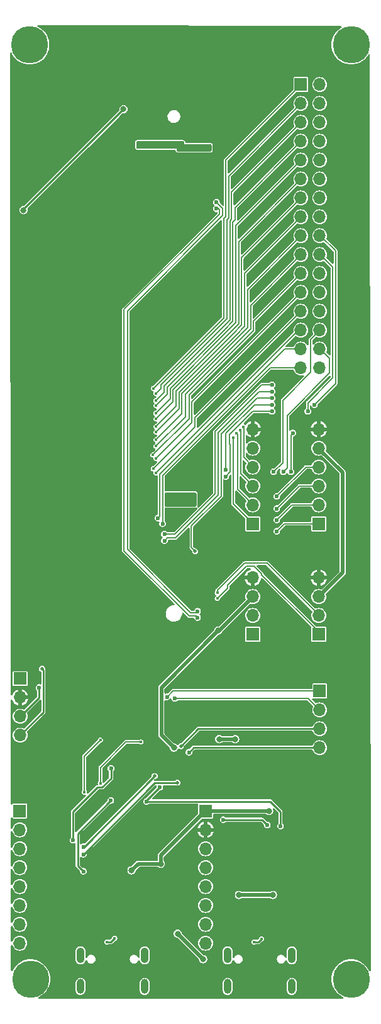
<source format=gbr>
%TF.GenerationSoftware,KiCad,Pcbnew,7.0.8*%
%TF.CreationDate,2024-03-21T14:49:46+01:00*%
%TF.ProjectId,so-dimm-debugger-programmer,736f2d64-696d-46d2-9d64-656275676765,REV.02*%
%TF.SameCoordinates,Original*%
%TF.FileFunction,Copper,L2,Bot*%
%TF.FilePolarity,Positive*%
%FSLAX46Y46*%
G04 Gerber Fmt 4.6, Leading zero omitted, Abs format (unit mm)*
G04 Created by KiCad (PCBNEW 7.0.8) date 2024-03-21 14:49:46*
%MOMM*%
%LPD*%
G01*
G04 APERTURE LIST*
%TA.AperFunction,ComponentPad*%
%ADD10C,0.800000*%
%TD*%
%TA.AperFunction,ComponentPad*%
%ADD11C,5.000000*%
%TD*%
%TA.AperFunction,ComponentPad*%
%ADD12R,1.700000X1.700000*%
%TD*%
%TA.AperFunction,ComponentPad*%
%ADD13O,1.700000X1.700000*%
%TD*%
%TA.AperFunction,ComponentPad*%
%ADD14O,1.050000X2.100000*%
%TD*%
%TA.AperFunction,ComponentPad*%
%ADD15O,1.000000X2.000000*%
%TD*%
%TA.AperFunction,ViaPad*%
%ADD16C,0.800000*%
%TD*%
%TA.AperFunction,ViaPad*%
%ADD17C,0.400000*%
%TD*%
%TA.AperFunction,ViaPad*%
%ADD18C,0.600000*%
%TD*%
%TA.AperFunction,ViaPad*%
%ADD19C,0.500000*%
%TD*%
%TA.AperFunction,ViaPad*%
%ADD20C,0.700000*%
%TD*%
%TA.AperFunction,Conductor*%
%ADD21C,0.500000*%
%TD*%
%TA.AperFunction,Conductor*%
%ADD22C,0.200000*%
%TD*%
%TA.AperFunction,Conductor*%
%ADD23C,0.250000*%
%TD*%
G04 APERTURE END LIST*
D10*
%TO.P,H3,1,1*%
%TO.N,unconnected-(H3-Pad1)*%
X139881205Y-164100547D03*
X141207030Y-164649722D03*
X138555380Y-164649722D03*
X141756205Y-165975547D03*
D11*
X139881205Y-165975547D03*
D10*
X138006205Y-165975547D03*
X141207030Y-167301372D03*
X138555380Y-167301372D03*
X139881205Y-167850547D03*
%TD*%
D12*
%TO.P,J10,1,Pin_1*%
%TO.N,/usb-to-uart/GPIO05*%
X95250000Y-143383000D03*
D13*
%TO.P,J10,2,Pin_2*%
%TO.N,/usb-to-uart/GPIO04*%
X95250000Y-145923000D03*
%TO.P,J10,3,Pin_3*%
%TO.N,/usb-to-uart/CTS*%
X95250000Y-148463000D03*
%TO.P,J10,4,Pin_4*%
%TO.N,/usb-to-uart/RTS*%
X95250000Y-151003000D03*
%TO.P,J10,5,Pin_5*%
%TO.N,/usb-to-uart/DSR*%
X95250000Y-153543000D03*
%TO.P,J10,6,Pin_6*%
%TO.N,/usb-to-uart/DTR*%
X95250000Y-156083000D03*
%TO.P,J10,7,Pin_7*%
%TO.N,/usb-to-uart/DCD*%
X95250000Y-158623000D03*
%TO.P,J10,8,Pin_8*%
%TO.N,/usb-to-uart/RI*%
X95250000Y-161163000D03*
%TD*%
D10*
%TO.P,H2,1,1*%
%TO.N,unconnected-(H2-Pad1)*%
X96574205Y-38497547D03*
X97900030Y-39046722D03*
X95248380Y-39046722D03*
X98449205Y-40372547D03*
D11*
X96574205Y-40372547D03*
D10*
X94699205Y-40372547D03*
X97900030Y-41698372D03*
X95248380Y-41698372D03*
X96574205Y-42247547D03*
%TD*%
D12*
%TO.P,J3,1,Pin_1*%
%TO.N,/SDA0*%
X135509000Y-119634000D03*
D13*
%TO.P,J3,2,Pin_2*%
%TO.N,/SCL0*%
X135509000Y-117094000D03*
%TO.P,J3,3,Pin_3*%
%TO.N,+3V3*%
X135509000Y-114554000D03*
%TO.P,J3,4,Pin_4*%
%TO.N,GND*%
X135509000Y-112014000D03*
%TD*%
D12*
%TO.P,J8,1,Pin_1*%
%TO.N,/E2_IO1_00*%
X133096000Y-45720000D03*
D13*
%TO.P,J8,2,Pin_2*%
%TO.N,/E2_IO0_01*%
X135636000Y-45720000D03*
%TO.P,J8,3,Pin_3*%
%TO.N,/E2_IO1_01*%
X133096000Y-48260000D03*
%TO.P,J8,4,Pin_4*%
%TO.N,/E2_IO0_00*%
X135636000Y-48260000D03*
%TO.P,J8,5,Pin_5*%
%TO.N,/E2_IO1_02*%
X133096000Y-50800000D03*
%TO.P,J8,6,Pin_6*%
%TO.N,/E1_IO1_03*%
X135636000Y-50800000D03*
%TO.P,J8,7,Pin_7*%
%TO.N,/E2_IO1_03*%
X133096000Y-53340000D03*
%TO.P,J8,8,Pin_8*%
%TO.N,/E1_IO1_02*%
X135636000Y-53340000D03*
%TO.P,J8,9,Pin_9*%
%TO.N,/E2_IO1_04*%
X133096000Y-55880000D03*
%TO.P,J8,10,Pin_10*%
%TO.N,/E1_IO1_01*%
X135636000Y-55880000D03*
%TO.P,J8,11,Pin_11*%
%TO.N,/E2_IO1_05*%
X133096000Y-58420000D03*
%TO.P,J8,12,Pin_12*%
%TO.N,/E1_IO1_00*%
X135636000Y-58420000D03*
%TO.P,J8,13,Pin_13*%
%TO.N,/E2_IO1_06*%
X133096000Y-60960000D03*
%TO.P,J8,14,Pin_14*%
%TO.N,/E1_IO1_04*%
X135636000Y-60960000D03*
%TO.P,J8,15,Pin_15*%
%TO.N,/E2_IO1_07*%
X133096000Y-63500000D03*
%TO.P,J8,16,Pin_16*%
%TO.N,/E1_IO1_05*%
X135636000Y-63500000D03*
%TO.P,J8,17,Pin_17*%
%TO.N,/E2_IO0_07*%
X133096000Y-66040000D03*
%TO.P,J8,18,Pin_18*%
%TO.N,/E1_IO1_06*%
X135636000Y-66040000D03*
%TO.P,J8,19,Pin_19*%
%TO.N,/E2_IO0_06*%
X133096000Y-68580000D03*
%TO.P,J8,20,Pin_20*%
%TO.N,/E1_IO1_07*%
X135636000Y-68580000D03*
%TO.P,J8,21,Pin_21*%
%TO.N,/E2_IO0_05*%
X133096000Y-71120000D03*
%TO.P,J8,22,Pin_22*%
%TO.N,/E1_IO0_05*%
X135636000Y-71120000D03*
%TO.P,J8,23,Pin_23*%
%TO.N,/E2_IO0_04*%
X133096000Y-73660000D03*
%TO.P,J8,24,Pin_24*%
%TO.N,/E1_IO0_04*%
X135636000Y-73660000D03*
%TO.P,J8,25,Pin_25*%
%TO.N,/E2_IO0_03*%
X133096000Y-76200000D03*
%TO.P,J8,26,Pin_26*%
%TO.N,/E1_IO0_03*%
X135636000Y-76200000D03*
%TO.P,J8,27,Pin_27*%
%TO.N,/E2_IO0_02*%
X133096000Y-78740000D03*
%TO.P,J8,28,Pin_28*%
%TO.N,/E1_IO0_02*%
X135636000Y-78740000D03*
%TO.P,J8,29,Pin_29*%
%TO.N,/E1_IO0_07*%
X133096000Y-81280000D03*
%TO.P,J8,30,Pin_30*%
%TO.N,/E1_IO0_01*%
X135636000Y-81280000D03*
%TO.P,J8,31,Pin_31*%
%TO.N,/E1_IO0_06*%
X133096000Y-83820000D03*
%TO.P,J8,32,Pin_32*%
%TO.N,/E1_IO0_00*%
X135636000Y-83820000D03*
%TD*%
D10*
%TO.P,H1,1,1*%
%TO.N,unconnected-(H1-Pad1)*%
X96701205Y-164100547D03*
X98027030Y-164649722D03*
X95375380Y-164649722D03*
X98576205Y-165975547D03*
D11*
X96701205Y-165975547D03*
D10*
X94826205Y-165975547D03*
X98027030Y-167301372D03*
X95375380Y-167301372D03*
X96701205Y-167850547D03*
%TD*%
D12*
%TO.P,J13,1,Pin_1*%
%TO.N,+3V3*%
X95300800Y-125577600D03*
D13*
%TO.P,J13,2,Pin_2*%
%TO.N,GND*%
X95300800Y-128117600D03*
%TO.P,J13,3,Pin_3*%
%TO.N,/IO0*%
X95300800Y-130657600D03*
%TO.P,J13,4,Pin_4*%
%TO.N,/EN*%
X95300800Y-133197600D03*
%TD*%
D12*
%TO.P,J9,1,Pin_1*%
%TO.N,/GPIO16{slash}CTS*%
X135636000Y-127254000D03*
D13*
%TO.P,J9,2,Pin_2*%
%TO.N,/GPIO15{slash}RTS*%
X135636000Y-129794000D03*
%TO.P,J9,3,Pin_3*%
%TO.N,/RXD_ESP*%
X135636000Y-132334000D03*
%TO.P,J9,4,Pin_4*%
%TO.N,/TXD_ESP*%
X135636000Y-134874000D03*
%TD*%
D12*
%TO.P,J2,1,Pin_1*%
%TO.N,/V1SPI_CS*%
X126619000Y-104775000D03*
D13*
%TO.P,J2,2,Pin_2*%
%TO.N,/V1SPI_MISO*%
X126619000Y-102235000D03*
%TO.P,J2,3,Pin_3*%
%TO.N,/V1SPI_MOSI*%
X126619000Y-99695000D03*
%TO.P,J2,4,Pin_4*%
%TO.N,/V1SPI_CLK*%
X126619000Y-97155000D03*
%TO.P,J2,5,Pin_5*%
%TO.N,+3V3*%
X126619000Y-94615000D03*
%TO.P,J2,6,Pin_6*%
%TO.N,GND*%
X126619000Y-92075000D03*
%TD*%
D14*
%TO.P,J6,S1,SHELL_GND*%
%TO.N,unconnected-(J6-SHELL_GND-PadS1)*%
X123238800Y-162799600D03*
D15*
%TO.P,J6,S2,SHELL_GND*%
%TO.N,unconnected-(J6-SHELL_GND-PadS2)*%
X123238800Y-166979600D03*
%TO.P,J6,S3,SHELL_GND*%
%TO.N,unconnected-(J6-SHELL_GND-PadS3)*%
X131878800Y-166979600D03*
D14*
%TO.P,J6,S4,SHELL_GND*%
%TO.N,unconnected-(J6-SHELL_GND-PadS4)*%
X131878800Y-162799600D03*
%TD*%
D12*
%TO.P,J12,1,Pin_1*%
%TO.N,/V0SPI_CS*%
X135509000Y-104775000D03*
D13*
%TO.P,J12,2,Pin_2*%
%TO.N,/V0SPI_MISO*%
X135509000Y-102235000D03*
%TO.P,J12,3,Pin_3*%
%TO.N,/V0SPI_MOSI*%
X135509000Y-99695000D03*
%TO.P,J12,4,Pin_4*%
%TO.N,/V0SPI_CLK*%
X135509000Y-97155000D03*
%TO.P,J12,5,Pin_5*%
%TO.N,+3V3*%
X135509000Y-94615000D03*
%TO.P,J12,6,Pin_6*%
%TO.N,GND*%
X135509000Y-92075000D03*
%TD*%
D12*
%TO.P,J5,1,Pin_1*%
%TO.N,+3V3*%
X120269000Y-143383000D03*
D13*
%TO.P,J5,2,Pin_2*%
%TO.N,GND*%
X120269000Y-145923000D03*
%TO.P,J5,3,Pin_3*%
%TO.N,/usb-to-uart/GPIO02*%
X120269000Y-148463000D03*
%TO.P,J5,4,Pin_4*%
%TO.N,/usb-to-uart/GPIO03*%
X120269000Y-151003000D03*
%TO.P,J5,5,Pin_5*%
%TO.N,/usb-to-uart/SUSPEND*%
X120269000Y-153543000D03*
%TO.P,J5,6,Pin_6*%
%TO.N,/usb-to-uart/~{SUSPEND}*%
X120269000Y-156083000D03*
%TO.P,J5,7,Pin_7*%
%TO.N,/usb-to-uart/~{RST}*%
X120269000Y-158623000D03*
%TO.P,J5,8,Pin_8*%
%TO.N,VBUS*%
X120269000Y-161163000D03*
%TD*%
D12*
%TO.P,J4,1,Pin_1*%
%TO.N,/SDA1*%
X126619000Y-119634000D03*
D13*
%TO.P,J4,2,Pin_2*%
%TO.N,/SCL1*%
X126619000Y-117094000D03*
%TO.P,J4,3,Pin_3*%
%TO.N,+3V3*%
X126619000Y-114554000D03*
%TO.P,J4,4,Pin_4*%
%TO.N,GND*%
X126619000Y-112014000D03*
%TD*%
D14*
%TO.P,J7,S1,SHELL_GND*%
%TO.N,unconnected-(J7-SHELL_GND-PadS1)*%
X103424800Y-162799600D03*
D15*
%TO.P,J7,S2,SHELL_GND*%
%TO.N,unconnected-(J7-SHELL_GND-PadS2)*%
X103424800Y-166979600D03*
%TO.P,J7,S3,SHELL_GND*%
%TO.N,unconnected-(J7-SHELL_GND-PadS3)*%
X112064800Y-166979600D03*
D14*
%TO.P,J7,S4,SHELL_GND*%
%TO.N,unconnected-(J7-SHELL_GND-PadS4)*%
X112064800Y-162799600D03*
%TD*%
D10*
%TO.P,H4,1,1*%
%TO.N,unconnected-(H4-Pad1)*%
X139881205Y-38497547D03*
X141207030Y-39046722D03*
X138555380Y-39046722D03*
X141756205Y-40372547D03*
D11*
X139881205Y-40372547D03*
D10*
X138006205Y-40372547D03*
X141207030Y-41698372D03*
X138555380Y-41698372D03*
X139881205Y-42247547D03*
%TD*%
D16*
%TO.N,+5V*%
X124260205Y-133717547D03*
X116513205Y-159879547D03*
X129340205Y-154672547D03*
X124768205Y-154672547D03*
X119942205Y-163308547D03*
X122101206Y-133717546D03*
D17*
%TO.N,/SDA0*%
X121847205Y-114794547D03*
%TO.N,/SCL0*%
X121847205Y-114032547D03*
D18*
%TO.N,/V0SPI_CS*%
X129848205Y-105777547D03*
%TO.N,/E1_IO0_00*%
X131753205Y-97776547D03*
X132007205Y-92569547D03*
%TO.N,/E1_IO0_01*%
X130737205Y-97776547D03*
%TO.N,/V0SPI_MISO*%
X129848205Y-104253547D03*
%TO.N,/V0SPI_MOSI*%
X129848205Y-102729547D03*
%TO.N,/E1_IO0_02*%
X129421455Y-97776547D03*
%TO.N,/E1_IO0_03*%
X129213205Y-87870547D03*
D19*
X118872000Y-108475547D03*
D18*
%TO.N,/V0SPI_CLK*%
X129848205Y-101078547D03*
D17*
%TO.N,/V1SPI_CS*%
X124006205Y-93204547D03*
%TO.N,/V1SPI_MISO*%
X124450705Y-92633047D03*
%TO.N,/V1SPI_MOSI*%
X124903705Y-92199486D03*
D18*
%TO.N,/E1_IO0_04*%
X129213205Y-86981547D03*
X114735205Y-107047547D03*
D17*
%TO.N,/V1SPI_CLK*%
X125339705Y-91744047D03*
D18*
%TO.N,/E1_IO0_05*%
X129213205Y-86092547D03*
X114735205Y-106158547D03*
%TO.N,/ESP_USB_D+*%
X119180205Y-117378547D03*
X121730859Y-62400547D03*
%TO.N,/ESP_USB_D-*%
X119180205Y-116528547D03*
X121730859Y-61550547D03*
%TO.N,/E1_IO0_06*%
X114481205Y-104761547D03*
%TO.N,/E1_IO0_07*%
X113846205Y-103999547D03*
D17*
%TO.N,/usb-ports/USB_D-*%
X127808800Y-160558704D03*
X126796800Y-160985200D03*
D18*
%TO.N,/E1_IO1_07*%
X122990205Y-98411547D03*
X134039205Y-89648547D03*
X129213205Y-89648547D03*
D17*
%TO.N,/E2_IO0_02*%
X113592205Y-97903547D03*
D18*
%TO.N,/E1_IO1_06*%
X122990205Y-97522547D03*
X134928205Y-88759547D03*
X129213205Y-88759547D03*
D17*
%TO.N,/E2_IO0_03*%
X113231205Y-97375547D03*
%TO.N,/usb-ports/CP_D-*%
X106984800Y-160985200D03*
X108030403Y-160479243D03*
%TO.N,/E2_IO0_04*%
X113592205Y-95998547D03*
%TO.N,/E2_IO0_05*%
X113190076Y-95511676D03*
%TO.N,/E2_IO0_06*%
X113601358Y-94337000D03*
D18*
%TO.N,/GPIO15{slash}RTS*%
X116132205Y-128256547D03*
D17*
%TO.N,/E2_IO0_07*%
X113592205Y-93458547D03*
D18*
%TO.N,/usb-to-uart/DTR*%
X103813205Y-151497547D03*
X107496205Y-141972547D03*
D17*
%TO.N,/E2_IO1_07*%
X113592205Y-92442547D03*
D18*
%TO.N,/usb-to-uart/RTS*%
X102416205Y-147306547D03*
X107531842Y-137678060D03*
D17*
%TO.N,/E2_IO1_06*%
X113592205Y-91680547D03*
D18*
%TO.N,/GPIO16{slash}CTS*%
X115073294Y-128045458D03*
D17*
%TO.N,/usb-to-uart/TXT{slash}GPIO00*%
X106099205Y-133844547D03*
X103940205Y-140829547D03*
%TO.N,/usb-to-uart/RXT{slash}GPIO01*%
X106099205Y-139686547D03*
X111560205Y-134098547D03*
%TO.N,/E2_IO1_05*%
X113592205Y-90664547D03*
%TO.N,/E2_IO1_04*%
X113562273Y-89902547D03*
%TO.N,/E2_IO1_03*%
X113592205Y-88886547D03*
%TO.N,/E2_IO1_02*%
X113568902Y-88203449D03*
%TO.N,/E2_IO1_01*%
X113592205Y-87235547D03*
%TO.N,/E2_IO1_00*%
X113236205Y-86575547D03*
D16*
%TO.N,+3V3*%
X115243205Y-100951547D03*
X118399206Y-101078547D03*
X128832205Y-143369547D03*
X118399206Y-101967547D03*
X116640205Y-53834547D03*
X114862205Y-53834547D03*
X114227205Y-150481547D03*
X115243205Y-101967547D03*
X110290205Y-151370547D03*
X116005205Y-134860547D03*
X121979205Y-119117547D03*
D18*
%TO.N,GND*%
X110417205Y-156069547D03*
D16*
X118418205Y-138543547D03*
D18*
X106099205Y-154164547D03*
X107750205Y-148449547D03*
X111052205Y-155434547D03*
X106861205Y-152640547D03*
X110417205Y-155434547D03*
X104702205Y-161137600D03*
D19*
X131216400Y-161290000D03*
D20*
X118414800Y-140716000D03*
X121158000Y-129540000D03*
D18*
X106099205Y-153402547D03*
D20*
X121158000Y-130454400D03*
X120396000Y-140716000D03*
D18*
X111687205Y-155434547D03*
X111687205Y-156069547D03*
D17*
X127689205Y-160006547D03*
D18*
X106861205Y-154164547D03*
D20*
X119380000Y-140716000D03*
D18*
X105210205Y-141591547D03*
D19*
X124155200Y-161137600D03*
D18*
X106861205Y-153402547D03*
D17*
X107750205Y-160006547D03*
D18*
X109782205Y-155434547D03*
D16*
X115497205Y-155053547D03*
D18*
X111052205Y-156069547D03*
X111052205Y-161264600D03*
X109782205Y-156069547D03*
D16*
X123244205Y-100570547D03*
D19*
%TO.N,/EN*%
X98247200Y-124256800D03*
D16*
X95758000Y-62611000D03*
X109220000Y-49022000D03*
D18*
X122656205Y-144559547D03*
X128578205Y-145274547D03*
%TO.N,/IO0*%
X112322205Y-142099547D03*
X130356205Y-145401547D03*
X97840800Y-126796800D03*
X114100205Y-140194547D03*
%TO.N,/TXD_ESP*%
X118037205Y-135495547D03*
D19*
%TO.N,/RXD_ESP*%
X116942204Y-134670047D03*
D18*
%TO.N,/usb-to-uart/TXD*%
X103813205Y-149211547D03*
D19*
X116459000Y-139573000D03*
%TO.N,/usb-to-uart/RXD*%
X113411000Y-138684000D03*
D18*
X103813205Y-148195547D03*
%TD*%
D21*
%TO.N,+5V*%
X122101207Y-133717547D02*
X122101206Y-133717546D01*
X116513205Y-159879547D02*
X119942205Y-163308547D01*
X124260205Y-133717547D02*
X122101207Y-133717547D01*
X129340205Y-154672547D02*
X124768205Y-154672547D01*
D22*
%TO.N,/SDA0*%
X127823205Y-111626547D02*
X135563205Y-119366547D01*
X125784205Y-110476547D02*
X126775551Y-110476547D01*
X126775551Y-110476547D02*
X127823205Y-111524201D01*
X135563205Y-119366547D02*
X135563205Y-119610547D01*
X121847205Y-114794547D02*
X123244205Y-113397547D01*
X123244205Y-113016547D02*
X125784205Y-110476547D01*
X127823205Y-111524201D02*
X127823205Y-111626547D01*
X123244205Y-113397547D02*
X123244205Y-113016547D01*
%TO.N,/SCL0*%
X128569694Y-110077036D02*
X135563205Y-117070547D01*
X125491723Y-110077036D02*
X128569694Y-110077036D01*
X121847205Y-114032547D02*
X121847205Y-113721554D01*
X121847205Y-113721554D02*
X125491723Y-110077036D01*
%TO.N,/V0SPI_CS*%
X130864205Y-104761547D02*
X135456205Y-104761547D01*
X129848205Y-105777547D02*
X130864205Y-104761547D01*
%TO.N,/E1_IO0_00*%
X131753205Y-92823547D02*
X131753205Y-97776547D01*
X132007205Y-92569547D02*
X131753205Y-92823547D01*
%TO.N,/E1_IO0_01*%
X136960205Y-84511567D02*
X131245205Y-90226567D01*
X131245205Y-90226567D02*
X131245205Y-97268547D01*
X135710205Y-81266547D02*
X136960205Y-82516547D01*
X131245205Y-97268547D02*
X130737205Y-97776547D01*
X136960205Y-82516547D02*
X136960205Y-84511567D01*
%TO.N,/V0SPI_MISO*%
X131880205Y-102221547D02*
X135456205Y-102221547D01*
X129848205Y-104253547D02*
X131880205Y-102221547D01*
%TO.N,/V0SPI_MOSI*%
X132896205Y-99681547D02*
X135456205Y-99681547D01*
X129848205Y-102729547D02*
X132896205Y-99681547D01*
%TO.N,/E1_IO0_02*%
X134420205Y-84422893D02*
X130645705Y-88197393D01*
X130645705Y-88197393D02*
X130645705Y-96552297D01*
X134420205Y-80016547D02*
X134420205Y-84422893D01*
X135710205Y-78726547D02*
X134420205Y-80016547D01*
X130645705Y-96552297D02*
X129421455Y-97776547D01*
%TO.N,/E1_IO0_03*%
X118364000Y-107967547D02*
X118364000Y-105069752D01*
X127181205Y-87870547D02*
X129213205Y-87870547D01*
X122355205Y-101078547D02*
X122355205Y-92696547D01*
X118872000Y-108475547D02*
X118364000Y-107967547D01*
X122355205Y-92696547D02*
X127181205Y-87870547D01*
X118364000Y-105069752D02*
X122355205Y-101078547D01*
%TO.N,/V0SPI_CLK*%
X129848205Y-101078547D02*
X133785205Y-97141547D01*
X133785205Y-97141547D02*
X135456205Y-97141547D01*
%TO.N,/V1SPI_CS*%
X124006205Y-102074547D02*
X124006205Y-93204547D01*
X126693205Y-104761547D02*
X124006205Y-102074547D01*
%TO.N,/V1SPI_MISO*%
X124604203Y-92786545D02*
X124450705Y-92633047D01*
X124604203Y-100132545D02*
X124604203Y-92786545D01*
X126693205Y-102221547D02*
X124604203Y-100132545D01*
%TO.N,/V1SPI_MOSI*%
X125003704Y-92299485D02*
X124903705Y-92199486D01*
X125003704Y-97992046D02*
X125003704Y-92299485D01*
X126693205Y-99681547D02*
X125003704Y-97992046D01*
%TO.N,/E1_IO0_04*%
X121955704Y-100913068D02*
X121955704Y-92531068D01*
X116220726Y-106648046D02*
X121955704Y-100913068D01*
X114735205Y-107047547D02*
X115134706Y-106648046D01*
X121955704Y-92531068D02*
X127505225Y-86981547D01*
X115134706Y-106648046D02*
X116220726Y-106648046D01*
X127505225Y-86981547D02*
X129213205Y-86981547D01*
%TO.N,/V1SPI_CLK*%
X125403205Y-95851547D02*
X125403205Y-91807547D01*
X125403205Y-91807547D02*
X125339705Y-91744047D01*
X126693205Y-97141547D02*
X125403205Y-95851547D01*
%TO.N,/E1_IO0_05*%
X114735205Y-106158547D02*
X116145245Y-106158547D01*
X127829245Y-86092547D02*
X129213205Y-86092547D01*
X121556203Y-100747589D02*
X121556203Y-92365589D01*
X121556203Y-92365589D02*
X127829245Y-86092547D01*
X116145245Y-106158547D02*
X121556203Y-100747589D01*
%TO.N,/ESP_USB_D+*%
X118980206Y-117178548D02*
X119180205Y-117378547D01*
X121944462Y-62400547D02*
X122130205Y-62586290D01*
X109303205Y-75966347D02*
X109303205Y-108410747D01*
X109303205Y-108410747D02*
X118071006Y-117178548D01*
X121730859Y-62400547D02*
X121944462Y-62400547D01*
X118071006Y-117178548D02*
X118980206Y-117178548D01*
X122130205Y-62586290D02*
X122130205Y-63139347D01*
X122130205Y-63139347D02*
X109303205Y-75966347D01*
%TO.N,/ESP_USB_D-*%
X119180205Y-116528547D02*
X118966602Y-116528547D01*
X109753205Y-108224347D02*
X118257404Y-116728546D01*
X122580205Y-62399893D02*
X122580205Y-63325747D01*
X122580205Y-63325747D02*
X109753206Y-76152746D01*
X121730859Y-61550547D02*
X122580205Y-62399893D01*
X118257404Y-116728546D02*
X118980206Y-116728546D01*
X118980206Y-116728546D02*
X119180205Y-116528547D01*
X109753206Y-76152746D02*
X109753205Y-108224347D01*
%TO.N,/E1_IO0_06*%
X114481205Y-98284547D02*
X114481205Y-104761547D01*
X133170205Y-83806547D02*
X128959205Y-83806547D01*
X128959205Y-83806547D02*
X114481205Y-98284547D01*
%TO.N,/E1_IO0_07*%
X133170205Y-81266547D02*
X130934225Y-81266547D01*
X114081704Y-98119068D02*
X114081704Y-103764048D01*
X114081704Y-103764048D02*
X113846205Y-103999547D01*
X130934225Y-81266547D02*
X114081704Y-98119068D01*
D23*
%TO.N,/usb-ports/USB_D-*%
X126796800Y-160985200D02*
X127382304Y-160985200D01*
X127382304Y-160985200D02*
X127808800Y-160558704D01*
D22*
%TO.N,/E1_IO1_07*%
X134039205Y-88505547D02*
X134039205Y-89648547D01*
X137359706Y-70216048D02*
X137359706Y-85185046D01*
X123590205Y-94166547D02*
X123497705Y-94074047D01*
X137359706Y-85185046D02*
X134039205Y-88505547D01*
X123497705Y-94074047D02*
X123497705Y-92804856D01*
X126654014Y-89648547D02*
X129213205Y-89648547D01*
X123497705Y-92804856D02*
X126654014Y-89648547D01*
X135710205Y-68566547D02*
X137359706Y-70216048D01*
X122990205Y-98411547D02*
X123590205Y-97811547D01*
X123590205Y-97811547D02*
X123590205Y-94166547D01*
%TO.N,/E2_IO0_02*%
X113592205Y-97903547D02*
X132769205Y-78726547D01*
X132769205Y-78726547D02*
X133170205Y-78726547D01*
%TO.N,/E1_IO1_06*%
X122990205Y-97522547D02*
X122990205Y-92627233D01*
X137759207Y-68075549D02*
X137759207Y-85928545D01*
X122990205Y-92627233D02*
X126857891Y-88759547D01*
X135710205Y-66026547D02*
X137759207Y-68075549D01*
X137759207Y-85928545D02*
X134928205Y-88759547D01*
X126857891Y-88759547D02*
X129213205Y-88759547D01*
%TO.N,/E2_IO0_03*%
X118836226Y-90520526D02*
X133170205Y-76186547D01*
X118836226Y-91770526D02*
X118836226Y-90520526D01*
X113231205Y-97375547D02*
X118836226Y-91770526D01*
D23*
%TO.N,/usb-ports/CP_D-*%
X106984800Y-160985200D02*
X107524446Y-160985200D01*
X107524446Y-160985200D02*
X108030403Y-160479243D01*
D22*
%TO.N,/E2_IO0_04*%
X118436716Y-88380036D02*
X118436716Y-91154036D01*
X118436716Y-91154036D02*
X113592205Y-95998547D01*
X133170205Y-73646547D02*
X118436716Y-88380036D01*
%TO.N,/E2_IO0_05*%
X126731215Y-77545537D02*
X133170205Y-71106547D01*
X118037205Y-87464058D02*
X126731215Y-78770048D01*
X118037205Y-90664547D02*
X118037205Y-87464058D01*
X126731215Y-78770048D02*
X126731215Y-77545537D01*
X113190076Y-95511676D02*
X118037205Y-90664547D01*
%TO.N,/E2_IO0_06*%
X117529205Y-87397995D02*
X117529205Y-90409153D01*
X133170205Y-68566547D02*
X126331714Y-75405038D01*
X117529205Y-90409153D02*
X113601358Y-94337000D01*
X125188801Y-79707888D02*
X124426803Y-80469888D01*
X126331714Y-75405038D02*
X126331714Y-78564858D01*
X124426803Y-80469888D02*
X124426803Y-80500397D01*
X125188801Y-79707771D02*
X125188801Y-79707888D01*
X124426803Y-80500397D02*
X117529205Y-87397995D01*
X126331714Y-78564858D02*
X125188801Y-79707771D01*
%TO.N,/GPIO15{slash}RTS*%
X116132205Y-128256547D02*
X134074205Y-128256547D01*
X134074205Y-128256547D02*
X135608205Y-129790547D01*
%TO.N,/E2_IO0_07*%
X124789290Y-79542406D02*
X124027293Y-80304407D01*
X124027293Y-80304407D02*
X124027289Y-80304407D01*
X117092672Y-89958080D02*
X113592205Y-93458547D01*
X117092675Y-87239021D02*
X117092675Y-88069634D01*
X125932213Y-73264539D02*
X125932213Y-78399379D01*
X133170205Y-66026547D02*
X125932213Y-73264539D01*
X124027289Y-80304407D02*
X117092675Y-87239021D01*
X125932213Y-78399379D02*
X124789290Y-79542302D01*
X117092675Y-88069634D02*
X117092673Y-88069637D01*
X124789290Y-79542302D02*
X124789290Y-79542406D01*
X117092673Y-88069637D02*
X117092672Y-89958080D01*
D23*
%TO.N,/usb-to-uart/DTR*%
X103051205Y-146417547D02*
X107496205Y-141972547D01*
X103813205Y-151497547D02*
X103051205Y-150735547D01*
X103051205Y-150735547D02*
X103051205Y-146417547D01*
D22*
%TO.N,/E2_IO1_07*%
X125532712Y-78233900D02*
X125532712Y-71124040D01*
X113592205Y-92442547D02*
X116693162Y-89341590D01*
X116693164Y-87904152D02*
X116693164Y-87073547D01*
X116693162Y-87904154D02*
X116693164Y-87904152D01*
X116693164Y-87073547D02*
X123627782Y-80138928D01*
X123627782Y-80138928D02*
X123627782Y-80138925D01*
X124389780Y-79376924D02*
X124389780Y-79376832D01*
X123627782Y-80138925D02*
X124389780Y-79376924D01*
X116693162Y-89341590D02*
X116693162Y-87904154D01*
X125532712Y-71124040D02*
X133170205Y-63486547D01*
X124389780Y-79376832D02*
X125532712Y-78233900D01*
D23*
%TO.N,/usb-to-uart/RTS*%
X107531842Y-138995666D02*
X107531842Y-137678060D01*
X102416205Y-147306547D02*
X102416205Y-143476303D01*
X106316461Y-140211047D02*
X107531842Y-138995666D01*
X105681461Y-140211047D02*
X106316461Y-140211047D01*
X102416205Y-143476303D02*
X105681461Y-140211047D01*
D22*
%TO.N,/E2_IO1_06*%
X116293651Y-88979101D02*
X116293651Y-87738672D01*
X125133211Y-68983541D02*
X133170205Y-60946547D01*
X113592205Y-91680547D02*
X116293651Y-88979101D01*
X116293653Y-87738670D02*
X116293653Y-86908064D01*
X123990269Y-79211443D02*
X123990269Y-79211363D01*
X123228271Y-79973442D02*
X123990269Y-79211443D01*
X125133211Y-78068421D02*
X125133211Y-68983541D01*
X123228271Y-79973446D02*
X123228271Y-79973442D01*
X116293653Y-86908064D02*
X123228271Y-79973446D01*
X123990269Y-79211363D02*
X125133211Y-78068421D01*
X116293651Y-87738672D02*
X116293653Y-87738670D01*
%TO.N,/GPIO16{slash}CTS*%
X135608205Y-127250547D02*
X115868205Y-127250547D01*
X115868205Y-127250547D02*
X115073294Y-128045458D01*
%TO.N,/usb-to-uart/TXT{slash}GPIO00*%
X106099205Y-133844547D02*
X103940205Y-136003547D01*
X103940205Y-136003547D02*
X103940205Y-140829547D01*
%TO.N,/usb-to-uart/RXT{slash}GPIO01*%
X106099205Y-137527547D02*
X106099205Y-139686547D01*
X109528205Y-134098547D02*
X106099205Y-137527547D01*
X111560205Y-134098547D02*
X109528205Y-134098547D01*
%TO.N,/E2_IO1_05*%
X115894142Y-87573188D02*
X115894142Y-86742580D01*
X124733710Y-66843042D02*
X133170205Y-58406547D01*
X115894140Y-88362612D02*
X115894140Y-87573190D01*
X115894142Y-86742580D02*
X123590758Y-79045961D01*
X124733710Y-77902942D02*
X124733710Y-66843042D01*
X123590758Y-79045894D02*
X124733710Y-77902942D01*
X115894140Y-87573190D02*
X115894142Y-87573188D01*
X123590758Y-79045961D02*
X123590758Y-79045894D01*
X113592205Y-90664547D02*
X115894140Y-88362612D01*
%TO.N,/E2_IO1_04*%
X124334209Y-64702543D02*
X124334209Y-77737463D01*
X123191247Y-78880479D02*
X115494631Y-86577097D01*
X115494631Y-86577097D02*
X115494631Y-87407706D01*
X123191247Y-78880425D02*
X123191247Y-78880479D01*
X115494629Y-87407708D02*
X115494629Y-87970191D01*
X115494629Y-87970191D02*
X113562273Y-89902547D01*
X124334209Y-77737463D02*
X123191247Y-78880425D01*
X133170205Y-55866547D02*
X124334209Y-64702543D01*
X115494631Y-87407706D02*
X115494629Y-87407708D01*
%TO.N,/E2_IO1_03*%
X122791737Y-78714955D02*
X123934708Y-77571984D01*
X115095118Y-87383634D02*
X115095118Y-87242226D01*
X115095118Y-87242226D02*
X115095120Y-87242224D01*
X113592205Y-88886547D02*
X115095118Y-87383634D01*
X122791737Y-78714995D02*
X122791737Y-78714955D01*
X124228037Y-62268715D02*
X133170205Y-53326547D01*
X123934708Y-77571984D02*
X123934708Y-64231164D01*
X115095120Y-86411614D02*
X122791737Y-78714995D01*
X124228037Y-63937835D02*
X124228037Y-62268715D01*
X123934708Y-64231164D02*
X124228037Y-63937835D01*
X115095120Y-87242224D02*
X115095120Y-86411614D01*
%TO.N,/E2_IO1_02*%
X114695609Y-87076742D02*
X113568902Y-88203449D01*
X114695609Y-86246131D02*
X114695609Y-87076742D01*
X133170205Y-50786547D02*
X123778708Y-60178044D01*
X123535207Y-64065685D02*
X123535207Y-77406505D01*
X123535207Y-77406505D02*
X122392226Y-78549486D01*
X122392226Y-78549513D02*
X114695609Y-86246131D01*
X122392226Y-78549486D02*
X122392226Y-78549513D01*
X123778708Y-63822184D02*
X123535207Y-64065685D01*
X123778708Y-60178044D02*
X123778708Y-63822184D01*
%TO.N,/E2_IO1_01*%
X113592205Y-87235547D02*
X114245716Y-86582036D01*
X123135706Y-63900206D02*
X123379207Y-63656705D01*
X114245716Y-86582036D02*
X114245716Y-86131030D01*
X121992716Y-78384016D02*
X123135706Y-77241026D01*
X123379207Y-58037545D02*
X133170205Y-48246547D01*
X123135706Y-77241026D02*
X123135706Y-63900206D01*
X121992716Y-78384029D02*
X121992716Y-78384016D01*
X123379207Y-63656705D02*
X123379207Y-58037545D01*
X114245716Y-86131030D02*
X121992716Y-78384029D01*
%TO.N,/E2_IO1_00*%
X113236205Y-86575547D02*
X122736205Y-77075547D01*
X122736205Y-77075547D02*
X122736205Y-63734727D01*
X122979706Y-63491226D02*
X122979706Y-55897046D01*
X122736205Y-63734727D02*
X122979706Y-63491226D01*
X122979706Y-55897046D02*
X133170205Y-45706547D01*
D21*
%TO.N,+3V3*%
X114323794Y-126772958D02*
X114323794Y-133179136D01*
X114323794Y-133179136D02*
X116005205Y-134860547D01*
X114227205Y-150481547D02*
X114227205Y-149353547D01*
X138738205Y-111355547D02*
X138707453Y-111355547D01*
X128832205Y-143369547D02*
X128817205Y-143384547D01*
X121979205Y-119117547D02*
X122096205Y-119117547D01*
X138738205Y-97883547D02*
X135456205Y-94601547D01*
X128817205Y-143384547D02*
X120196205Y-143384547D01*
X138707453Y-111355547D02*
X135509000Y-114554000D01*
X114227205Y-149353547D02*
X120196205Y-143384547D01*
X138738205Y-111355547D02*
X138738205Y-97883547D01*
X121979205Y-119117547D02*
X114323794Y-126772958D01*
X111179205Y-150481547D02*
X110290205Y-151370547D01*
X114227205Y-150481547D02*
X111179205Y-150481547D01*
X122096205Y-119117547D02*
X126673205Y-114540547D01*
D23*
%TO.N,/EN*%
X95300800Y-133197600D02*
X98415800Y-130082600D01*
X128578205Y-145274547D02*
X127863205Y-144559547D01*
X127863205Y-144559547D02*
X122656205Y-144559547D01*
X98415800Y-130082600D02*
X98415800Y-124425400D01*
X109220000Y-49022000D02*
X95758000Y-62484000D01*
X95758000Y-62484000D02*
X95758000Y-62611000D01*
X98415800Y-124425400D02*
X98247200Y-124256800D01*
%TO.N,/IO0*%
X130356205Y-143459370D02*
X130356205Y-145401547D01*
X128996382Y-142099547D02*
X130356205Y-143459370D01*
X112322205Y-141972547D02*
X112322205Y-142099547D01*
X112322205Y-142099547D02*
X128996382Y-142099547D01*
X97840800Y-128132952D02*
X95304205Y-130669547D01*
X97840800Y-126796800D02*
X97840800Y-128132952D01*
X114100205Y-140194547D02*
X112322205Y-141972547D01*
%TO.N,/TXD_ESP*%
X118662205Y-134870547D02*
X118037205Y-135495547D01*
X135608205Y-134870547D02*
X118662205Y-134870547D01*
%TO.N,/RXD_ESP*%
X119281704Y-132330547D02*
X116942204Y-134670047D01*
X135608205Y-132330547D02*
X119281704Y-132330547D01*
%TO.N,/usb-to-uart/TXD*%
X116412453Y-139619547D02*
X113405205Y-139619547D01*
X113405205Y-139619547D02*
X103813205Y-149211547D01*
X116459000Y-139573000D02*
X116412453Y-139619547D01*
%TO.N,/usb-to-uart/RXD*%
X113411000Y-138684000D02*
X103899453Y-148195547D01*
X103899453Y-148195547D02*
X103813205Y-148195547D01*
%TD*%
%TA.AperFunction,Conductor*%
%TO.N,GND*%
G36*
X138482407Y-37852305D02*
G01*
X138549386Y-37872186D01*
X138594985Y-37925125D01*
X138604725Y-37994312D01*
X138575514Y-38057782D01*
X138546190Y-38082421D01*
X138372799Y-38187239D01*
X138120382Y-38384995D01*
X137893653Y-38611724D01*
X137695897Y-38864141D01*
X137530013Y-39138549D01*
X137530011Y-39138551D01*
X137398413Y-39430951D01*
X137398407Y-39430966D01*
X137303021Y-39737072D01*
X137245219Y-40052486D01*
X137225860Y-40372547D01*
X137245219Y-40692607D01*
X137245219Y-40692612D01*
X137245220Y-40692613D01*
X137303019Y-41008013D01*
X137303020Y-41008017D01*
X137303021Y-41008021D01*
X137398407Y-41314127D01*
X137398413Y-41314142D01*
X137530011Y-41606542D01*
X137530012Y-41606543D01*
X137530014Y-41606547D01*
X137629126Y-41770498D01*
X137695897Y-41880952D01*
X137893653Y-42133369D01*
X138120382Y-42360098D01*
X138120386Y-42360101D01*
X138372797Y-42557853D01*
X138647205Y-42723738D01*
X138939607Y-42855338D01*
X138939616Y-42855340D01*
X138939624Y-42855344D01*
X139179100Y-42929967D01*
X139245739Y-42950733D01*
X139561139Y-43008532D01*
X139881205Y-43027892D01*
X140201271Y-43008532D01*
X140516671Y-42950733D01*
X140689525Y-42896869D01*
X140822785Y-42855344D01*
X140822789Y-42855342D01*
X140822803Y-42855338D01*
X141115205Y-42723738D01*
X141389613Y-42557853D01*
X141642024Y-42360101D01*
X141868759Y-42133366D01*
X142066511Y-41880955D01*
X142171991Y-41706468D01*
X142223516Y-41659283D01*
X142292375Y-41647444D01*
X142356704Y-41674712D01*
X142396079Y-41732431D01*
X142402106Y-41770498D01*
X142523430Y-164810425D01*
X142503811Y-164877484D01*
X142451053Y-164923291D01*
X142381904Y-164933302D01*
X142318320Y-164904340D01*
X142286355Y-164861440D01*
X142232396Y-164741547D01*
X142066511Y-164467139D01*
X141868759Y-164214728D01*
X141868756Y-164214724D01*
X141642027Y-163987995D01*
X141479020Y-163860287D01*
X141389613Y-163790241D01*
X141115205Y-163624356D01*
X141115201Y-163624354D01*
X141115200Y-163624353D01*
X140915899Y-163534655D01*
X140822803Y-163492756D01*
X140822800Y-163492755D01*
X140822785Y-163492749D01*
X140516679Y-163397363D01*
X140516675Y-163397362D01*
X140516671Y-163397361D01*
X140201271Y-163339562D01*
X140201270Y-163339561D01*
X140201265Y-163339561D01*
X139881205Y-163320202D01*
X139561144Y-163339561D01*
X139561139Y-163339562D01*
X139245739Y-163397361D01*
X139245736Y-163397361D01*
X139245730Y-163397363D01*
X138939624Y-163492749D01*
X138939609Y-163492755D01*
X138647209Y-163624353D01*
X138647207Y-163624355D01*
X138372799Y-163790239D01*
X138120382Y-163987995D01*
X137893653Y-164214724D01*
X137695897Y-164467141D01*
X137530013Y-164741549D01*
X137530011Y-164741551D01*
X137398413Y-165033951D01*
X137398407Y-165033966D01*
X137303021Y-165340072D01*
X137245219Y-165655486D01*
X137225860Y-165975547D01*
X137245219Y-166295607D01*
X137245219Y-166295612D01*
X137245220Y-166295613D01*
X137303019Y-166611013D01*
X137303020Y-166611017D01*
X137303021Y-166611021D01*
X137398407Y-166917127D01*
X137398413Y-166917142D01*
X137530011Y-167209542D01*
X137530012Y-167209543D01*
X137530014Y-167209547D01*
X137646421Y-167402108D01*
X137695897Y-167483952D01*
X137893653Y-167736369D01*
X138120382Y-167963098D01*
X138120386Y-167963101D01*
X138372797Y-168160853D01*
X138647205Y-168326738D01*
X138770098Y-168382048D01*
X138776160Y-168384776D01*
X138829215Y-168430241D01*
X138849267Y-168497171D01*
X138829951Y-168564318D01*
X138777399Y-168610362D01*
X138725262Y-168621851D01*
X125059546Y-168620939D01*
X97863194Y-168619124D01*
X97796156Y-168599435D01*
X97750404Y-168546628D01*
X97740465Y-168477469D01*
X97769494Y-168413915D01*
X97812309Y-168382048D01*
X97935205Y-168326738D01*
X98209613Y-168160853D01*
X98462024Y-167963101D01*
X98688759Y-167736366D01*
X98857853Y-167520534D01*
X102774300Y-167520534D01*
X102789729Y-167642657D01*
X102789729Y-167642660D01*
X102850231Y-167795469D01*
X102850236Y-167795478D01*
X102946834Y-167928435D01*
X102946837Y-167928437D01*
X103073474Y-168033200D01*
X103222187Y-168103179D01*
X103383630Y-168133976D01*
X103547660Y-168123656D01*
X103703971Y-168072868D01*
X103842740Y-167984802D01*
X103955248Y-167864993D01*
X104034427Y-167720968D01*
X104075300Y-167561777D01*
X104075300Y-167520534D01*
X111414300Y-167520534D01*
X111429729Y-167642657D01*
X111429729Y-167642660D01*
X111490231Y-167795469D01*
X111490236Y-167795478D01*
X111586834Y-167928435D01*
X111586837Y-167928437D01*
X111713474Y-168033200D01*
X111862187Y-168103179D01*
X112023630Y-168133976D01*
X112187660Y-168123656D01*
X112343971Y-168072868D01*
X112482740Y-167984802D01*
X112595248Y-167864993D01*
X112674427Y-167720968D01*
X112715300Y-167561777D01*
X112715300Y-167520534D01*
X122588300Y-167520534D01*
X122603729Y-167642657D01*
X122603729Y-167642660D01*
X122664231Y-167795469D01*
X122664236Y-167795478D01*
X122760834Y-167928435D01*
X122760837Y-167928437D01*
X122887474Y-168033200D01*
X123036187Y-168103179D01*
X123197630Y-168133976D01*
X123361660Y-168123656D01*
X123517971Y-168072868D01*
X123656740Y-167984802D01*
X123769248Y-167864993D01*
X123848427Y-167720968D01*
X123889300Y-167561777D01*
X123889300Y-167520534D01*
X131228300Y-167520534D01*
X131243729Y-167642657D01*
X131243729Y-167642660D01*
X131304231Y-167795469D01*
X131304236Y-167795478D01*
X131400834Y-167928435D01*
X131400837Y-167928437D01*
X131527474Y-168033200D01*
X131676187Y-168103179D01*
X131837630Y-168133976D01*
X132001660Y-168123656D01*
X132157971Y-168072868D01*
X132296740Y-167984802D01*
X132409248Y-167864993D01*
X132488427Y-167720968D01*
X132529300Y-167561777D01*
X132529300Y-166438675D01*
X132513871Y-166316542D01*
X132453368Y-166163729D01*
X132453365Y-166163725D01*
X132453363Y-166163721D01*
X132356765Y-166030764D01*
X132356762Y-166030762D01*
X132230126Y-165926000D01*
X132081412Y-165856020D01*
X131998317Y-165840169D01*
X131919970Y-165825224D01*
X131919966Y-165825224D01*
X131755939Y-165835544D01*
X131599628Y-165886332D01*
X131599624Y-165886334D01*
X131460859Y-165974398D01*
X131348354Y-166094203D01*
X131348348Y-166094211D01*
X131269174Y-166238228D01*
X131269171Y-166238238D01*
X131228300Y-166397419D01*
X131228300Y-167520534D01*
X123889300Y-167520534D01*
X123889300Y-166438675D01*
X123873871Y-166316542D01*
X123813368Y-166163729D01*
X123813365Y-166163725D01*
X123813363Y-166163721D01*
X123716765Y-166030764D01*
X123716762Y-166030762D01*
X123590126Y-165926000D01*
X123441412Y-165856020D01*
X123358317Y-165840169D01*
X123279970Y-165825224D01*
X123279966Y-165825224D01*
X123115939Y-165835544D01*
X122959628Y-165886332D01*
X122959624Y-165886334D01*
X122820859Y-165974398D01*
X122708354Y-166094203D01*
X122708348Y-166094211D01*
X122629174Y-166238228D01*
X122629171Y-166238238D01*
X122588300Y-166397419D01*
X122588300Y-167520534D01*
X112715300Y-167520534D01*
X112715300Y-166438675D01*
X112699871Y-166316542D01*
X112639368Y-166163729D01*
X112639365Y-166163725D01*
X112639363Y-166163721D01*
X112542765Y-166030764D01*
X112542762Y-166030762D01*
X112416126Y-165926000D01*
X112267412Y-165856020D01*
X112184317Y-165840169D01*
X112105970Y-165825224D01*
X112105966Y-165825224D01*
X111941939Y-165835544D01*
X111785628Y-165886332D01*
X111785624Y-165886334D01*
X111646859Y-165974398D01*
X111534354Y-166094203D01*
X111534348Y-166094211D01*
X111455174Y-166238228D01*
X111455171Y-166238238D01*
X111414300Y-166397419D01*
X111414300Y-167520534D01*
X104075300Y-167520534D01*
X104075300Y-166438675D01*
X104059871Y-166316542D01*
X103999368Y-166163729D01*
X103999365Y-166163725D01*
X103999363Y-166163721D01*
X103902765Y-166030764D01*
X103902762Y-166030762D01*
X103776126Y-165926000D01*
X103627412Y-165856020D01*
X103544317Y-165840169D01*
X103465970Y-165825224D01*
X103465966Y-165825224D01*
X103301939Y-165835544D01*
X103145628Y-165886332D01*
X103145624Y-165886334D01*
X103006859Y-165974398D01*
X102894354Y-166094203D01*
X102894348Y-166094211D01*
X102815174Y-166238228D01*
X102815171Y-166238238D01*
X102774300Y-166397419D01*
X102774300Y-167520534D01*
X98857853Y-167520534D01*
X98886511Y-167483955D01*
X99052396Y-167209547D01*
X99183996Y-166917145D01*
X99279391Y-166611013D01*
X99337190Y-166295613D01*
X99356550Y-165975547D01*
X99337190Y-165655481D01*
X99279391Y-165340081D01*
X99258625Y-165273442D01*
X99184002Y-165033966D01*
X99183998Y-165033958D01*
X99183996Y-165033949D01*
X99076296Y-164794651D01*
X99052398Y-164741551D01*
X99052397Y-164741550D01*
X99052396Y-164741547D01*
X98886511Y-164467139D01*
X98688759Y-164214728D01*
X98688756Y-164214724D01*
X98462027Y-163987995D01*
X98299020Y-163860287D01*
X98209613Y-163790241D01*
X97935205Y-163624356D01*
X97935201Y-163624354D01*
X97935200Y-163624353D01*
X97735899Y-163534655D01*
X97642803Y-163492756D01*
X97642800Y-163492755D01*
X97642785Y-163492749D01*
X97336679Y-163397363D01*
X97336675Y-163397362D01*
X97336671Y-163397361D01*
X97162587Y-163365459D01*
X102749300Y-163365459D01*
X102764111Y-163487443D01*
X102764112Y-163487445D01*
X102816035Y-163624355D01*
X102822283Y-163640828D01*
X102900855Y-163754659D01*
X102915468Y-163775829D01*
X102915470Y-163775831D01*
X102915472Y-163775833D01*
X103038251Y-163884606D01*
X103038252Y-163884606D01*
X103038254Y-163884608D01*
X103183505Y-163960842D01*
X103183507Y-163960842D01*
X103183508Y-163960843D01*
X103342778Y-164000100D01*
X103342779Y-164000100D01*
X103506822Y-164000100D01*
X103666091Y-163960843D01*
X103666091Y-163960842D01*
X103666095Y-163960842D01*
X103811346Y-163884608D01*
X103934132Y-163775829D01*
X104027318Y-163640826D01*
X104081788Y-163497200D01*
X104123965Y-163441499D01*
X104189562Y-163417442D01*
X104257753Y-163432669D01*
X104306886Y-163482345D01*
X104312290Y-163493720D01*
X104352100Y-163589828D01*
X104352102Y-163589833D01*
X104444349Y-163710051D01*
X104564567Y-163802298D01*
X104704564Y-163860287D01*
X104817080Y-163875100D01*
X104817087Y-163875100D01*
X104892513Y-163875100D01*
X104892520Y-163875100D01*
X105005036Y-163860287D01*
X105145033Y-163802298D01*
X105265251Y-163710051D01*
X105357498Y-163589833D01*
X105415487Y-163449836D01*
X105435266Y-163299600D01*
X110054334Y-163299600D01*
X110074112Y-163449834D01*
X110074113Y-163449836D01*
X110130585Y-163586172D01*
X110132102Y-163589833D01*
X110224349Y-163710051D01*
X110344567Y-163802298D01*
X110484564Y-163860287D01*
X110597080Y-163875100D01*
X110597087Y-163875100D01*
X110672513Y-163875100D01*
X110672520Y-163875100D01*
X110785036Y-163860287D01*
X110925033Y-163802298D01*
X111045251Y-163710051D01*
X111137498Y-163589833D01*
X111177309Y-163493720D01*
X111221149Y-163439317D01*
X111287443Y-163417252D01*
X111355143Y-163434531D01*
X111402754Y-163485668D01*
X111407811Y-163497200D01*
X111456035Y-163624355D01*
X111462283Y-163640828D01*
X111540855Y-163754659D01*
X111555468Y-163775829D01*
X111555470Y-163775831D01*
X111555472Y-163775833D01*
X111678251Y-163884606D01*
X111678252Y-163884606D01*
X111678254Y-163884608D01*
X111823505Y-163960842D01*
X111823507Y-163960842D01*
X111823508Y-163960843D01*
X111982778Y-164000100D01*
X111982779Y-164000100D01*
X112146822Y-164000100D01*
X112306091Y-163960843D01*
X112306091Y-163960842D01*
X112306095Y-163960842D01*
X112451346Y-163884608D01*
X112574132Y-163775829D01*
X112667318Y-163640826D01*
X112725488Y-163487445D01*
X112740300Y-163365457D01*
X112740300Y-162233743D01*
X112725488Y-162111755D01*
X112667318Y-161958374D01*
X112574132Y-161823371D01*
X112574129Y-161823368D01*
X112574127Y-161823366D01*
X112451348Y-161714593D01*
X112306091Y-161638356D01*
X112146822Y-161599100D01*
X112146821Y-161599100D01*
X111982779Y-161599100D01*
X111982778Y-161599100D01*
X111823508Y-161638356D01*
X111678251Y-161714593D01*
X111555472Y-161823366D01*
X111555466Y-161823373D01*
X111462283Y-161958371D01*
X111404112Y-162111754D01*
X111404111Y-162111756D01*
X111389300Y-162233740D01*
X111389300Y-162993879D01*
X111369615Y-163060918D01*
X111316811Y-163106673D01*
X111247653Y-163116617D01*
X111184097Y-163087592D01*
X111150739Y-163041333D01*
X111146426Y-163030922D01*
X111137498Y-163009367D01*
X111045251Y-162889149D01*
X110925033Y-162796902D01*
X110925029Y-162796900D01*
X110823839Y-162754986D01*
X110785036Y-162738913D01*
X110770971Y-162737061D01*
X110672527Y-162724100D01*
X110672520Y-162724100D01*
X110597080Y-162724100D01*
X110597072Y-162724100D01*
X110484564Y-162738913D01*
X110484563Y-162738913D01*
X110344570Y-162796900D01*
X110344567Y-162796901D01*
X110344567Y-162796902D01*
X110224349Y-162889149D01*
X110143987Y-162993879D01*
X110132100Y-163009370D01*
X110074113Y-163149363D01*
X110074112Y-163149365D01*
X110054334Y-163299599D01*
X110054334Y-163299600D01*
X105435266Y-163299600D01*
X105415487Y-163149364D01*
X105357498Y-163009367D01*
X105265251Y-162889149D01*
X105145033Y-162796902D01*
X105145029Y-162796900D01*
X105043839Y-162754986D01*
X105005036Y-162738913D01*
X104990971Y-162737061D01*
X104892527Y-162724100D01*
X104892520Y-162724100D01*
X104817080Y-162724100D01*
X104817072Y-162724100D01*
X104704564Y-162738913D01*
X104704563Y-162738913D01*
X104564570Y-162796900D01*
X104564567Y-162796901D01*
X104564567Y-162796902D01*
X104444349Y-162889149D01*
X104352102Y-163009367D01*
X104352101Y-163009368D01*
X104352101Y-163009369D01*
X104338861Y-163041333D01*
X104295019Y-163095736D01*
X104228725Y-163117800D01*
X104161026Y-163100520D01*
X104113416Y-163049383D01*
X104100300Y-162993879D01*
X104100300Y-162233740D01*
X104085488Y-162111756D01*
X104085488Y-162111755D01*
X104027318Y-161958374D01*
X103934132Y-161823371D01*
X103934129Y-161823368D01*
X103934127Y-161823366D01*
X103811348Y-161714593D01*
X103666091Y-161638356D01*
X103506822Y-161599100D01*
X103506821Y-161599100D01*
X103342779Y-161599100D01*
X103342778Y-161599100D01*
X103183508Y-161638356D01*
X103038251Y-161714593D01*
X102915472Y-161823366D01*
X102915466Y-161823373D01*
X102822283Y-161958371D01*
X102764112Y-162111754D01*
X102764111Y-162111756D01*
X102749300Y-162233740D01*
X102749300Y-163365459D01*
X97162587Y-163365459D01*
X97021271Y-163339562D01*
X97021270Y-163339561D01*
X97021265Y-163339561D01*
X96701205Y-163320202D01*
X96381144Y-163339561D01*
X96381139Y-163339562D01*
X96065739Y-163397361D01*
X96065736Y-163397361D01*
X96065730Y-163397363D01*
X95759624Y-163492749D01*
X95759609Y-163492755D01*
X95467209Y-163624353D01*
X95467207Y-163624355D01*
X95192799Y-163790239D01*
X94940382Y-163987995D01*
X94713653Y-164214724D01*
X94515897Y-164467141D01*
X94350013Y-164741549D01*
X94350008Y-164741559D01*
X94293607Y-164866876D01*
X94248143Y-164919930D01*
X94181213Y-164939982D01*
X94114066Y-164920666D01*
X94068022Y-164868114D01*
X94056532Y-164816109D01*
X94053179Y-161500290D01*
X94072796Y-161433234D01*
X94125554Y-161387426D01*
X94194702Y-161377412D01*
X94258287Y-161406373D01*
X94295839Y-161464172D01*
X94321186Y-161547728D01*
X94414086Y-161721532D01*
X94414090Y-161721539D01*
X94539116Y-161873883D01*
X94691460Y-161998909D01*
X94691467Y-161998913D01*
X94865266Y-162091811D01*
X94865269Y-162091811D01*
X94865273Y-162091814D01*
X95053868Y-162149024D01*
X95250000Y-162168341D01*
X95446132Y-162149024D01*
X95634727Y-162091814D01*
X95808538Y-161998910D01*
X95960883Y-161873883D01*
X96085910Y-161721538D01*
X96178814Y-161547727D01*
X96236024Y-161359132D01*
X96255341Y-161163000D01*
X96237830Y-160985202D01*
X106629931Y-160985202D01*
X106647298Y-161094858D01*
X106697704Y-161193785D01*
X106697709Y-161193792D01*
X106776207Y-161272290D01*
X106776210Y-161272292D01*
X106776213Y-161272295D01*
X106875139Y-161322700D01*
X106875141Y-161322701D01*
X106984798Y-161340069D01*
X106984800Y-161340069D01*
X106984802Y-161340069D01*
X107094456Y-161322701D01*
X107094456Y-161322700D01*
X107094461Y-161322700D01*
X107189620Y-161274214D01*
X107245912Y-161260700D01*
X107485102Y-161260700D01*
X107509292Y-161263082D01*
X107524446Y-161266097D01*
X107551578Y-161260700D01*
X107551579Y-161260700D01*
X107575180Y-161256005D01*
X107631939Y-161244716D01*
X107631940Y-161244715D01*
X107631941Y-161244715D01*
X107673911Y-161216671D01*
X107700068Y-161199194D01*
X107700067Y-161199194D01*
X107713499Y-161190220D01*
X107713501Y-161190217D01*
X107723070Y-161183824D01*
X107731654Y-161170975D01*
X107747070Y-161152190D01*
X108043200Y-160856060D01*
X108104521Y-160822577D01*
X108111463Y-160821272D01*
X108140064Y-160816743D01*
X108238990Y-160766338D01*
X108317498Y-160687830D01*
X108367903Y-160588904D01*
X108367903Y-160588902D01*
X108367904Y-160588901D01*
X108385272Y-160479245D01*
X108385272Y-160479240D01*
X108367904Y-160369584D01*
X108318268Y-160272168D01*
X108317498Y-160270656D01*
X108317495Y-160270653D01*
X108317493Y-160270650D01*
X108238995Y-160192152D01*
X108238991Y-160192149D01*
X108238990Y-160192148D01*
X108209211Y-160176975D01*
X108140061Y-160141741D01*
X108030405Y-160124374D01*
X108030401Y-160124374D01*
X107920744Y-160141741D01*
X107821817Y-160192147D01*
X107821810Y-160192152D01*
X107743312Y-160270650D01*
X107743309Y-160270655D01*
X107743308Y-160270656D01*
X107742538Y-160272168D01*
X107692902Y-160369584D01*
X107688375Y-160398164D01*
X107658444Y-160461298D01*
X107653584Y-160466445D01*
X107446647Y-160673382D01*
X107385327Y-160706866D01*
X107358968Y-160709700D01*
X107245912Y-160709700D01*
X107189620Y-160696185D01*
X107094461Y-160647700D01*
X107094459Y-160647699D01*
X107094456Y-160647698D01*
X106984802Y-160630331D01*
X106984798Y-160630331D01*
X106875141Y-160647698D01*
X106776214Y-160698104D01*
X106776207Y-160698109D01*
X106697709Y-160776607D01*
X106697704Y-160776614D01*
X106647298Y-160875541D01*
X106629931Y-160985197D01*
X106629931Y-160985202D01*
X96237830Y-160985202D01*
X96236024Y-160966868D01*
X96178814Y-160778273D01*
X96178811Y-160778269D01*
X96178811Y-160778266D01*
X96085913Y-160604467D01*
X96085909Y-160604460D01*
X95960883Y-160452116D01*
X95808539Y-160327090D01*
X95808532Y-160327086D01*
X95634733Y-160234188D01*
X95634727Y-160234186D01*
X95446132Y-160176976D01*
X95446129Y-160176975D01*
X95250000Y-160157659D01*
X95053870Y-160176975D01*
X94865266Y-160234188D01*
X94691467Y-160327086D01*
X94691460Y-160327090D01*
X94539116Y-160452116D01*
X94414090Y-160604460D01*
X94414086Y-160604467D01*
X94321186Y-160778270D01*
X94295159Y-160864069D01*
X94256861Y-160922507D01*
X94193048Y-160950963D01*
X94123982Y-160940402D01*
X94071589Y-160894177D01*
X94052500Y-160828200D01*
X94051540Y-159879547D01*
X115957955Y-159879547D01*
X115976875Y-160023255D01*
X115976876Y-160023259D01*
X116032342Y-160157169D01*
X116032343Y-160157171D01*
X116032344Y-160157172D01*
X116120584Y-160272168D01*
X116235580Y-160360408D01*
X116369496Y-160415877D01*
X116458640Y-160427612D01*
X116522535Y-160455878D01*
X116530135Y-160462870D01*
X119358880Y-163291614D01*
X119392365Y-163352937D01*
X119394138Y-163363109D01*
X119398648Y-163397361D01*
X119405556Y-163449836D01*
X119405875Y-163452254D01*
X119405876Y-163452259D01*
X119461342Y-163586169D01*
X119461343Y-163586171D01*
X119461344Y-163586172D01*
X119549584Y-163701168D01*
X119664580Y-163789408D01*
X119798496Y-163844877D01*
X119925485Y-163861595D01*
X119942204Y-163863797D01*
X119942205Y-163863797D01*
X119942206Y-163863797D01*
X119957182Y-163861825D01*
X120085914Y-163844877D01*
X120219830Y-163789408D01*
X120334826Y-163701168D01*
X120423066Y-163586172D01*
X120478535Y-163452256D01*
X120489962Y-163365459D01*
X122563300Y-163365459D01*
X122578111Y-163487443D01*
X122578112Y-163487445D01*
X122630035Y-163624355D01*
X122636283Y-163640828D01*
X122714855Y-163754659D01*
X122729468Y-163775829D01*
X122729470Y-163775831D01*
X122729472Y-163775833D01*
X122852251Y-163884606D01*
X122852252Y-163884606D01*
X122852254Y-163884608D01*
X122997505Y-163960842D01*
X122997507Y-163960842D01*
X122997508Y-163960843D01*
X123156778Y-164000100D01*
X123156779Y-164000100D01*
X123320822Y-164000100D01*
X123480091Y-163960843D01*
X123480091Y-163960842D01*
X123480095Y-163960842D01*
X123625346Y-163884608D01*
X123748132Y-163775829D01*
X123841318Y-163640826D01*
X123895788Y-163497200D01*
X123937965Y-163441499D01*
X124003562Y-163417442D01*
X124071753Y-163432669D01*
X124120886Y-163482345D01*
X124126290Y-163493720D01*
X124166100Y-163589828D01*
X124166102Y-163589833D01*
X124258349Y-163710051D01*
X124378567Y-163802298D01*
X124518564Y-163860287D01*
X124631080Y-163875100D01*
X124631087Y-163875100D01*
X124706513Y-163875100D01*
X124706520Y-163875100D01*
X124819036Y-163860287D01*
X124959033Y-163802298D01*
X125079251Y-163710051D01*
X125171498Y-163589833D01*
X125229487Y-163449836D01*
X125249266Y-163299600D01*
X129868334Y-163299600D01*
X129888112Y-163449834D01*
X129888113Y-163449836D01*
X129944585Y-163586172D01*
X129946102Y-163589833D01*
X130038349Y-163710051D01*
X130158567Y-163802298D01*
X130298564Y-163860287D01*
X130411080Y-163875100D01*
X130411087Y-163875100D01*
X130486513Y-163875100D01*
X130486520Y-163875100D01*
X130599036Y-163860287D01*
X130739033Y-163802298D01*
X130859251Y-163710051D01*
X130951498Y-163589833D01*
X130991309Y-163493720D01*
X131035149Y-163439317D01*
X131101443Y-163417252D01*
X131169143Y-163434531D01*
X131216754Y-163485668D01*
X131221811Y-163497200D01*
X131270035Y-163624355D01*
X131276283Y-163640828D01*
X131354855Y-163754659D01*
X131369468Y-163775829D01*
X131369470Y-163775831D01*
X131369472Y-163775833D01*
X131492251Y-163884606D01*
X131492252Y-163884606D01*
X131492254Y-163884608D01*
X131637505Y-163960842D01*
X131637507Y-163960842D01*
X131637508Y-163960843D01*
X131796778Y-164000100D01*
X131796779Y-164000100D01*
X131960822Y-164000100D01*
X132120091Y-163960843D01*
X132120091Y-163960842D01*
X132120095Y-163960842D01*
X132265346Y-163884608D01*
X132388132Y-163775829D01*
X132481318Y-163640826D01*
X132539488Y-163487445D01*
X132554300Y-163365457D01*
X132554300Y-162233743D01*
X132539488Y-162111755D01*
X132481318Y-161958374D01*
X132388132Y-161823371D01*
X132388129Y-161823368D01*
X132388127Y-161823366D01*
X132265348Y-161714593D01*
X132120091Y-161638356D01*
X131960822Y-161599100D01*
X131960821Y-161599100D01*
X131796779Y-161599100D01*
X131796778Y-161599100D01*
X131637508Y-161638356D01*
X131492251Y-161714593D01*
X131369472Y-161823366D01*
X131369466Y-161823373D01*
X131276283Y-161958371D01*
X131218112Y-162111754D01*
X131218111Y-162111756D01*
X131203300Y-162233740D01*
X131203300Y-162993879D01*
X131183615Y-163060918D01*
X131130811Y-163106673D01*
X131061653Y-163116617D01*
X130998097Y-163087592D01*
X130964739Y-163041333D01*
X130960426Y-163030922D01*
X130951498Y-163009367D01*
X130859251Y-162889149D01*
X130739033Y-162796902D01*
X130739029Y-162796900D01*
X130637839Y-162754986D01*
X130599036Y-162738913D01*
X130584971Y-162737061D01*
X130486527Y-162724100D01*
X130486520Y-162724100D01*
X130411080Y-162724100D01*
X130411072Y-162724100D01*
X130298564Y-162738913D01*
X130298563Y-162738913D01*
X130158570Y-162796900D01*
X130158567Y-162796901D01*
X130158567Y-162796902D01*
X130038349Y-162889149D01*
X129957987Y-162993879D01*
X129946100Y-163009370D01*
X129888113Y-163149363D01*
X129888112Y-163149365D01*
X129868334Y-163299599D01*
X129868334Y-163299600D01*
X125249266Y-163299600D01*
X125229487Y-163149364D01*
X125171498Y-163009367D01*
X125079251Y-162889149D01*
X124959033Y-162796902D01*
X124959029Y-162796900D01*
X124857839Y-162754986D01*
X124819036Y-162738913D01*
X124804971Y-162737061D01*
X124706527Y-162724100D01*
X124706520Y-162724100D01*
X124631080Y-162724100D01*
X124631072Y-162724100D01*
X124518564Y-162738913D01*
X124518563Y-162738913D01*
X124378570Y-162796900D01*
X124378567Y-162796901D01*
X124378567Y-162796902D01*
X124258349Y-162889149D01*
X124166102Y-163009367D01*
X124166101Y-163009368D01*
X124166101Y-163009369D01*
X124152861Y-163041333D01*
X124109019Y-163095736D01*
X124042725Y-163117800D01*
X123975026Y-163100520D01*
X123927416Y-163049383D01*
X123914300Y-162993879D01*
X123914300Y-162233740D01*
X123899488Y-162111756D01*
X123899488Y-162111755D01*
X123841318Y-161958374D01*
X123748132Y-161823371D01*
X123748129Y-161823368D01*
X123748127Y-161823366D01*
X123625348Y-161714593D01*
X123480091Y-161638356D01*
X123320822Y-161599100D01*
X123320821Y-161599100D01*
X123156779Y-161599100D01*
X123156778Y-161599100D01*
X122997508Y-161638356D01*
X122852251Y-161714593D01*
X122729472Y-161823366D01*
X122729466Y-161823373D01*
X122636283Y-161958371D01*
X122578112Y-162111754D01*
X122578111Y-162111756D01*
X122563300Y-162233740D01*
X122563300Y-163365459D01*
X120489962Y-163365459D01*
X120497455Y-163308547D01*
X120478535Y-163164838D01*
X120423066Y-163030922D01*
X120334826Y-162915926D01*
X120219830Y-162827686D01*
X120219829Y-162827685D01*
X120219827Y-162827684D01*
X120085917Y-162772218D01*
X120085915Y-162772217D01*
X120085914Y-162772217D01*
X120032568Y-162765193D01*
X119996767Y-162760480D01*
X119932870Y-162732213D01*
X119925272Y-162725222D01*
X118363051Y-161163000D01*
X119263659Y-161163000D01*
X119282975Y-161359129D01*
X119340188Y-161547733D01*
X119433086Y-161721532D01*
X119433090Y-161721539D01*
X119558116Y-161873883D01*
X119710460Y-161998909D01*
X119710467Y-161998913D01*
X119884266Y-162091811D01*
X119884269Y-162091811D01*
X119884273Y-162091814D01*
X120072868Y-162149024D01*
X120269000Y-162168341D01*
X120465132Y-162149024D01*
X120653727Y-162091814D01*
X120827538Y-161998910D01*
X120979883Y-161873883D01*
X121104910Y-161721538D01*
X121197814Y-161547727D01*
X121255024Y-161359132D01*
X121274341Y-161163000D01*
X121256830Y-160985202D01*
X126441931Y-160985202D01*
X126459298Y-161094858D01*
X126509704Y-161193785D01*
X126509709Y-161193792D01*
X126588207Y-161272290D01*
X126588210Y-161272292D01*
X126588213Y-161272295D01*
X126687139Y-161322700D01*
X126687141Y-161322701D01*
X126796798Y-161340069D01*
X126796800Y-161340069D01*
X126796802Y-161340069D01*
X126906456Y-161322701D01*
X126906456Y-161322700D01*
X126906461Y-161322700D01*
X127001620Y-161274214D01*
X127057912Y-161260700D01*
X127342960Y-161260700D01*
X127367150Y-161263082D01*
X127382304Y-161266097D01*
X127409436Y-161260700D01*
X127409437Y-161260700D01*
X127433038Y-161256005D01*
X127489797Y-161244716D01*
X127489798Y-161244715D01*
X127489799Y-161244715D01*
X127531769Y-161216671D01*
X127557926Y-161199194D01*
X127557925Y-161199194D01*
X127571357Y-161190220D01*
X127571359Y-161190217D01*
X127580928Y-161183824D01*
X127589512Y-161170975D01*
X127604928Y-161152190D01*
X127821597Y-160935521D01*
X127882918Y-160902038D01*
X127889860Y-160900733D01*
X127918461Y-160896204D01*
X128017387Y-160845799D01*
X128095895Y-160767291D01*
X128146300Y-160668365D01*
X128146300Y-160668363D01*
X128146301Y-160668362D01*
X128163669Y-160558706D01*
X128163669Y-160558701D01*
X128146301Y-160449045D01*
X128120376Y-160398164D01*
X128095895Y-160350117D01*
X128095892Y-160350114D01*
X128095890Y-160350111D01*
X128017392Y-160271613D01*
X128017388Y-160271610D01*
X128017387Y-160271609D01*
X127943940Y-160234186D01*
X127918458Y-160221202D01*
X127808802Y-160203835D01*
X127808798Y-160203835D01*
X127699141Y-160221202D01*
X127600214Y-160271608D01*
X127600207Y-160271613D01*
X127521709Y-160350111D01*
X127521706Y-160350116D01*
X127521705Y-160350117D01*
X127497224Y-160398164D01*
X127471299Y-160449045D01*
X127466772Y-160477625D01*
X127436841Y-160540759D01*
X127431981Y-160545906D01*
X127304505Y-160673382D01*
X127243185Y-160706866D01*
X127216826Y-160709700D01*
X127057912Y-160709700D01*
X127001620Y-160696185D01*
X126906461Y-160647700D01*
X126906459Y-160647699D01*
X126906456Y-160647698D01*
X126796802Y-160630331D01*
X126796798Y-160630331D01*
X126687141Y-160647698D01*
X126588214Y-160698104D01*
X126588207Y-160698109D01*
X126509709Y-160776607D01*
X126509704Y-160776614D01*
X126459298Y-160875541D01*
X126441931Y-160985197D01*
X126441931Y-160985202D01*
X121256830Y-160985202D01*
X121255024Y-160966868D01*
X121197814Y-160778273D01*
X121197811Y-160778269D01*
X121197811Y-160778266D01*
X121104913Y-160604467D01*
X121104909Y-160604460D01*
X120979883Y-160452116D01*
X120827539Y-160327090D01*
X120827532Y-160327086D01*
X120653733Y-160234188D01*
X120653727Y-160234186D01*
X120465132Y-160176976D01*
X120465129Y-160176975D01*
X120269000Y-160157659D01*
X120072870Y-160176975D01*
X119884266Y-160234188D01*
X119710467Y-160327086D01*
X119710460Y-160327090D01*
X119558116Y-160452116D01*
X119433090Y-160604460D01*
X119433086Y-160604467D01*
X119340188Y-160778266D01*
X119282975Y-160966870D01*
X119263659Y-161163000D01*
X118363051Y-161163000D01*
X117096528Y-159896477D01*
X117063043Y-159835154D01*
X117061272Y-159824995D01*
X117049535Y-159735838D01*
X116994066Y-159601922D01*
X116905826Y-159486926D01*
X116790830Y-159398686D01*
X116790829Y-159398685D01*
X116790827Y-159398684D01*
X116656917Y-159343218D01*
X116656915Y-159343217D01*
X116656914Y-159343217D01*
X116585059Y-159333757D01*
X116513206Y-159324297D01*
X116513204Y-159324297D01*
X116369496Y-159343217D01*
X116369492Y-159343218D01*
X116235582Y-159398684D01*
X116120584Y-159486926D01*
X116032342Y-159601924D01*
X115976876Y-159735834D01*
X115976875Y-159735838D01*
X115957955Y-159879546D01*
X115957955Y-159879547D01*
X94051540Y-159879547D01*
X94050602Y-158951795D01*
X94070219Y-158884739D01*
X94122977Y-158838931D01*
X94192125Y-158828917D01*
X94255710Y-158857878D01*
X94293262Y-158915677D01*
X94321186Y-159007728D01*
X94414086Y-159181532D01*
X94414090Y-159181539D01*
X94539116Y-159333883D01*
X94691460Y-159458909D01*
X94691467Y-159458913D01*
X94865266Y-159551811D01*
X94865269Y-159551811D01*
X94865273Y-159551814D01*
X95053868Y-159609024D01*
X95250000Y-159628341D01*
X95446132Y-159609024D01*
X95634727Y-159551814D01*
X95808538Y-159458910D01*
X95960883Y-159333883D01*
X96085910Y-159181538D01*
X96178814Y-159007727D01*
X96236024Y-158819132D01*
X96255341Y-158623000D01*
X119263659Y-158623000D01*
X119282975Y-158819129D01*
X119340188Y-159007733D01*
X119433086Y-159181532D01*
X119433090Y-159181539D01*
X119558116Y-159333883D01*
X119710460Y-159458909D01*
X119710467Y-159458913D01*
X119884266Y-159551811D01*
X119884269Y-159551811D01*
X119884273Y-159551814D01*
X120072868Y-159609024D01*
X120269000Y-159628341D01*
X120465132Y-159609024D01*
X120653727Y-159551814D01*
X120827538Y-159458910D01*
X120979883Y-159333883D01*
X121104910Y-159181538D01*
X121197814Y-159007727D01*
X121255024Y-158819132D01*
X121274341Y-158623000D01*
X121255024Y-158426868D01*
X121197814Y-158238273D01*
X121197811Y-158238269D01*
X121197811Y-158238266D01*
X121104913Y-158064467D01*
X121104909Y-158064460D01*
X120979883Y-157912116D01*
X120827539Y-157787090D01*
X120827532Y-157787086D01*
X120653733Y-157694188D01*
X120653727Y-157694186D01*
X120465132Y-157636976D01*
X120465129Y-157636975D01*
X120269000Y-157617659D01*
X120072870Y-157636975D01*
X119884266Y-157694188D01*
X119710467Y-157787086D01*
X119710460Y-157787090D01*
X119558116Y-157912116D01*
X119433090Y-158064460D01*
X119433086Y-158064467D01*
X119340188Y-158238266D01*
X119282975Y-158426870D01*
X119263659Y-158623000D01*
X96255341Y-158623000D01*
X96236024Y-158426868D01*
X96178814Y-158238273D01*
X96178811Y-158238269D01*
X96178811Y-158238266D01*
X96085913Y-158064467D01*
X96085909Y-158064460D01*
X95960883Y-157912116D01*
X95808539Y-157787090D01*
X95808532Y-157787086D01*
X95634733Y-157694188D01*
X95634727Y-157694186D01*
X95446132Y-157636976D01*
X95446129Y-157636975D01*
X95250000Y-157617659D01*
X95053870Y-157636975D01*
X94865266Y-157694188D01*
X94691467Y-157787086D01*
X94691460Y-157787090D01*
X94539116Y-157912116D01*
X94414090Y-158064460D01*
X94414086Y-158064467D01*
X94321186Y-158238271D01*
X94292600Y-158332506D01*
X94254303Y-158390944D01*
X94190490Y-158419401D01*
X94121423Y-158408840D01*
X94069030Y-158362615D01*
X94049940Y-158296635D01*
X94049881Y-158238266D01*
X94048026Y-156403299D01*
X94067642Y-156336244D01*
X94120399Y-156290436D01*
X94189548Y-156280422D01*
X94253133Y-156309383D01*
X94290685Y-156367182D01*
X94321186Y-156467728D01*
X94414086Y-156641532D01*
X94414090Y-156641539D01*
X94539116Y-156793883D01*
X94691460Y-156918909D01*
X94691467Y-156918913D01*
X94865266Y-157011811D01*
X94865269Y-157011811D01*
X94865273Y-157011814D01*
X95053868Y-157069024D01*
X95250000Y-157088341D01*
X95446132Y-157069024D01*
X95634727Y-157011814D01*
X95808538Y-156918910D01*
X95960883Y-156793883D01*
X96085910Y-156641538D01*
X96178814Y-156467727D01*
X96236024Y-156279132D01*
X96255341Y-156083000D01*
X119263659Y-156083000D01*
X119282975Y-156279129D01*
X119340188Y-156467733D01*
X119433086Y-156641532D01*
X119433090Y-156641539D01*
X119558116Y-156793883D01*
X119710460Y-156918909D01*
X119710467Y-156918913D01*
X119884266Y-157011811D01*
X119884269Y-157011811D01*
X119884273Y-157011814D01*
X120072868Y-157069024D01*
X120269000Y-157088341D01*
X120465132Y-157069024D01*
X120653727Y-157011814D01*
X120827538Y-156918910D01*
X120979883Y-156793883D01*
X121104910Y-156641538D01*
X121197814Y-156467727D01*
X121255024Y-156279132D01*
X121274341Y-156083000D01*
X121255024Y-155886868D01*
X121197814Y-155698273D01*
X121197811Y-155698269D01*
X121197811Y-155698266D01*
X121104913Y-155524467D01*
X121104909Y-155524460D01*
X120979883Y-155372116D01*
X120827539Y-155247090D01*
X120827532Y-155247086D01*
X120653733Y-155154188D01*
X120653727Y-155154186D01*
X120465132Y-155096976D01*
X120465129Y-155096975D01*
X120269000Y-155077659D01*
X120072870Y-155096975D01*
X119884266Y-155154188D01*
X119710467Y-155247086D01*
X119710460Y-155247090D01*
X119558116Y-155372116D01*
X119433090Y-155524460D01*
X119433086Y-155524467D01*
X119340188Y-155698266D01*
X119282975Y-155886870D01*
X119263659Y-156083000D01*
X96255341Y-156083000D01*
X96236024Y-155886868D01*
X96178814Y-155698273D01*
X96178811Y-155698269D01*
X96178811Y-155698266D01*
X96085913Y-155524467D01*
X96085909Y-155524460D01*
X95960883Y-155372116D01*
X95808539Y-155247090D01*
X95808532Y-155247086D01*
X95634733Y-155154188D01*
X95634727Y-155154186D01*
X95446132Y-155096976D01*
X95446129Y-155096975D01*
X95250000Y-155077659D01*
X95053870Y-155096975D01*
X94865266Y-155154188D01*
X94691467Y-155247086D01*
X94691460Y-155247090D01*
X94539116Y-155372116D01*
X94414090Y-155524460D01*
X94414086Y-155524467D01*
X94321186Y-155698271D01*
X94290040Y-155800944D01*
X94251742Y-155859383D01*
X94187930Y-155887839D01*
X94118863Y-155877278D01*
X94066470Y-155831053D01*
X94047380Y-155765075D01*
X94046276Y-154672547D01*
X124212955Y-154672547D01*
X124231875Y-154816255D01*
X124231876Y-154816259D01*
X124287342Y-154950169D01*
X124287343Y-154950171D01*
X124287344Y-154950172D01*
X124375584Y-155065168D01*
X124490580Y-155153408D01*
X124624496Y-155208877D01*
X124751485Y-155225595D01*
X124768204Y-155227797D01*
X124768205Y-155227797D01*
X124768206Y-155227797D01*
X124783182Y-155225825D01*
X124911914Y-155208877D01*
X125045830Y-155153408D01*
X125092485Y-155117607D01*
X125117165Y-155098671D01*
X125182334Y-155073477D01*
X125192651Y-155073047D01*
X128915759Y-155073047D01*
X128982798Y-155092732D01*
X128991245Y-155098671D01*
X129040787Y-155136686D01*
X129062580Y-155153408D01*
X129196496Y-155208877D01*
X129323485Y-155225595D01*
X129340204Y-155227797D01*
X129340205Y-155227797D01*
X129340206Y-155227797D01*
X129355182Y-155225825D01*
X129483914Y-155208877D01*
X129617830Y-155153408D01*
X129732826Y-155065168D01*
X129821066Y-154950172D01*
X129876535Y-154816256D01*
X129895455Y-154672547D01*
X129876535Y-154528838D01*
X129821066Y-154394922D01*
X129732826Y-154279926D01*
X129617830Y-154191686D01*
X129617829Y-154191685D01*
X129617827Y-154191684D01*
X129483917Y-154136218D01*
X129483915Y-154136217D01*
X129483914Y-154136217D01*
X129412059Y-154126757D01*
X129340206Y-154117297D01*
X129340204Y-154117297D01*
X129196496Y-154136217D01*
X129196492Y-154136218D01*
X129062581Y-154191685D01*
X129062579Y-154191686D01*
X128991245Y-154246423D01*
X128926076Y-154271617D01*
X128915759Y-154272047D01*
X125192651Y-154272047D01*
X125125612Y-154252362D01*
X125117165Y-154246423D01*
X125045830Y-154191686D01*
X125045828Y-154191685D01*
X124911917Y-154136218D01*
X124911915Y-154136217D01*
X124911914Y-154136217D01*
X124840059Y-154126757D01*
X124768206Y-154117297D01*
X124768204Y-154117297D01*
X124624496Y-154136217D01*
X124624492Y-154136218D01*
X124490582Y-154191684D01*
X124375584Y-154279926D01*
X124287342Y-154394924D01*
X124231876Y-154528834D01*
X124231875Y-154528838D01*
X124212955Y-154672546D01*
X124212955Y-154672547D01*
X94046276Y-154672547D01*
X94045449Y-153854804D01*
X94065065Y-153787750D01*
X94117822Y-153741942D01*
X94186971Y-153731928D01*
X94250556Y-153760889D01*
X94288108Y-153818688D01*
X94321186Y-153927728D01*
X94414086Y-154101532D01*
X94414090Y-154101539D01*
X94539116Y-154253883D01*
X94691460Y-154378909D01*
X94691467Y-154378913D01*
X94865266Y-154471811D01*
X94865269Y-154471811D01*
X94865273Y-154471814D01*
X95053868Y-154529024D01*
X95250000Y-154548341D01*
X95446132Y-154529024D01*
X95634727Y-154471814D01*
X95808538Y-154378910D01*
X95960883Y-154253883D01*
X96085910Y-154101538D01*
X96178814Y-153927727D01*
X96236024Y-153739132D01*
X96255341Y-153543000D01*
X119263659Y-153543000D01*
X119282975Y-153739129D01*
X119282976Y-153739132D01*
X119318066Y-153854809D01*
X119340188Y-153927733D01*
X119433086Y-154101532D01*
X119433090Y-154101539D01*
X119558116Y-154253883D01*
X119710460Y-154378909D01*
X119710467Y-154378913D01*
X119884266Y-154471811D01*
X119884269Y-154471811D01*
X119884273Y-154471814D01*
X120072868Y-154529024D01*
X120269000Y-154548341D01*
X120465132Y-154529024D01*
X120653727Y-154471814D01*
X120827538Y-154378910D01*
X120979883Y-154253883D01*
X121104910Y-154101538D01*
X121197814Y-153927727D01*
X121255024Y-153739132D01*
X121274341Y-153543000D01*
X121255024Y-153346868D01*
X121197814Y-153158273D01*
X121197811Y-153158269D01*
X121197811Y-153158266D01*
X121104913Y-152984467D01*
X121104909Y-152984460D01*
X120979883Y-152832116D01*
X120827539Y-152707090D01*
X120827532Y-152707086D01*
X120653733Y-152614188D01*
X120653727Y-152614186D01*
X120465132Y-152556976D01*
X120465129Y-152556975D01*
X120269000Y-152537659D01*
X120072870Y-152556975D01*
X119884266Y-152614188D01*
X119710467Y-152707086D01*
X119710460Y-152707090D01*
X119558116Y-152832116D01*
X119433090Y-152984460D01*
X119433086Y-152984467D01*
X119340188Y-153158266D01*
X119282975Y-153346870D01*
X119263659Y-153543000D01*
X96255341Y-153543000D01*
X96236024Y-153346868D01*
X96178814Y-153158273D01*
X96178811Y-153158269D01*
X96178811Y-153158266D01*
X96085913Y-152984467D01*
X96085909Y-152984460D01*
X95960883Y-152832116D01*
X95808539Y-152707090D01*
X95808532Y-152707086D01*
X95634733Y-152614188D01*
X95634727Y-152614186D01*
X95446132Y-152556976D01*
X95446129Y-152556975D01*
X95250000Y-152537659D01*
X95053870Y-152556975D01*
X94865266Y-152614188D01*
X94691467Y-152707086D01*
X94691460Y-152707090D01*
X94539116Y-152832116D01*
X94414090Y-152984460D01*
X94414086Y-152984467D01*
X94321186Y-153158271D01*
X94287480Y-153269382D01*
X94249182Y-153327821D01*
X94185370Y-153356277D01*
X94116303Y-153345716D01*
X94063910Y-153299491D01*
X94044820Y-153233514D01*
X94042872Y-151306312D01*
X94062489Y-151239255D01*
X94115247Y-151193447D01*
X94184395Y-151183433D01*
X94247980Y-151212394D01*
X94285531Y-151270190D01*
X94319867Y-151383379D01*
X94321188Y-151387733D01*
X94414086Y-151561532D01*
X94414090Y-151561539D01*
X94539116Y-151713883D01*
X94691460Y-151838909D01*
X94691467Y-151838913D01*
X94865266Y-151931811D01*
X94865269Y-151931811D01*
X94865273Y-151931814D01*
X95053868Y-151989024D01*
X95250000Y-152008341D01*
X95446132Y-151989024D01*
X95634727Y-151931814D01*
X95672637Y-151911551D01*
X95808532Y-151838913D01*
X95808538Y-151838910D01*
X95960883Y-151713883D01*
X96085910Y-151561538D01*
X96178814Y-151387727D01*
X96236024Y-151199132D01*
X96255341Y-151003000D01*
X96236024Y-150806868D01*
X96178814Y-150618273D01*
X96178811Y-150618269D01*
X96178811Y-150618266D01*
X96085913Y-150444467D01*
X96085909Y-150444460D01*
X95960883Y-150292116D01*
X95808539Y-150167090D01*
X95808532Y-150167086D01*
X95634733Y-150074188D01*
X95634727Y-150074186D01*
X95508997Y-150036046D01*
X95446129Y-150016975D01*
X95250000Y-149997659D01*
X95053870Y-150016975D01*
X94865266Y-150074188D01*
X94691467Y-150167086D01*
X94691460Y-150167090D01*
X94539116Y-150292116D01*
X94414090Y-150444460D01*
X94414086Y-150444467D01*
X94321186Y-150618271D01*
X94284921Y-150737820D01*
X94246624Y-150796258D01*
X94182811Y-150824715D01*
X94113744Y-150814154D01*
X94061351Y-150767929D01*
X94042261Y-150701949D01*
X94042255Y-150696202D01*
X94040295Y-148757818D01*
X94059912Y-148690761D01*
X94112670Y-148644953D01*
X94181818Y-148634939D01*
X94245403Y-148663900D01*
X94282955Y-148721699D01*
X94321186Y-148847728D01*
X94414086Y-149021532D01*
X94414090Y-149021539D01*
X94539116Y-149173883D01*
X94691460Y-149298909D01*
X94691467Y-149298913D01*
X94865266Y-149391811D01*
X94865269Y-149391811D01*
X94865273Y-149391814D01*
X95053868Y-149449024D01*
X95250000Y-149468341D01*
X95446132Y-149449024D01*
X95634727Y-149391814D01*
X95808538Y-149298910D01*
X95960883Y-149173883D01*
X96085910Y-149021538D01*
X96132362Y-148934632D01*
X96178811Y-148847733D01*
X96178813Y-148847728D01*
X96178814Y-148847727D01*
X96236024Y-148659132D01*
X96255341Y-148463000D01*
X96236024Y-148266868D01*
X96178814Y-148078273D01*
X96178811Y-148078269D01*
X96178811Y-148078266D01*
X96085913Y-147904467D01*
X96085909Y-147904460D01*
X95960883Y-147752116D01*
X95808539Y-147627090D01*
X95808532Y-147627086D01*
X95634733Y-147534188D01*
X95634727Y-147534186D01*
X95446132Y-147476976D01*
X95446129Y-147476975D01*
X95250000Y-147457659D01*
X95053870Y-147476975D01*
X94865266Y-147534188D01*
X94691467Y-147627086D01*
X94691460Y-147627090D01*
X94539116Y-147752116D01*
X94414090Y-147904460D01*
X94414086Y-147904467D01*
X94321186Y-148078271D01*
X94282361Y-148206258D01*
X94244063Y-148264696D01*
X94180251Y-148293153D01*
X94111184Y-148282592D01*
X94058791Y-148236367D01*
X94039701Y-148170388D01*
X94038827Y-147306547D01*
X101961072Y-147306547D01*
X101979507Y-147434772D01*
X102024909Y-147534186D01*
X102033323Y-147552610D01*
X102118156Y-147650514D01*
X102227136Y-147720551D01*
X102334643Y-147752117D01*
X102351430Y-147757046D01*
X102351432Y-147757047D01*
X102351433Y-147757047D01*
X102480978Y-147757047D01*
X102480978Y-147757046D01*
X102532455Y-147741932D01*
X102613784Y-147718053D01*
X102614592Y-147720805D01*
X102669322Y-147712923D01*
X102732885Y-147741932D01*
X102770674Y-147800701D01*
X102775705Y-147835665D01*
X102775705Y-150696202D01*
X102773322Y-150720394D01*
X102770308Y-150735546D01*
X102770308Y-150735547D01*
X102774845Y-150758354D01*
X102774852Y-150758396D01*
X102791688Y-150843037D01*
X102791689Y-150843040D01*
X102791690Y-150843042D01*
X102812487Y-150874167D01*
X102852578Y-150934168D01*
X102852581Y-150934171D01*
X102865426Y-150942753D01*
X102884216Y-150958174D01*
X103322417Y-151396375D01*
X103355902Y-151457698D01*
X103357011Y-151488680D01*
X103358072Y-151488680D01*
X103358072Y-151497546D01*
X103376507Y-151625772D01*
X103386736Y-151648169D01*
X103430323Y-151743610D01*
X103515156Y-151841514D01*
X103624136Y-151911551D01*
X103748430Y-151948046D01*
X103748432Y-151948047D01*
X103748433Y-151948047D01*
X103877978Y-151948047D01*
X103877978Y-151948046D01*
X104002274Y-151911551D01*
X104111254Y-151841514D01*
X104196087Y-151743610D01*
X104249902Y-151625773D01*
X104268338Y-151497547D01*
X104249902Y-151369321D01*
X104196087Y-151251484D01*
X104111254Y-151153580D01*
X104002274Y-151083543D01*
X104002270Y-151083541D01*
X104002269Y-151083541D01*
X103877979Y-151047047D01*
X103877977Y-151047047D01*
X103803683Y-151047047D01*
X103736644Y-151027362D01*
X103716002Y-151010728D01*
X103363024Y-150657750D01*
X103329539Y-150596427D01*
X103326705Y-150570069D01*
X103326705Y-149661493D01*
X103346390Y-149594454D01*
X103399194Y-149548699D01*
X103468352Y-149538755D01*
X103517743Y-149557176D01*
X103624136Y-149625551D01*
X103748430Y-149662046D01*
X103748432Y-149662047D01*
X103748433Y-149662047D01*
X103877978Y-149662047D01*
X103877978Y-149662046D01*
X104002274Y-149625551D01*
X104111254Y-149555514D01*
X104196087Y-149457610D01*
X104249902Y-149339773D01*
X104268338Y-149211547D01*
X104268338Y-149211546D01*
X104268338Y-149202678D01*
X104270809Y-149202678D01*
X104278875Y-149146551D01*
X104303989Y-149110377D01*
X113453043Y-139961323D01*
X113514364Y-139927840D01*
X113584056Y-139932824D01*
X113639989Y-139974696D01*
X113664406Y-140040160D01*
X113663460Y-140066653D01*
X113645072Y-140194547D01*
X113645072Y-140203414D01*
X113642604Y-140203414D01*
X113634524Y-140259560D01*
X113609417Y-140295717D01*
X112277909Y-141627225D01*
X112225163Y-141658521D01*
X112133137Y-141685541D01*
X112024155Y-141755580D01*
X111939323Y-141853484D01*
X111885507Y-141971321D01*
X111867072Y-142099547D01*
X111885507Y-142227772D01*
X111926035Y-142316514D01*
X111939323Y-142345610D01*
X111978855Y-142391233D01*
X112015994Y-142434095D01*
X112024156Y-142443514D01*
X112133136Y-142513551D01*
X112257430Y-142550046D01*
X112257432Y-142550047D01*
X112257433Y-142550047D01*
X112386978Y-142550047D01*
X112386978Y-142550046D01*
X112511274Y-142513551D01*
X112620254Y-142443514D01*
X112642496Y-142417845D01*
X112701274Y-142380070D01*
X112736210Y-142375047D01*
X119145876Y-142375047D01*
X119212915Y-142394732D01*
X119258670Y-142447536D01*
X119267939Y-142512000D01*
X119269097Y-142512115D01*
X119268500Y-142518177D01*
X119268500Y-143694497D01*
X119248815Y-143761536D01*
X119232181Y-143782178D01*
X113921718Y-149092641D01*
X113899154Y-149115206D01*
X113899153Y-149115207D01*
X113889096Y-149134944D01*
X113878936Y-149151524D01*
X113865911Y-149169452D01*
X113865908Y-149169457D01*
X113859059Y-149190535D01*
X113851618Y-149208499D01*
X113841559Y-149228242D01*
X113838092Y-149250129D01*
X113833552Y-149269038D01*
X113826705Y-149290114D01*
X113826705Y-149957047D01*
X113807020Y-150024086D01*
X113754216Y-150069841D01*
X113702705Y-150081047D01*
X111242638Y-150081047D01*
X111115772Y-150081047D01*
X111115769Y-150081047D01*
X111115767Y-150081048D01*
X111094695Y-150087894D01*
X111075787Y-150092433D01*
X111053903Y-150095900D01*
X111053899Y-150095901D01*
X111034156Y-150105960D01*
X111016192Y-150113401D01*
X110995116Y-150120250D01*
X110977190Y-150133274D01*
X110960605Y-150143437D01*
X110940864Y-150153495D01*
X110940864Y-150153496D01*
X110918299Y-150176060D01*
X110918296Y-150176063D01*
X110307135Y-150787222D01*
X110245812Y-150820707D01*
X110235641Y-150822480D01*
X110146494Y-150834217D01*
X110012582Y-150889684D01*
X109897584Y-150977926D01*
X109809342Y-151092924D01*
X109753876Y-151226834D01*
X109753875Y-151226838D01*
X109734955Y-151370546D01*
X109734955Y-151370547D01*
X109753875Y-151514255D01*
X109753876Y-151514259D01*
X109809342Y-151648169D01*
X109809343Y-151648171D01*
X109809344Y-151648172D01*
X109897584Y-151763168D01*
X110012580Y-151851408D01*
X110146496Y-151906877D01*
X110273485Y-151923595D01*
X110290204Y-151925797D01*
X110290205Y-151925797D01*
X110290206Y-151925797D01*
X110305182Y-151923825D01*
X110433914Y-151906877D01*
X110567830Y-151851408D01*
X110682826Y-151763168D01*
X110771066Y-151648172D01*
X110826535Y-151514256D01*
X110838271Y-151425109D01*
X110866536Y-151361215D01*
X110873515Y-151353628D01*
X111308779Y-150918366D01*
X111370102Y-150884881D01*
X111396460Y-150882047D01*
X113802759Y-150882047D01*
X113869798Y-150901732D01*
X113878245Y-150907671D01*
X113912777Y-150934168D01*
X113949580Y-150962408D01*
X114083496Y-151017877D01*
X114210485Y-151034595D01*
X114227204Y-151036797D01*
X114227205Y-151036797D01*
X114227206Y-151036797D01*
X114242182Y-151034825D01*
X114370914Y-151017877D01*
X114406831Y-151003000D01*
X119263659Y-151003000D01*
X119282975Y-151199129D01*
X119282976Y-151199132D01*
X119334974Y-151370547D01*
X119340188Y-151387733D01*
X119433086Y-151561532D01*
X119433090Y-151561539D01*
X119558116Y-151713883D01*
X119710460Y-151838909D01*
X119710467Y-151838913D01*
X119884266Y-151931811D01*
X119884269Y-151931811D01*
X119884273Y-151931814D01*
X120072868Y-151989024D01*
X120269000Y-152008341D01*
X120465132Y-151989024D01*
X120653727Y-151931814D01*
X120691637Y-151911551D01*
X120827532Y-151838913D01*
X120827538Y-151838910D01*
X120979883Y-151713883D01*
X121104910Y-151561538D01*
X121197814Y-151387727D01*
X121255024Y-151199132D01*
X121274341Y-151003000D01*
X121255024Y-150806868D01*
X121197814Y-150618273D01*
X121197811Y-150618269D01*
X121197811Y-150618266D01*
X121104913Y-150444467D01*
X121104909Y-150444460D01*
X120979883Y-150292116D01*
X120827539Y-150167090D01*
X120827532Y-150167086D01*
X120653733Y-150074188D01*
X120653727Y-150074186D01*
X120527997Y-150036046D01*
X120465129Y-150016975D01*
X120269000Y-149997659D01*
X120072870Y-150016975D01*
X119884266Y-150074188D01*
X119710467Y-150167086D01*
X119710460Y-150167090D01*
X119558116Y-150292116D01*
X119433090Y-150444460D01*
X119433086Y-150444467D01*
X119340188Y-150618266D01*
X119282975Y-150806870D01*
X119263659Y-151003000D01*
X114406831Y-151003000D01*
X114504830Y-150962408D01*
X114619826Y-150874168D01*
X114708066Y-150759172D01*
X114763535Y-150625256D01*
X114782455Y-150481547D01*
X114763535Y-150337838D01*
X114708066Y-150203922D01*
X114679801Y-150167086D01*
X114653329Y-150132586D01*
X114628135Y-150067416D01*
X114627705Y-150057100D01*
X114627705Y-149570802D01*
X114647390Y-149503763D01*
X114664024Y-149483121D01*
X115684145Y-148463000D01*
X119263659Y-148463000D01*
X119282975Y-148659129D01*
X119340188Y-148847733D01*
X119433086Y-149021532D01*
X119433090Y-149021539D01*
X119558116Y-149173883D01*
X119710460Y-149298909D01*
X119710467Y-149298913D01*
X119884266Y-149391811D01*
X119884269Y-149391811D01*
X119884273Y-149391814D01*
X120072868Y-149449024D01*
X120269000Y-149468341D01*
X120465132Y-149449024D01*
X120653727Y-149391814D01*
X120827538Y-149298910D01*
X120979883Y-149173883D01*
X121104910Y-149021538D01*
X121151362Y-148934632D01*
X121197811Y-148847733D01*
X121197813Y-148847728D01*
X121197814Y-148847727D01*
X121255024Y-148659132D01*
X121274341Y-148463000D01*
X121255024Y-148266868D01*
X121197814Y-148078273D01*
X121197811Y-148078269D01*
X121197811Y-148078266D01*
X121104913Y-147904467D01*
X121104909Y-147904460D01*
X120979883Y-147752116D01*
X120827539Y-147627090D01*
X120827532Y-147627086D01*
X120653733Y-147534188D01*
X120653727Y-147534186D01*
X120465132Y-147476976D01*
X120465129Y-147476975D01*
X120269000Y-147457659D01*
X120072870Y-147476975D01*
X119884266Y-147534188D01*
X119710467Y-147627086D01*
X119710460Y-147627090D01*
X119558116Y-147752116D01*
X119433090Y-147904460D01*
X119433086Y-147904467D01*
X119340188Y-148078266D01*
X119282975Y-148266870D01*
X119263659Y-148463000D01*
X115684145Y-148463000D01*
X118474146Y-145672999D01*
X119196471Y-145672999D01*
X119196472Y-145673000D01*
X119835314Y-145673000D01*
X119809507Y-145713156D01*
X119769000Y-145851111D01*
X119769000Y-145994889D01*
X119809507Y-146132844D01*
X119835314Y-146173000D01*
X119196472Y-146173000D01*
X119238885Y-146322065D01*
X119238890Y-146322078D01*
X119329754Y-146504556D01*
X119452608Y-146667242D01*
X119603260Y-146804578D01*
X119776584Y-146911897D01*
X119966678Y-146985539D01*
X120019000Y-146995320D01*
X120019000Y-146358501D01*
X120126685Y-146407680D01*
X120233237Y-146423000D01*
X120304763Y-146423000D01*
X120411315Y-146407680D01*
X120519000Y-146358501D01*
X120519000Y-146995320D01*
X120571321Y-146985539D01*
X120761415Y-146911897D01*
X120934739Y-146804578D01*
X121085391Y-146667242D01*
X121208245Y-146504556D01*
X121299109Y-146322078D01*
X121299114Y-146322065D01*
X121341528Y-146173000D01*
X120702686Y-146173000D01*
X120728493Y-146132844D01*
X120769000Y-145994889D01*
X120769000Y-145851111D01*
X120728493Y-145713156D01*
X120702686Y-145673000D01*
X121341528Y-145673000D01*
X121341528Y-145672999D01*
X121299114Y-145523934D01*
X121299109Y-145523921D01*
X121208245Y-145341443D01*
X121085391Y-145178757D01*
X120934739Y-145041421D01*
X120761413Y-144934101D01*
X120571315Y-144860458D01*
X120571309Y-144860456D01*
X120519001Y-144850677D01*
X120519000Y-144850679D01*
X120519000Y-145487498D01*
X120411315Y-145438320D01*
X120304763Y-145423000D01*
X120233237Y-145423000D01*
X120126685Y-145438320D01*
X120019000Y-145487498D01*
X120019000Y-144850679D01*
X120018998Y-144850677D01*
X119966690Y-144860456D01*
X119966684Y-144860458D01*
X119776586Y-144934101D01*
X119603260Y-145041421D01*
X119452608Y-145178757D01*
X119329754Y-145341443D01*
X119238890Y-145523921D01*
X119238885Y-145523934D01*
X119196471Y-145672999D01*
X118474146Y-145672999D01*
X119587598Y-144559547D01*
X122201072Y-144559547D01*
X122219507Y-144687772D01*
X122265156Y-144787728D01*
X122273323Y-144805610D01*
X122358156Y-144903514D01*
X122467136Y-144973551D01*
X122591430Y-145010046D01*
X122591432Y-145010047D01*
X122591433Y-145010047D01*
X122720978Y-145010047D01*
X122720978Y-145010046D01*
X122845274Y-144973551D01*
X122954254Y-144903514D01*
X122976496Y-144877845D01*
X123035274Y-144840070D01*
X123070210Y-144835047D01*
X127697727Y-144835047D01*
X127764766Y-144854732D01*
X127785408Y-144871366D01*
X128087417Y-145173375D01*
X128120902Y-145234698D01*
X128122011Y-145265680D01*
X128123072Y-145265680D01*
X128123072Y-145274546D01*
X128141507Y-145402772D01*
X128150745Y-145423000D01*
X128195323Y-145520610D01*
X128280156Y-145618514D01*
X128389136Y-145688551D01*
X128472935Y-145713156D01*
X128513430Y-145725046D01*
X128513432Y-145725047D01*
X128513433Y-145725047D01*
X128642978Y-145725047D01*
X128642978Y-145725046D01*
X128767274Y-145688551D01*
X128876254Y-145618514D01*
X128961087Y-145520610D01*
X129014902Y-145402773D01*
X129033338Y-145274547D01*
X129014902Y-145146321D01*
X128961087Y-145028484D01*
X128876254Y-144930580D01*
X128767274Y-144860543D01*
X128767270Y-144860541D01*
X128767269Y-144860541D01*
X128642979Y-144824047D01*
X128642977Y-144824047D01*
X128568683Y-144824047D01*
X128501644Y-144804362D01*
X128481002Y-144787728D01*
X128085832Y-144392558D01*
X128070410Y-144373766D01*
X128061829Y-144360923D01*
X128061826Y-144360920D01*
X128042492Y-144348002D01*
X128042489Y-144348000D01*
X127990832Y-144313484D01*
X127970699Y-144300031D01*
X127970698Y-144300030D01*
X127886054Y-144283194D01*
X127886021Y-144283188D01*
X127872059Y-144280411D01*
X127863206Y-144278650D01*
X127863205Y-144278650D01*
X127848051Y-144281664D01*
X127823861Y-144284047D01*
X123070210Y-144284047D01*
X123003171Y-144264362D01*
X122976496Y-144241249D01*
X122954254Y-144215580D01*
X122845274Y-144145543D01*
X122845270Y-144145541D01*
X122845269Y-144145541D01*
X122720979Y-144109047D01*
X122720977Y-144109047D01*
X122591433Y-144109047D01*
X122591431Y-144109047D01*
X122467140Y-144145541D01*
X122467137Y-144145542D01*
X122467136Y-144145543D01*
X122415882Y-144178481D01*
X122358155Y-144215580D01*
X122273323Y-144313484D01*
X122219507Y-144431321D01*
X122201072Y-144559547D01*
X119587598Y-144559547D01*
X119727326Y-144419819D01*
X119788649Y-144386334D01*
X119815007Y-144383500D01*
X121133822Y-144383500D01*
X121177717Y-144374768D01*
X121177717Y-144374767D01*
X121177722Y-144374767D01*
X121227504Y-144341504D01*
X121260767Y-144291722D01*
X121263367Y-144278650D01*
X121269500Y-144247822D01*
X121269500Y-143909047D01*
X121289185Y-143842008D01*
X121341989Y-143796253D01*
X121393500Y-143785047D01*
X128427308Y-143785047D01*
X128494347Y-143804732D01*
X128502795Y-143810672D01*
X128554579Y-143850408D01*
X128627815Y-143880742D01*
X128688496Y-143905877D01*
X128815485Y-143922595D01*
X128832204Y-143924797D01*
X128832205Y-143924797D01*
X128832206Y-143924797D01*
X128847182Y-143922825D01*
X128975914Y-143905877D01*
X129109830Y-143850408D01*
X129224826Y-143762168D01*
X129313066Y-143647172D01*
X129368535Y-143513256D01*
X129387455Y-143369547D01*
X129368535Y-143225838D01*
X129349338Y-143179493D01*
X129341870Y-143110027D01*
X129373145Y-143047547D01*
X129433234Y-143011895D01*
X129503059Y-143014388D01*
X129551581Y-143044362D01*
X130044386Y-143537167D01*
X130077871Y-143598490D01*
X130080705Y-143624848D01*
X130080705Y-144985307D01*
X130061020Y-145052346D01*
X130050419Y-145066509D01*
X129973323Y-145155484D01*
X129973322Y-145155485D01*
X129919507Y-145273321D01*
X129901072Y-145401547D01*
X129919507Y-145529772D01*
X129960035Y-145618514D01*
X129973323Y-145647610D01*
X130058156Y-145745514D01*
X130167136Y-145815551D01*
X130291430Y-145852046D01*
X130291432Y-145852047D01*
X130291433Y-145852047D01*
X130420978Y-145852047D01*
X130420978Y-145852046D01*
X130545274Y-145815551D01*
X130654254Y-145745514D01*
X130739087Y-145647610D01*
X130792902Y-145529773D01*
X130811338Y-145401547D01*
X130792902Y-145273321D01*
X130739087Y-145155484D01*
X130661991Y-145066509D01*
X130632967Y-145002953D01*
X130631705Y-144985307D01*
X130631705Y-143498714D01*
X130634088Y-143474521D01*
X130637102Y-143459369D01*
X130618103Y-143363856D01*
X130617501Y-143357745D01*
X130615720Y-143351876D01*
X130615720Y-143351875D01*
X130585274Y-143306310D01*
X130554829Y-143260745D01*
X130541980Y-143252160D01*
X130523190Y-143236739D01*
X129219009Y-141932558D01*
X129203587Y-141913766D01*
X129195006Y-141900923D01*
X129195003Y-141900920D01*
X129175669Y-141888002D01*
X129175666Y-141888000D01*
X129124009Y-141853484D01*
X129103876Y-141840031D01*
X129103875Y-141840030D01*
X129019231Y-141823194D01*
X129019198Y-141823188D01*
X129005236Y-141820411D01*
X128996383Y-141818650D01*
X128996382Y-141818650D01*
X128981228Y-141821664D01*
X128957038Y-141824047D01*
X113159683Y-141824047D01*
X113092644Y-141804362D01*
X113046889Y-141751558D01*
X113036945Y-141682400D01*
X113065970Y-141618844D01*
X113072002Y-141612366D01*
X114003002Y-140681366D01*
X114064325Y-140647881D01*
X114090683Y-140645047D01*
X114164978Y-140645047D01*
X114164978Y-140645046D01*
X114289274Y-140608551D01*
X114398254Y-140538514D01*
X114483087Y-140440610D01*
X114536902Y-140322773D01*
X114555338Y-140194547D01*
X114536902Y-140066321D01*
X114536902Y-140066320D01*
X114534404Y-140057814D01*
X114536900Y-140057080D01*
X114528892Y-140001409D01*
X114557912Y-139937851D01*
X114616687Y-139900073D01*
X114651631Y-139895047D01*
X116179107Y-139895047D01*
X116235400Y-139908561D01*
X116333696Y-139958646D01*
X116333697Y-139958646D01*
X116333699Y-139958647D01*
X116458997Y-139978492D01*
X116459000Y-139978492D01*
X116459003Y-139978492D01*
X116584300Y-139958647D01*
X116584301Y-139958647D01*
X116584302Y-139958646D01*
X116584304Y-139958646D01*
X116697342Y-139901050D01*
X116787050Y-139811342D01*
X116844646Y-139698304D01*
X116844646Y-139698302D01*
X116844647Y-139698301D01*
X116844647Y-139698300D01*
X116864492Y-139573003D01*
X116864492Y-139572996D01*
X116844647Y-139447699D01*
X116844647Y-139447698D01*
X116815249Y-139390002D01*
X116787050Y-139334658D01*
X116787046Y-139334654D01*
X116787045Y-139334652D01*
X116697347Y-139244954D01*
X116697344Y-139244952D01*
X116697342Y-139244950D01*
X116584304Y-139187354D01*
X116584303Y-139187353D01*
X116584300Y-139187352D01*
X116459003Y-139167508D01*
X116458997Y-139167508D01*
X116333699Y-139187352D01*
X116333698Y-139187352D01*
X116272971Y-139218295D01*
X116220658Y-139244950D01*
X116220657Y-139244951D01*
X116220652Y-139244954D01*
X116157879Y-139307728D01*
X116096556Y-139341213D01*
X116070198Y-139344047D01*
X113444548Y-139344047D01*
X113420333Y-139341660D01*
X113416481Y-139340893D01*
X113354576Y-139308495D01*
X113320014Y-139247773D01*
X113323767Y-139178004D01*
X113353013Y-139131601D01*
X113363647Y-139120967D01*
X113424968Y-139087484D01*
X113431888Y-139086183D01*
X113536304Y-139069646D01*
X113649342Y-139012050D01*
X113739050Y-138922342D01*
X113796646Y-138809304D01*
X113796646Y-138809302D01*
X113796647Y-138809301D01*
X113796647Y-138809300D01*
X113816492Y-138684003D01*
X113816492Y-138683996D01*
X113796647Y-138558699D01*
X113796647Y-138558698D01*
X113796646Y-138558696D01*
X113739050Y-138445658D01*
X113739046Y-138445654D01*
X113739045Y-138445652D01*
X113649347Y-138355954D01*
X113649344Y-138355952D01*
X113649342Y-138355950D01*
X113536304Y-138298354D01*
X113536303Y-138298353D01*
X113536300Y-138298352D01*
X113411003Y-138278508D01*
X113410997Y-138278508D01*
X113285699Y-138298352D01*
X113285698Y-138298352D01*
X113210337Y-138336751D01*
X113172658Y-138355950D01*
X113172657Y-138355951D01*
X113172652Y-138355954D01*
X113082954Y-138445652D01*
X113082951Y-138445657D01*
X113025352Y-138558698D01*
X113025352Y-138558699D01*
X113008822Y-138663069D01*
X112978893Y-138726204D01*
X112974030Y-138731352D01*
X103993665Y-147711717D01*
X103932342Y-147745202D01*
X103887146Y-147743585D01*
X103886755Y-147746309D01*
X103877977Y-147745047D01*
X103748433Y-147745047D01*
X103748431Y-147745047D01*
X103624138Y-147781541D01*
X103624137Y-147781541D01*
X103517743Y-147849916D01*
X103450704Y-147869600D01*
X103383664Y-147849915D01*
X103337910Y-147797110D01*
X103326705Y-147745600D01*
X103326705Y-146583025D01*
X103346390Y-146515986D01*
X103363024Y-146495344D01*
X107399002Y-142459366D01*
X107460325Y-142425881D01*
X107486683Y-142423047D01*
X107560978Y-142423047D01*
X107560978Y-142423046D01*
X107685274Y-142386551D01*
X107794254Y-142316514D01*
X107879087Y-142218610D01*
X107932902Y-142100773D01*
X107951338Y-141972547D01*
X107932902Y-141844321D01*
X107879087Y-141726484D01*
X107794254Y-141628580D01*
X107685274Y-141558543D01*
X107685270Y-141558541D01*
X107685269Y-141558541D01*
X107560979Y-141522047D01*
X107560977Y-141522047D01*
X107431433Y-141522047D01*
X107431431Y-141522047D01*
X107307140Y-141558541D01*
X107307137Y-141558542D01*
X107307136Y-141558543D01*
X107255882Y-141591481D01*
X107198155Y-141628580D01*
X107113323Y-141726484D01*
X107113322Y-141726485D01*
X107059507Y-141844321D01*
X107041072Y-141972547D01*
X107041072Y-141981414D01*
X107038604Y-141981414D01*
X107030524Y-142037560D01*
X107005417Y-142073717D01*
X102903386Y-146175749D01*
X102842063Y-146209234D01*
X102772371Y-146204250D01*
X102716438Y-146162378D01*
X102692021Y-146096914D01*
X102691705Y-146088068D01*
X102691705Y-143641781D01*
X102711390Y-143574742D01*
X102728024Y-143554100D01*
X105759258Y-140522866D01*
X105820581Y-140489381D01*
X105846939Y-140486547D01*
X106277117Y-140486547D01*
X106301307Y-140488929D01*
X106316461Y-140491944D01*
X106343593Y-140486547D01*
X106343594Y-140486547D01*
X106423956Y-140470562D01*
X106480337Y-140432889D01*
X106492083Y-140425041D01*
X106492083Y-140425040D01*
X106505512Y-140416068D01*
X106505515Y-140416064D01*
X106515085Y-140409671D01*
X106523672Y-140396819D01*
X106539085Y-140378038D01*
X107698832Y-139218290D01*
X107717616Y-139202875D01*
X107730466Y-139194290D01*
X107739435Y-139180866D01*
X107748363Y-139167508D01*
X107791356Y-139103164D01*
X107791357Y-139103160D01*
X107794736Y-139086176D01*
X107809480Y-139012050D01*
X107812739Y-138995668D01*
X107812739Y-138995665D01*
X107809725Y-138980513D01*
X107807342Y-138956321D01*
X107807342Y-138094298D01*
X107827027Y-138027259D01*
X107837619Y-138013107D01*
X107914724Y-137924123D01*
X107968539Y-137806286D01*
X107986975Y-137678060D01*
X107968539Y-137549834D01*
X107914724Y-137431997D01*
X107829891Y-137334093D01*
X107720911Y-137264056D01*
X107720907Y-137264054D01*
X107720906Y-137264054D01*
X107596616Y-137227560D01*
X107596614Y-137227560D01*
X107467070Y-137227560D01*
X107467068Y-137227560D01*
X107342777Y-137264054D01*
X107342774Y-137264055D01*
X107342773Y-137264056D01*
X107291519Y-137296994D01*
X107233792Y-137334093D01*
X107148960Y-137431997D01*
X107148959Y-137431998D01*
X107095144Y-137549834D01*
X107076709Y-137678060D01*
X107095144Y-137806285D01*
X107148959Y-137924121D01*
X107148960Y-137924123D01*
X107226056Y-138013098D01*
X107255080Y-138076651D01*
X107256342Y-138094298D01*
X107256342Y-138830187D01*
X107236657Y-138897226D01*
X107220023Y-138917868D01*
X106599343Y-139538547D01*
X106538020Y-139572032D01*
X106468328Y-139567048D01*
X106412395Y-139525176D01*
X106401184Y-139507172D01*
X106386300Y-139477960D01*
X106386298Y-139477958D01*
X106386295Y-139477954D01*
X106386024Y-139477683D01*
X106385799Y-139477271D01*
X106380561Y-139470061D01*
X106381492Y-139469384D01*
X106352539Y-139416360D01*
X106349705Y-139390002D01*
X106349705Y-137682669D01*
X106369390Y-137615630D01*
X106386024Y-137594988D01*
X108485465Y-135495547D01*
X117582072Y-135495547D01*
X117600507Y-135623772D01*
X117639845Y-135709909D01*
X117654323Y-135741610D01*
X117739156Y-135839514D01*
X117848136Y-135909551D01*
X117972430Y-135946046D01*
X117972432Y-135946047D01*
X117972433Y-135946047D01*
X118101978Y-135946047D01*
X118101978Y-135946046D01*
X118226274Y-135909551D01*
X118335254Y-135839514D01*
X118420087Y-135741610D01*
X118473902Y-135623773D01*
X118492338Y-135495547D01*
X118492338Y-135495546D01*
X118492338Y-135486678D01*
X118494809Y-135486678D01*
X118502875Y-135430551D01*
X118527987Y-135394380D01*
X118740003Y-135182363D01*
X118801325Y-135148881D01*
X118827683Y-135146047D01*
X134581040Y-135146047D01*
X134648079Y-135165732D01*
X134693834Y-135218536D01*
X134699700Y-135234050D01*
X134707186Y-135258729D01*
X134800086Y-135432532D01*
X134800090Y-135432539D01*
X134925116Y-135584883D01*
X135077460Y-135709909D01*
X135077467Y-135709913D01*
X135251266Y-135802811D01*
X135251269Y-135802811D01*
X135251273Y-135802814D01*
X135439868Y-135860024D01*
X135636000Y-135879341D01*
X135832132Y-135860024D01*
X136020727Y-135802814D01*
X136025373Y-135800331D01*
X136107632Y-135756362D01*
X136194538Y-135709910D01*
X136346883Y-135584883D01*
X136471910Y-135432538D01*
X136564814Y-135258727D01*
X136622024Y-135070132D01*
X136641341Y-134874000D01*
X136622024Y-134677868D01*
X136564814Y-134489273D01*
X136564811Y-134489269D01*
X136564811Y-134489266D01*
X136471913Y-134315467D01*
X136471909Y-134315460D01*
X136346883Y-134163116D01*
X136194539Y-134038090D01*
X136194532Y-134038086D01*
X136020733Y-133945188D01*
X136020727Y-133945186D01*
X135838676Y-133889961D01*
X135832129Y-133887975D01*
X135636000Y-133868659D01*
X135439870Y-133887975D01*
X135251266Y-133945188D01*
X135077467Y-134038086D01*
X135077460Y-134038090D01*
X134925116Y-134163116D01*
X134800090Y-134315460D01*
X134800086Y-134315467D01*
X134707186Y-134489270D01*
X134701795Y-134507044D01*
X134663497Y-134565482D01*
X134599684Y-134593938D01*
X134583135Y-134595047D01*
X118701548Y-134595047D01*
X118677360Y-134592665D01*
X118662206Y-134589651D01*
X118662204Y-134589651D01*
X118638862Y-134594293D01*
X118638846Y-134594295D01*
X118554712Y-134611030D01*
X118554711Y-134611031D01*
X118515452Y-134637262D01*
X118486583Y-134656553D01*
X118486581Y-134656554D01*
X118472274Y-134666114D01*
X118463579Y-134671924D01*
X118454996Y-134684769D01*
X118439577Y-134703557D01*
X118134406Y-135008729D01*
X118073085Y-135042213D01*
X118046727Y-135045047D01*
X117972431Y-135045047D01*
X117848140Y-135081541D01*
X117848137Y-135081542D01*
X117848136Y-135081543D01*
X117796882Y-135114481D01*
X117739155Y-135151580D01*
X117654323Y-135249484D01*
X117654322Y-135249485D01*
X117600507Y-135367321D01*
X117582072Y-135495547D01*
X108485465Y-135495547D01*
X109595646Y-134385366D01*
X109656969Y-134351881D01*
X109683327Y-134349047D01*
X111263660Y-134349047D01*
X111330699Y-134368732D01*
X111351341Y-134385366D01*
X111351612Y-134385637D01*
X111351615Y-134385639D01*
X111351618Y-134385642D01*
X111442011Y-134431699D01*
X111450546Y-134436048D01*
X111560203Y-134453416D01*
X111560205Y-134453416D01*
X111560207Y-134453416D01*
X111669863Y-134436048D01*
X111669864Y-134436047D01*
X111669866Y-134436047D01*
X111768792Y-134385642D01*
X111847300Y-134307134D01*
X111897705Y-134208208D01*
X111897705Y-134208206D01*
X111897706Y-134208205D01*
X111915074Y-134098549D01*
X111915074Y-134098544D01*
X111897706Y-133988888D01*
X111875439Y-133945186D01*
X111847300Y-133889960D01*
X111847297Y-133889957D01*
X111847295Y-133889954D01*
X111768797Y-133811456D01*
X111768793Y-133811453D01*
X111768792Y-133811452D01*
X111757065Y-133805477D01*
X111669863Y-133761045D01*
X111560207Y-133743678D01*
X111560203Y-133743678D01*
X111450546Y-133761045D01*
X111351619Y-133811451D01*
X111351612Y-133811456D01*
X111351341Y-133811728D01*
X111350929Y-133811952D01*
X111343719Y-133817191D01*
X111343042Y-133816259D01*
X111290018Y-133845213D01*
X111263660Y-133848047D01*
X109565091Y-133848047D01*
X109540899Y-133845664D01*
X109528206Y-133843139D01*
X109528203Y-133843139D01*
X109430469Y-133862579D01*
X109430463Y-133862581D01*
X109400668Y-133882489D01*
X109347605Y-133917944D01*
X109347599Y-133917950D01*
X109340406Y-133928716D01*
X109324988Y-133947502D01*
X105948159Y-137324331D01*
X105929376Y-137339748D01*
X105918603Y-137346946D01*
X105885051Y-137397163D01*
X105863238Y-137429806D01*
X105863237Y-137429807D01*
X105843797Y-137527544D01*
X105843797Y-137527546D01*
X105846322Y-137540239D01*
X105848705Y-137564432D01*
X105848705Y-139390002D01*
X105829020Y-139457041D01*
X105812386Y-139477683D01*
X105812114Y-139477954D01*
X105812109Y-139477961D01*
X105761703Y-139576888D01*
X105744336Y-139686544D01*
X105744336Y-139686549D01*
X105761169Y-139792829D01*
X105752214Y-139862123D01*
X105707218Y-139915575D01*
X105662887Y-139933844D01*
X105573968Y-139951530D01*
X105573967Y-139951531D01*
X105539299Y-139974696D01*
X105505839Y-139997053D01*
X105505837Y-139997054D01*
X105499320Y-140001409D01*
X105482835Y-140012424D01*
X105474252Y-140025269D01*
X105458833Y-140044057D01*
X104493741Y-141009149D01*
X104432418Y-141042634D01*
X104362726Y-141037650D01*
X104306793Y-140995778D01*
X104282376Y-140930314D01*
X104283587Y-140902069D01*
X104295074Y-140829547D01*
X104295074Y-140829544D01*
X104277706Y-140719888D01*
X104258078Y-140681366D01*
X104227300Y-140620960D01*
X104227297Y-140620957D01*
X104227295Y-140620954D01*
X104227024Y-140620683D01*
X104226799Y-140620271D01*
X104221561Y-140613061D01*
X104222492Y-140612384D01*
X104193539Y-140559360D01*
X104190705Y-140533002D01*
X104190705Y-136158668D01*
X104210390Y-136091629D01*
X104227019Y-136070992D01*
X106069992Y-134228018D01*
X106131313Y-134194535D01*
X106138274Y-134193228D01*
X106208862Y-134182048D01*
X106208863Y-134182047D01*
X106208866Y-134182047D01*
X106307792Y-134131642D01*
X106386300Y-134053134D01*
X106436705Y-133954208D01*
X106436705Y-133954206D01*
X106436706Y-133954205D01*
X106454074Y-133844549D01*
X106454074Y-133844544D01*
X106436706Y-133734888D01*
X106427869Y-133717545D01*
X106386300Y-133635960D01*
X106386297Y-133635957D01*
X106386295Y-133635954D01*
X106307797Y-133557456D01*
X106307793Y-133557453D01*
X106307792Y-133557452D01*
X106303948Y-133555493D01*
X106208863Y-133507045D01*
X106099207Y-133489678D01*
X106099203Y-133489678D01*
X105989546Y-133507045D01*
X105890619Y-133557451D01*
X105890612Y-133557456D01*
X105812114Y-133635954D01*
X105812109Y-133635961D01*
X105761703Y-133734888D01*
X105750523Y-133805477D01*
X105720593Y-133868612D01*
X105715731Y-133873759D01*
X103789159Y-135800331D01*
X103770375Y-135815748D01*
X103759604Y-135822946D01*
X103734830Y-135860024D01*
X103721923Y-135879340D01*
X103704237Y-135905808D01*
X103684797Y-136003544D01*
X103684797Y-136003546D01*
X103687322Y-136016239D01*
X103689705Y-136040432D01*
X103689705Y-140533002D01*
X103670020Y-140600041D01*
X103653386Y-140620683D01*
X103653114Y-140620954D01*
X103653109Y-140620961D01*
X103602703Y-140719888D01*
X103585336Y-140829544D01*
X103585336Y-140829549D01*
X103602703Y-140939205D01*
X103653109Y-141038132D01*
X103653114Y-141038139D01*
X103731612Y-141116637D01*
X103731615Y-141116639D01*
X103731618Y-141116642D01*
X103830544Y-141167047D01*
X103830546Y-141167048D01*
X103940203Y-141184416D01*
X103940205Y-141184416D01*
X104012728Y-141172929D01*
X104082020Y-141181883D01*
X104135473Y-141226879D01*
X104156113Y-141293630D01*
X104137389Y-141360944D01*
X104119807Y-141383083D01*
X102249215Y-143253675D01*
X102230427Y-143269094D01*
X102217585Y-143277674D01*
X102217580Y-143277679D01*
X102156690Y-143368808D01*
X102140942Y-143447981D01*
X102135308Y-143476302D01*
X102138322Y-143491454D01*
X102140705Y-143515647D01*
X102140705Y-146890307D01*
X102121020Y-146957346D01*
X102110419Y-146971509D01*
X102033323Y-147060484D01*
X102033322Y-147060485D01*
X101979507Y-147178321D01*
X101961072Y-147306547D01*
X94038827Y-147306547D01*
X94037718Y-146209322D01*
X94057335Y-146142266D01*
X94110093Y-146096458D01*
X94179241Y-146086444D01*
X94242826Y-146115405D01*
X94280378Y-146173204D01*
X94321186Y-146307728D01*
X94414086Y-146481532D01*
X94414090Y-146481539D01*
X94539116Y-146633883D01*
X94691460Y-146758909D01*
X94691467Y-146758913D01*
X94865266Y-146851811D01*
X94865269Y-146851811D01*
X94865273Y-146851814D01*
X95053868Y-146909024D01*
X95250000Y-146928341D01*
X95446132Y-146909024D01*
X95634727Y-146851814D01*
X95808538Y-146758910D01*
X95960883Y-146633883D01*
X96085910Y-146481538D01*
X96178814Y-146307727D01*
X96236024Y-146119132D01*
X96255341Y-145923000D01*
X96236024Y-145726868D01*
X96178814Y-145538273D01*
X96178811Y-145538269D01*
X96178811Y-145538266D01*
X96085913Y-145364467D01*
X96085909Y-145364460D01*
X95960883Y-145212116D01*
X95808539Y-145087090D01*
X95808532Y-145087086D01*
X95634733Y-144994188D01*
X95634727Y-144994186D01*
X95446132Y-144936976D01*
X95446129Y-144936975D01*
X95250000Y-144917659D01*
X95053870Y-144936975D01*
X94865266Y-144994188D01*
X94691467Y-145087086D01*
X94691460Y-145087090D01*
X94539116Y-145212116D01*
X94414090Y-145364460D01*
X94414086Y-145364467D01*
X94321186Y-145538271D01*
X94279801Y-145674696D01*
X94241503Y-145733135D01*
X94177691Y-145761591D01*
X94108624Y-145751030D01*
X94056231Y-145704805D01*
X94037141Y-145638827D01*
X94035856Y-144367806D01*
X94055473Y-144300750D01*
X94108231Y-144254942D01*
X94177379Y-144244928D01*
X94240964Y-144273889D01*
X94262958Y-144298794D01*
X94272773Y-144313484D01*
X94291496Y-144341504D01*
X94341278Y-144374767D01*
X94341281Y-144374767D01*
X94341282Y-144374768D01*
X94385177Y-144383500D01*
X94385180Y-144383500D01*
X96114822Y-144383500D01*
X96158717Y-144374768D01*
X96158717Y-144374767D01*
X96158722Y-144374767D01*
X96208504Y-144341504D01*
X96241767Y-144291722D01*
X96244367Y-144278650D01*
X96250500Y-144247822D01*
X96250500Y-142518177D01*
X96241768Y-142474282D01*
X96241767Y-142474281D01*
X96241767Y-142474278D01*
X96208504Y-142424496D01*
X96208503Y-142424495D01*
X96158724Y-142391234D01*
X96158717Y-142391231D01*
X96114822Y-142382500D01*
X96114820Y-142382500D01*
X94385180Y-142382500D01*
X94385178Y-142382500D01*
X94341282Y-142391231D01*
X94341275Y-142391234D01*
X94291496Y-142424495D01*
X94260970Y-142470181D01*
X94207357Y-142514986D01*
X94138032Y-142523693D01*
X94075005Y-142493538D01*
X94038286Y-142434095D01*
X94033868Y-142401415D01*
X94033865Y-142398454D01*
X94024562Y-133197600D01*
X94295459Y-133197600D01*
X94314775Y-133393729D01*
X94314776Y-133393732D01*
X94369409Y-133573833D01*
X94371988Y-133582333D01*
X94464886Y-133756132D01*
X94464890Y-133756139D01*
X94589916Y-133908483D01*
X94742260Y-134033509D01*
X94742267Y-134033513D01*
X94916066Y-134126411D01*
X94916069Y-134126411D01*
X94916073Y-134126414D01*
X95104668Y-134183624D01*
X95300800Y-134202941D01*
X95496932Y-134183624D01*
X95685527Y-134126414D01*
X95737663Y-134098547D01*
X95859332Y-134033513D01*
X95859338Y-134033510D01*
X96011683Y-133908483D01*
X96136710Y-133756138D01*
X96229614Y-133582327D01*
X96286824Y-133393732D01*
X96301712Y-133242565D01*
X113923294Y-133242565D01*
X113923295Y-133242575D01*
X113930140Y-133263643D01*
X113934681Y-133282554D01*
X113938148Y-133304440D01*
X113938149Y-133304443D01*
X113948206Y-133324181D01*
X113955651Y-133342154D01*
X113962498Y-133363226D01*
X113975520Y-133381150D01*
X113985684Y-133397736D01*
X113995744Y-133417478D01*
X114016658Y-133438392D01*
X114016687Y-133438423D01*
X115421880Y-134843614D01*
X115455365Y-134904937D01*
X115457138Y-134915109D01*
X115468063Y-134998092D01*
X115468875Y-135004254D01*
X115468876Y-135004259D01*
X115524342Y-135138169D01*
X115524343Y-135138171D01*
X115524344Y-135138172D01*
X115612584Y-135253168D01*
X115727580Y-135341408D01*
X115861496Y-135396877D01*
X115988485Y-135413595D01*
X116005204Y-135415797D01*
X116005205Y-135415797D01*
X116005206Y-135415797D01*
X116020182Y-135413825D01*
X116148914Y-135396877D01*
X116282830Y-135341408D01*
X116397826Y-135253168D01*
X116486066Y-135138172D01*
X116520854Y-135054183D01*
X116564693Y-134999784D01*
X116630987Y-134977718D01*
X116694971Y-134994049D01*
X116695167Y-134993666D01*
X116696869Y-134994533D01*
X116698686Y-134994997D01*
X116701801Y-134997046D01*
X116703860Y-134998095D01*
X116703862Y-134998097D01*
X116816900Y-135055693D01*
X116816901Y-135055693D01*
X116816903Y-135055694D01*
X116942201Y-135075539D01*
X116942204Y-135075539D01*
X116942207Y-135075539D01*
X117067504Y-135055694D01*
X117067505Y-135055694D01*
X117067506Y-135055693D01*
X117067508Y-135055693D01*
X117180546Y-134998097D01*
X117270254Y-134908389D01*
X117327850Y-134795351D01*
X117344381Y-134690972D01*
X117374309Y-134627841D01*
X117379155Y-134622710D01*
X118284320Y-133717546D01*
X121545956Y-133717546D01*
X121564876Y-133861255D01*
X121564876Y-133861256D01*
X121564877Y-133861258D01*
X121620343Y-133995168D01*
X121620344Y-133995169D01*
X121620345Y-133995171D01*
X121708585Y-134110167D01*
X121823581Y-134198407D01*
X121823582Y-134198407D01*
X121823583Y-134198408D01*
X121834527Y-134202941D01*
X121957497Y-134253876D01*
X122084486Y-134270594D01*
X122101205Y-134272796D01*
X122101206Y-134272796D01*
X122101207Y-134272796D01*
X122116183Y-134270824D01*
X122244915Y-134253876D01*
X122378831Y-134198407D01*
X122398097Y-134183624D01*
X122450165Y-134143671D01*
X122515334Y-134118477D01*
X122525651Y-134118047D01*
X123835759Y-134118047D01*
X123902798Y-134137732D01*
X123911245Y-134143671D01*
X123936588Y-134163117D01*
X123982580Y-134198408D01*
X124116496Y-134253877D01*
X124243485Y-134270595D01*
X124260204Y-134272797D01*
X124260205Y-134272797D01*
X124260206Y-134272797D01*
X124275182Y-134270825D01*
X124403914Y-134253877D01*
X124537830Y-134198408D01*
X124652826Y-134110168D01*
X124741066Y-133995172D01*
X124796535Y-133861256D01*
X124815455Y-133717547D01*
X124796535Y-133573838D01*
X124741066Y-133439922D01*
X124652826Y-133324926D01*
X124537830Y-133236686D01*
X124537829Y-133236685D01*
X124537827Y-133236684D01*
X124403917Y-133181218D01*
X124403915Y-133181217D01*
X124403914Y-133181217D01*
X124318053Y-133169913D01*
X124260206Y-133162297D01*
X124260204Y-133162297D01*
X124116496Y-133181217D01*
X124116492Y-133181218D01*
X123982581Y-133236685D01*
X123982579Y-133236686D01*
X123911245Y-133291423D01*
X123846076Y-133316617D01*
X123835759Y-133317047D01*
X122525653Y-133317047D01*
X122458614Y-133297362D01*
X122450167Y-133291423D01*
X122378831Y-133236685D01*
X122378829Y-133236684D01*
X122244918Y-133181217D01*
X122244916Y-133181216D01*
X122244915Y-133181216D01*
X122159039Y-133169910D01*
X122101207Y-133162296D01*
X122101205Y-133162296D01*
X121957497Y-133181216D01*
X121957493Y-133181217D01*
X121823583Y-133236683D01*
X121708585Y-133324925D01*
X121620343Y-133439923D01*
X121564877Y-133573833D01*
X121564877Y-133573834D01*
X121564876Y-133573837D01*
X121545956Y-133717546D01*
X118284320Y-133717546D01*
X119359501Y-132642366D01*
X119420824Y-132608881D01*
X119447182Y-132606047D01*
X134581040Y-132606047D01*
X134648079Y-132625732D01*
X134693834Y-132678536D01*
X134699700Y-132694050D01*
X134707186Y-132718729D01*
X134800086Y-132892532D01*
X134800090Y-132892539D01*
X134925116Y-133044883D01*
X135077460Y-133169909D01*
X135077467Y-133169913D01*
X135251266Y-133262811D01*
X135251269Y-133262811D01*
X135251273Y-133262814D01*
X135439868Y-133320024D01*
X135636000Y-133339341D01*
X135832132Y-133320024D01*
X136020727Y-133262814D01*
X136058592Y-133242575D01*
X136194532Y-133169913D01*
X136194538Y-133169910D01*
X136346883Y-133044883D01*
X136471910Y-132892538D01*
X136564814Y-132718727D01*
X136622024Y-132530132D01*
X136641341Y-132334000D01*
X136622024Y-132137868D01*
X136564814Y-131949273D01*
X136564811Y-131949269D01*
X136564811Y-131949266D01*
X136471913Y-131775467D01*
X136471909Y-131775460D01*
X136346883Y-131623116D01*
X136194539Y-131498090D01*
X136194532Y-131498086D01*
X136020733Y-131405188D01*
X136020727Y-131405186D01*
X135832132Y-131347976D01*
X135832129Y-131347975D01*
X135636000Y-131328659D01*
X135439870Y-131347975D01*
X135251266Y-131405188D01*
X135077467Y-131498086D01*
X135077460Y-131498090D01*
X134925116Y-131623116D01*
X134800090Y-131775460D01*
X134800086Y-131775467D01*
X134707186Y-131949270D01*
X134701795Y-131967044D01*
X134663497Y-132025482D01*
X134599684Y-132053938D01*
X134583135Y-132055047D01*
X119321052Y-132055047D01*
X119296864Y-132052665D01*
X119281705Y-132049650D01*
X119281704Y-132049650D01*
X119174210Y-132071031D01*
X119106082Y-132116553D01*
X119106080Y-132116554D01*
X119091773Y-132126114D01*
X119083078Y-132131924D01*
X119074495Y-132144769D01*
X119059076Y-132163557D01*
X116989556Y-134233077D01*
X116928233Y-134266562D01*
X116921273Y-134267869D01*
X116816903Y-134284399D01*
X116816902Y-134284399D01*
X116741541Y-134322798D01*
X116703862Y-134341997D01*
X116703861Y-134341998D01*
X116703856Y-134342001D01*
X116614158Y-134431699D01*
X116614151Y-134431708D01*
X116605956Y-134447792D01*
X116557979Y-134498586D01*
X116490158Y-134515378D01*
X116424024Y-134492837D01*
X116403816Y-134473429D01*
X116403573Y-134473673D01*
X116397830Y-134467930D01*
X116397827Y-134467928D01*
X116397826Y-134467926D01*
X116282830Y-134379686D01*
X116282829Y-134379685D01*
X116282827Y-134379684D01*
X116148917Y-134324218D01*
X116148915Y-134324217D01*
X116148914Y-134324217D01*
X116095568Y-134317193D01*
X116059767Y-134312480D01*
X115995870Y-134284213D01*
X115988272Y-134277222D01*
X114760613Y-133049562D01*
X114727128Y-132988239D01*
X114724294Y-132961881D01*
X114724294Y-128578146D01*
X114743979Y-128511107D01*
X114796783Y-128465352D01*
X114865941Y-128455408D01*
X114883229Y-128459169D01*
X114884223Y-128459460D01*
X114884225Y-128459462D01*
X114965178Y-128483231D01*
X115008521Y-128495958D01*
X115008522Y-128495958D01*
X115138067Y-128495958D01*
X115138067Y-128495957D01*
X115262363Y-128459462D01*
X115371343Y-128389425D01*
X115456176Y-128291521D01*
X115456180Y-128291512D01*
X115460970Y-128284061D01*
X115464145Y-128286101D01*
X115498142Y-128246727D01*
X115565146Y-128226924D01*
X115632221Y-128246490D01*
X115678069Y-128299213D01*
X115688104Y-128333277D01*
X115695507Y-128384772D01*
X115743060Y-128488896D01*
X115749323Y-128502610D01*
X115834156Y-128600514D01*
X115943136Y-128670551D01*
X116067430Y-128707046D01*
X116067432Y-128707047D01*
X116067433Y-128707047D01*
X116196978Y-128707047D01*
X116196978Y-128707046D01*
X116321274Y-128670551D01*
X116430254Y-128600514D01*
X116474158Y-128549844D01*
X116532936Y-128512070D01*
X116567872Y-128507047D01*
X133919083Y-128507047D01*
X133986122Y-128526732D01*
X134006764Y-128543366D01*
X134699799Y-129236402D01*
X134733284Y-129297725D01*
X134728300Y-129367417D01*
X134721478Y-129382533D01*
X134707187Y-129409270D01*
X134649975Y-129597870D01*
X134630659Y-129794000D01*
X134649975Y-129990129D01*
X134649976Y-129990132D01*
X134686256Y-130109732D01*
X134707188Y-130178733D01*
X134800086Y-130352532D01*
X134800090Y-130352539D01*
X134925116Y-130504883D01*
X135077460Y-130629909D01*
X135077467Y-130629913D01*
X135251266Y-130722811D01*
X135251269Y-130722811D01*
X135251273Y-130722814D01*
X135439868Y-130780024D01*
X135636000Y-130799341D01*
X135832132Y-130780024D01*
X136020727Y-130722814D01*
X136194538Y-130629910D01*
X136346883Y-130504883D01*
X136471910Y-130352538D01*
X136558738Y-130190094D01*
X136564811Y-130178733D01*
X136564811Y-130178732D01*
X136564814Y-130178727D01*
X136622024Y-129990132D01*
X136641341Y-129794000D01*
X136622024Y-129597868D01*
X136564814Y-129409273D01*
X136564811Y-129409269D01*
X136564811Y-129409266D01*
X136471913Y-129235467D01*
X136471909Y-129235460D01*
X136346883Y-129083116D01*
X136194539Y-128958090D01*
X136194532Y-128958086D01*
X136020733Y-128865188D01*
X136020727Y-128865186D01*
X135832132Y-128807976D01*
X135832129Y-128807975D01*
X135636000Y-128788659D01*
X135439870Y-128807975D01*
X135345570Y-128836581D01*
X135251273Y-128865186D01*
X135212941Y-128885675D01*
X135192810Y-128896435D01*
X135124407Y-128910676D01*
X135059163Y-128885675D01*
X135046676Y-128874757D01*
X134629859Y-128457940D01*
X134596374Y-128396617D01*
X134601358Y-128326925D01*
X134643230Y-128270992D01*
X134708694Y-128246575D01*
X134741729Y-128248641D01*
X134771180Y-128254500D01*
X136500822Y-128254500D01*
X136544717Y-128245768D01*
X136544717Y-128245767D01*
X136544722Y-128245767D01*
X136594504Y-128212504D01*
X136627767Y-128162722D01*
X136634610Y-128128321D01*
X136636500Y-128118822D01*
X136636500Y-126389177D01*
X136627768Y-126345282D01*
X136627767Y-126345281D01*
X136627767Y-126345278D01*
X136594504Y-126295496D01*
X136594503Y-126295495D01*
X136544724Y-126262234D01*
X136544717Y-126262231D01*
X136500822Y-126253500D01*
X136500820Y-126253500D01*
X134771180Y-126253500D01*
X134771178Y-126253500D01*
X134727282Y-126262231D01*
X134727275Y-126262234D01*
X134677496Y-126295495D01*
X134677495Y-126295496D01*
X134644234Y-126345275D01*
X134644231Y-126345282D01*
X134635500Y-126389177D01*
X134635500Y-126876047D01*
X134615815Y-126943086D01*
X134563011Y-126988841D01*
X134511500Y-127000047D01*
X115905091Y-127000047D01*
X115880899Y-126997664D01*
X115868206Y-126995139D01*
X115868204Y-126995139D01*
X115843530Y-127000047D01*
X115770468Y-127014579D01*
X115770465Y-127014580D01*
X115687604Y-127069946D01*
X115687599Y-127069950D01*
X115680406Y-127080716D01*
X115664988Y-127099502D01*
X115205852Y-127558639D01*
X115144529Y-127592124D01*
X115118171Y-127594958D01*
X115008520Y-127594958D01*
X114883228Y-127631746D01*
X114813358Y-127631746D01*
X114754580Y-127593971D01*
X114725556Y-127530415D01*
X114724294Y-127512769D01*
X114724294Y-126990212D01*
X114743979Y-126923173D01*
X114760608Y-126902536D01*
X121164321Y-120498822D01*
X125618499Y-120498822D01*
X125627231Y-120542717D01*
X125627232Y-120542721D01*
X125627233Y-120542722D01*
X125660496Y-120592504D01*
X125710278Y-120625767D01*
X125710281Y-120625767D01*
X125710282Y-120625768D01*
X125754177Y-120634500D01*
X125754180Y-120634500D01*
X127483822Y-120634500D01*
X127527717Y-120625768D01*
X127527717Y-120625767D01*
X127527722Y-120625767D01*
X127577504Y-120592504D01*
X127610767Y-120542722D01*
X127619500Y-120498820D01*
X127619500Y-118769180D01*
X127619500Y-118769177D01*
X127610768Y-118725282D01*
X127610767Y-118725281D01*
X127610767Y-118725278D01*
X127577504Y-118675496D01*
X127577503Y-118675495D01*
X127527724Y-118642234D01*
X127527717Y-118642231D01*
X127483822Y-118633500D01*
X127483820Y-118633500D01*
X125754180Y-118633500D01*
X125754178Y-118633500D01*
X125710282Y-118642231D01*
X125710275Y-118642234D01*
X125660496Y-118675495D01*
X125660495Y-118675496D01*
X125627234Y-118725275D01*
X125627231Y-118725282D01*
X125618500Y-118769177D01*
X125618500Y-118769180D01*
X125618500Y-120498820D01*
X125618500Y-120498822D01*
X125618499Y-120498822D01*
X121164321Y-120498822D01*
X121962275Y-119700868D01*
X122023596Y-119667385D01*
X122033750Y-119665615D01*
X122122914Y-119653877D01*
X122256830Y-119598408D01*
X122371826Y-119510168D01*
X122460066Y-119395172D01*
X122503725Y-119289765D01*
X122530602Y-119249540D01*
X124686142Y-117094000D01*
X125613659Y-117094000D01*
X125632975Y-117290129D01*
X125647566Y-117338228D01*
X125681087Y-117448733D01*
X125690188Y-117478733D01*
X125783086Y-117652532D01*
X125783090Y-117652539D01*
X125908116Y-117804883D01*
X126060460Y-117929909D01*
X126060467Y-117929913D01*
X126234266Y-118022811D01*
X126234269Y-118022811D01*
X126234273Y-118022814D01*
X126422868Y-118080024D01*
X126619000Y-118099341D01*
X126815132Y-118080024D01*
X127003727Y-118022814D01*
X127177538Y-117929910D01*
X127329883Y-117804883D01*
X127454910Y-117652538D01*
X127547814Y-117478727D01*
X127605024Y-117290132D01*
X127624341Y-117094000D01*
X127605024Y-116897868D01*
X127547814Y-116709273D01*
X127547811Y-116709267D01*
X127547811Y-116709266D01*
X127454913Y-116535467D01*
X127454909Y-116535460D01*
X127329883Y-116383116D01*
X127177539Y-116258090D01*
X127177532Y-116258086D01*
X127003733Y-116165188D01*
X127003727Y-116165186D01*
X126877997Y-116127046D01*
X126815129Y-116107975D01*
X126619000Y-116088659D01*
X126422870Y-116107975D01*
X126234266Y-116165188D01*
X126060467Y-116258086D01*
X126060460Y-116258090D01*
X125908116Y-116383116D01*
X125783090Y-116535460D01*
X125783086Y-116535467D01*
X125690188Y-116709266D01*
X125632975Y-116897870D01*
X125613659Y-117094000D01*
X124686142Y-117094000D01*
X126230100Y-115550042D01*
X126291421Y-115516559D01*
X126353775Y-115519065D01*
X126404744Y-115534526D01*
X126422868Y-115540024D01*
X126619000Y-115559341D01*
X126815132Y-115540024D01*
X127003727Y-115482814D01*
X127177538Y-115389910D01*
X127329883Y-115264883D01*
X127454910Y-115112538D01*
X127547814Y-114938727D01*
X127605024Y-114750132D01*
X127624341Y-114554000D01*
X127605024Y-114357868D01*
X127547814Y-114169273D01*
X127547811Y-114169269D01*
X127547811Y-114169266D01*
X127454913Y-113995467D01*
X127454909Y-113995460D01*
X127329883Y-113843116D01*
X127177539Y-113718090D01*
X127177532Y-113718086D01*
X127003733Y-113625188D01*
X127003727Y-113625186D01*
X126872360Y-113585336D01*
X126815129Y-113567975D01*
X126619000Y-113548659D01*
X126422870Y-113567975D01*
X126234266Y-113625188D01*
X126060467Y-113718086D01*
X126060460Y-113718090D01*
X125908116Y-113843116D01*
X125783090Y-113995460D01*
X125783086Y-113995467D01*
X125690188Y-114169266D01*
X125632975Y-114357870D01*
X125613659Y-114554000D01*
X125632976Y-114750134D01*
X125672904Y-114881756D01*
X125673528Y-114951623D01*
X125641925Y-115005433D01*
X122115985Y-118531372D01*
X122054662Y-118564857D01*
X122012119Y-118566630D01*
X121979206Y-118562297D01*
X121979204Y-118562297D01*
X121835496Y-118581217D01*
X121835492Y-118581218D01*
X121701582Y-118636684D01*
X121586584Y-118724926D01*
X121498342Y-118839924D01*
X121442875Y-118973836D01*
X121431138Y-119062983D01*
X121402871Y-119126879D01*
X121395880Y-119134477D01*
X114018310Y-126512049D01*
X114018307Y-126512052D01*
X113995743Y-126534617D01*
X113995742Y-126534618D01*
X113985685Y-126554355D01*
X113975525Y-126570935D01*
X113962500Y-126588863D01*
X113962497Y-126588868D01*
X113955648Y-126609946D01*
X113948207Y-126627910D01*
X113938148Y-126647653D01*
X113934681Y-126669540D01*
X113930141Y-126688449D01*
X113923294Y-126709525D01*
X113923294Y-133242565D01*
X96301712Y-133242565D01*
X96306141Y-133197600D01*
X96286824Y-133001468D01*
X96229614Y-132812873D01*
X96229610Y-132812866D01*
X96219159Y-132793312D01*
X96204917Y-132724910D01*
X96229917Y-132659666D01*
X96240829Y-132647185D01*
X98582789Y-130305225D01*
X98601574Y-130289809D01*
X98614424Y-130281224D01*
X98675315Y-130190095D01*
X98691300Y-130109733D01*
X98691300Y-130109732D01*
X98696697Y-130082600D01*
X98693683Y-130067447D01*
X98691300Y-130043255D01*
X98691300Y-124464739D01*
X98693683Y-124440546D01*
X98696696Y-124425399D01*
X98696696Y-124425398D01*
X98692489Y-124404249D01*
X98692487Y-124404233D01*
X98675316Y-124317909D01*
X98675315Y-124317905D01*
X98673463Y-124315134D01*
X98654091Y-124265640D01*
X98652691Y-124256803D01*
X98652692Y-124256800D01*
X98632846Y-124131496D01*
X98575250Y-124018458D01*
X98575246Y-124018454D01*
X98575245Y-124018452D01*
X98485547Y-123928754D01*
X98485544Y-123928752D01*
X98485542Y-123928750D01*
X98372504Y-123871154D01*
X98372503Y-123871153D01*
X98372500Y-123871152D01*
X98247203Y-123851308D01*
X98247197Y-123851308D01*
X98121899Y-123871152D01*
X98121898Y-123871152D01*
X98046537Y-123909551D01*
X98008858Y-123928750D01*
X98008857Y-123928751D01*
X98008852Y-123928754D01*
X97919154Y-124018452D01*
X97919151Y-124018457D01*
X97861552Y-124131498D01*
X97861552Y-124131499D01*
X97841708Y-124256796D01*
X97841708Y-124256803D01*
X97861552Y-124382100D01*
X97861552Y-124382101D01*
X97872829Y-124404233D01*
X97919150Y-124495142D01*
X97919152Y-124495144D01*
X97919154Y-124495147D01*
X98008852Y-124584845D01*
X98008854Y-124584846D01*
X98008858Y-124584850D01*
X98072596Y-124617326D01*
X98123391Y-124665300D01*
X98140300Y-124727810D01*
X98140300Y-126249576D01*
X98120615Y-126316615D01*
X98067811Y-126362370D01*
X97998653Y-126372314D01*
X97981367Y-126368554D01*
X97905572Y-126346300D01*
X97776028Y-126346300D01*
X97776026Y-126346300D01*
X97651735Y-126382794D01*
X97651732Y-126382795D01*
X97651731Y-126382796D01*
X97600477Y-126415734D01*
X97542750Y-126452833D01*
X97457918Y-126550737D01*
X97457917Y-126550738D01*
X97404102Y-126668574D01*
X97385667Y-126796800D01*
X97404102Y-126925025D01*
X97433873Y-126990212D01*
X97457918Y-127042863D01*
X97535014Y-127131838D01*
X97564038Y-127195391D01*
X97565300Y-127213038D01*
X97565300Y-127967473D01*
X97545615Y-128034512D01*
X97528981Y-128055154D01*
X95861224Y-129722910D01*
X95799901Y-129756395D01*
X95730209Y-129751411D01*
X95715091Y-129744588D01*
X95685529Y-129728787D01*
X95685528Y-129728786D01*
X95685527Y-129728786D01*
X95496932Y-129671576D01*
X95496929Y-129671575D01*
X95300800Y-129652259D01*
X95104670Y-129671575D01*
X94916066Y-129728788D01*
X94742267Y-129821686D01*
X94742260Y-129821690D01*
X94589916Y-129946716D01*
X94464890Y-130099060D01*
X94464886Y-130099067D01*
X94371988Y-130272866D01*
X94314775Y-130461470D01*
X94295459Y-130657600D01*
X94314775Y-130853729D01*
X94371988Y-131042333D01*
X94464886Y-131216132D01*
X94464890Y-131216139D01*
X94589916Y-131368483D01*
X94742260Y-131493509D01*
X94742267Y-131493513D01*
X94916066Y-131586411D01*
X94916069Y-131586411D01*
X94916073Y-131586414D01*
X95104668Y-131643624D01*
X95300800Y-131662941D01*
X95496932Y-131643624D01*
X95685527Y-131586414D01*
X95859338Y-131493510D01*
X96011683Y-131368483D01*
X96136710Y-131216138D01*
X96229614Y-131042327D01*
X96286824Y-130853732D01*
X96306141Y-130657600D01*
X96286824Y-130461468D01*
X96229614Y-130272873D01*
X96224507Y-130263319D01*
X96210263Y-130194920D01*
X96235261Y-130129675D01*
X96246176Y-130117190D01*
X97928619Y-128434748D01*
X97989942Y-128401263D01*
X98059634Y-128406247D01*
X98115567Y-128448119D01*
X98139984Y-128513583D01*
X98140300Y-128522429D01*
X98140300Y-129917121D01*
X98120615Y-129984160D01*
X98103981Y-130004802D01*
X95851219Y-132257563D01*
X95789896Y-132291048D01*
X95720204Y-132286064D01*
X95705083Y-132279239D01*
X95685532Y-132268788D01*
X95685529Y-132268787D01*
X95685527Y-132268786D01*
X95496932Y-132211576D01*
X95496929Y-132211575D01*
X95300800Y-132192259D01*
X95104670Y-132211575D01*
X94916066Y-132268788D01*
X94742267Y-132361686D01*
X94742260Y-132361690D01*
X94589916Y-132486716D01*
X94464890Y-132639060D01*
X94464886Y-132639067D01*
X94371988Y-132812866D01*
X94314775Y-133001470D01*
X94295459Y-133197600D01*
X94024562Y-133197600D01*
X94019836Y-128524073D01*
X94039453Y-128457017D01*
X94092211Y-128411209D01*
X94161359Y-128401195D01*
X94224944Y-128430156D01*
X94262778Y-128488896D01*
X94263102Y-128490016D01*
X94270684Y-128516665D01*
X94270686Y-128516669D01*
X94361554Y-128699156D01*
X94484408Y-128861842D01*
X94635060Y-128999178D01*
X94808384Y-129106497D01*
X94998478Y-129180139D01*
X95050800Y-129189920D01*
X95050800Y-128553101D01*
X95158485Y-128602280D01*
X95265037Y-128617600D01*
X95336563Y-128617600D01*
X95443115Y-128602280D01*
X95550800Y-128553101D01*
X95550800Y-129189920D01*
X95603121Y-129180139D01*
X95793215Y-129106497D01*
X95966539Y-128999178D01*
X96117191Y-128861842D01*
X96240045Y-128699156D01*
X96330909Y-128516678D01*
X96330914Y-128516665D01*
X96373328Y-128367600D01*
X95734486Y-128367600D01*
X95760293Y-128327444D01*
X95800800Y-128189489D01*
X95800800Y-128045711D01*
X95760293Y-127907756D01*
X95734486Y-127867600D01*
X96373328Y-127867600D01*
X96373328Y-127867599D01*
X96330914Y-127718534D01*
X96330909Y-127718521D01*
X96240045Y-127536043D01*
X96117191Y-127373357D01*
X95966539Y-127236021D01*
X95793213Y-127128701D01*
X95603115Y-127055058D01*
X95603109Y-127055056D01*
X95550801Y-127045277D01*
X95550800Y-127045279D01*
X95550800Y-127682098D01*
X95443115Y-127632920D01*
X95336563Y-127617600D01*
X95265037Y-127617600D01*
X95158485Y-127632920D01*
X95050800Y-127682098D01*
X95050800Y-127045279D01*
X95050798Y-127045277D01*
X94998490Y-127055056D01*
X94998484Y-127055058D01*
X94808386Y-127128701D01*
X94635060Y-127236021D01*
X94484408Y-127373357D01*
X94361554Y-127536043D01*
X94270686Y-127718530D01*
X94270685Y-127718532D01*
X94262283Y-127748062D01*
X94225002Y-127807155D01*
X94161692Y-127836712D01*
X94092453Y-127827348D01*
X94039267Y-127782037D01*
X94019021Y-127715165D01*
X94019018Y-127714507D01*
X94017732Y-126442422D01*
X94300299Y-126442422D01*
X94309031Y-126486317D01*
X94309034Y-126486324D01*
X94341302Y-126534617D01*
X94342296Y-126536104D01*
X94392078Y-126569367D01*
X94392081Y-126569367D01*
X94392082Y-126569368D01*
X94435977Y-126578100D01*
X94435980Y-126578100D01*
X96165622Y-126578100D01*
X96209517Y-126569368D01*
X96209517Y-126569367D01*
X96209522Y-126569367D01*
X96259304Y-126536104D01*
X96292567Y-126486322D01*
X96301300Y-126442420D01*
X96301300Y-124712780D01*
X96301300Y-124712777D01*
X96292568Y-124668882D01*
X96292567Y-124668881D01*
X96292567Y-124668878D01*
X96259304Y-124619096D01*
X96259303Y-124619095D01*
X96209524Y-124585834D01*
X96209517Y-124585831D01*
X96165622Y-124577100D01*
X96165620Y-124577100D01*
X94435980Y-124577100D01*
X94435978Y-124577100D01*
X94392082Y-124585831D01*
X94392075Y-124585834D01*
X94342296Y-124619095D01*
X94342295Y-124619096D01*
X94309034Y-124668875D01*
X94309031Y-124668882D01*
X94300300Y-124712777D01*
X94300300Y-124712780D01*
X94300300Y-126442420D01*
X94300300Y-126442422D01*
X94300299Y-126442422D01*
X94017732Y-126442422D01*
X93999500Y-108410749D01*
X109047797Y-108410749D01*
X109067238Y-108508486D01*
X109067238Y-108508487D01*
X109067239Y-108508488D01*
X109087147Y-108538283D01*
X109122604Y-108591348D01*
X109133373Y-108598543D01*
X109152162Y-108613964D01*
X116051564Y-115513366D01*
X116085049Y-115574689D01*
X116080065Y-115644381D01*
X116038193Y-115700314D01*
X115972729Y-115724731D01*
X115963883Y-115725047D01*
X115947780Y-115725047D01*
X115790987Y-115740019D01*
X115790983Y-115740020D01*
X115589332Y-115799230D01*
X115402518Y-115895538D01*
X115237321Y-116025452D01*
X115237317Y-116025456D01*
X115099683Y-116184293D01*
X114994603Y-116366297D01*
X114925861Y-116564912D01*
X114925861Y-116564914D01*
X114896710Y-116767671D01*
X114895951Y-116772948D01*
X114905950Y-116982874D01*
X114955501Y-117187125D01*
X114955503Y-117187129D01*
X115042803Y-117378290D01*
X115042806Y-117378295D01*
X115042807Y-117378297D01*
X115042809Y-117378300D01*
X115134294Y-117506773D01*
X115164720Y-117549500D01*
X115164725Y-117549506D01*
X115316825Y-117694532D01*
X115411783Y-117755558D01*
X115493633Y-117808160D01*
X115688748Y-117886272D01*
X115791934Y-117906159D01*
X115895119Y-117926047D01*
X115895120Y-117926047D01*
X116052624Y-117926047D01*
X116052630Y-117926047D01*
X116209423Y-117911075D01*
X116411080Y-117851863D01*
X116597887Y-117755558D01*
X116639906Y-117722514D01*
X116763088Y-117625641D01*
X116763091Y-117625639D01*
X116900724Y-117466803D01*
X117005809Y-117284791D01*
X117074549Y-117086180D01*
X117104459Y-116878149D01*
X117104121Y-116871049D01*
X117120590Y-116803148D01*
X117171156Y-116754931D01*
X117239762Y-116741705D01*
X117304628Y-116767671D01*
X117315661Y-116777463D01*
X117867788Y-117329590D01*
X117883209Y-117348380D01*
X117890402Y-117359146D01*
X117890403Y-117359147D01*
X117890405Y-117359149D01*
X117919437Y-117378547D01*
X117973265Y-117414514D01*
X117973267Y-117414514D01*
X117973269Y-117414515D01*
X118071004Y-117433956D01*
X118071006Y-117433956D01*
X118071007Y-117433956D01*
X118083700Y-117431431D01*
X118107892Y-117429048D01*
X118628322Y-117429048D01*
X118695361Y-117448733D01*
X118741116Y-117501536D01*
X118763021Y-117549500D01*
X118797323Y-117624610D01*
X118882156Y-117722514D01*
X118991136Y-117792551D01*
X119033136Y-117804883D01*
X119115430Y-117829046D01*
X119115432Y-117829047D01*
X119115433Y-117829047D01*
X119244978Y-117829047D01*
X119244978Y-117829046D01*
X119369274Y-117792551D01*
X119478254Y-117722514D01*
X119563087Y-117624610D01*
X119616902Y-117506773D01*
X119635338Y-117378547D01*
X119616902Y-117250321D01*
X119563087Y-117132484D01*
X119563085Y-117132482D01*
X119563084Y-117132479D01*
X119478401Y-117034749D01*
X119449376Y-116971193D01*
X119459320Y-116902035D01*
X119478401Y-116872345D01*
X119563084Y-116774614D01*
X119563084Y-116774612D01*
X119563087Y-116774610D01*
X119616902Y-116656773D01*
X119635338Y-116528547D01*
X119616902Y-116400321D01*
X119563087Y-116282484D01*
X119478254Y-116184580D01*
X119369274Y-116114543D01*
X119369270Y-116114541D01*
X119369269Y-116114541D01*
X119244979Y-116078047D01*
X119244977Y-116078047D01*
X119115433Y-116078047D01*
X119115431Y-116078047D01*
X118991140Y-116114541D01*
X118991137Y-116114542D01*
X118991136Y-116114543D01*
X118952377Y-116139452D01*
X118882155Y-116184580D01*
X118797323Y-116282484D01*
X118797322Y-116282485D01*
X118741116Y-116405558D01*
X118695361Y-116458362D01*
X118628322Y-116478046D01*
X118412527Y-116478046D01*
X118345488Y-116458361D01*
X118324846Y-116441727D01*
X116677668Y-114794549D01*
X121492336Y-114794549D01*
X121509703Y-114904205D01*
X121560109Y-115003132D01*
X121560114Y-115003139D01*
X121638612Y-115081637D01*
X121638615Y-115081639D01*
X121638618Y-115081642D01*
X121737544Y-115132047D01*
X121737546Y-115132048D01*
X121847203Y-115149416D01*
X121847205Y-115149416D01*
X121847207Y-115149416D01*
X121956863Y-115132048D01*
X121956864Y-115132047D01*
X121956866Y-115132047D01*
X122055792Y-115081642D01*
X122134300Y-115003134D01*
X122184705Y-114904208D01*
X122195886Y-114833616D01*
X122225815Y-114770481D01*
X122230660Y-114765350D01*
X123395253Y-113600757D01*
X123414038Y-113585341D01*
X123424806Y-113578148D01*
X123460262Y-113525083D01*
X123480171Y-113495288D01*
X123480171Y-113495286D01*
X123480172Y-113495286D01*
X123499613Y-113397549D01*
X123499613Y-113397546D01*
X123497088Y-113384853D01*
X123494705Y-113360661D01*
X123494705Y-113171669D01*
X123514390Y-113104630D01*
X123531024Y-113083988D01*
X125851646Y-110763366D01*
X125912969Y-110729881D01*
X125939327Y-110727047D01*
X126232612Y-110727047D01*
X126299651Y-110746732D01*
X126345406Y-110799536D01*
X126355350Y-110868694D01*
X126326325Y-110932250D01*
X126277406Y-110966674D01*
X126126584Y-111025102D01*
X125953260Y-111132421D01*
X125802608Y-111269757D01*
X125679754Y-111432443D01*
X125588890Y-111614921D01*
X125588885Y-111614934D01*
X125546471Y-111763999D01*
X125546472Y-111764000D01*
X126185314Y-111764000D01*
X126159507Y-111804156D01*
X126119000Y-111942111D01*
X126119000Y-112085889D01*
X126159507Y-112223844D01*
X126185314Y-112264000D01*
X125546472Y-112264000D01*
X125588885Y-112413065D01*
X125588890Y-112413078D01*
X125679754Y-112595556D01*
X125802608Y-112758242D01*
X125953260Y-112895578D01*
X126126584Y-113002897D01*
X126316678Y-113076539D01*
X126369000Y-113086320D01*
X126369000Y-112449501D01*
X126476685Y-112498680D01*
X126583237Y-112514000D01*
X126654763Y-112514000D01*
X126761315Y-112498680D01*
X126869000Y-112449501D01*
X126869000Y-113086320D01*
X126921321Y-113076539D01*
X127111415Y-113002897D01*
X127284739Y-112895578D01*
X127435391Y-112758242D01*
X127558245Y-112595556D01*
X127649113Y-112413069D01*
X127649116Y-112413063D01*
X127704902Y-112216992D01*
X127704903Y-112216989D01*
X127710592Y-112155587D01*
X127736377Y-112090650D01*
X127793177Y-112049961D01*
X127862958Y-112046441D01*
X127921744Y-112079346D01*
X134478734Y-118636336D01*
X134512219Y-118697659D01*
X134512671Y-118748204D01*
X134508500Y-118769175D01*
X134508500Y-118769180D01*
X134508500Y-120498820D01*
X134508500Y-120498822D01*
X134508499Y-120498822D01*
X134517231Y-120542717D01*
X134517232Y-120542721D01*
X134517233Y-120542722D01*
X134550496Y-120592504D01*
X134600278Y-120625767D01*
X134600281Y-120625767D01*
X134600282Y-120625768D01*
X134644177Y-120634500D01*
X134644180Y-120634500D01*
X136373822Y-120634500D01*
X136417717Y-120625768D01*
X136417717Y-120625767D01*
X136417722Y-120625767D01*
X136467504Y-120592504D01*
X136500767Y-120542722D01*
X136509500Y-120498820D01*
X136509500Y-118769180D01*
X136509500Y-118769177D01*
X136500768Y-118725282D01*
X136500767Y-118725281D01*
X136500767Y-118725278D01*
X136467504Y-118675496D01*
X136467503Y-118675495D01*
X136417724Y-118642234D01*
X136417717Y-118642231D01*
X136373822Y-118633500D01*
X136373820Y-118633500D01*
X135235780Y-118633500D01*
X135168741Y-118613815D01*
X135148099Y-118597181D01*
X128106078Y-111555160D01*
X128072593Y-111493837D01*
X128072155Y-111491738D01*
X128069990Y-111480851D01*
X128059171Y-111426461D01*
X128003806Y-111343600D01*
X128003805Y-111343599D01*
X127993037Y-111336404D01*
X127974247Y-111320983D01*
X127192481Y-110539217D01*
X127158996Y-110477894D01*
X127163980Y-110408202D01*
X127205852Y-110352269D01*
X127271316Y-110327852D01*
X127280162Y-110327536D01*
X128414572Y-110327536D01*
X128481611Y-110347221D01*
X128502253Y-110363855D01*
X134608329Y-116469931D01*
X134641814Y-116531254D01*
X134636830Y-116600946D01*
X134630006Y-116616065D01*
X134580188Y-116709267D01*
X134522975Y-116897870D01*
X134503659Y-117094000D01*
X134522975Y-117290129D01*
X134537566Y-117338228D01*
X134571087Y-117448733D01*
X134580188Y-117478733D01*
X134673086Y-117652532D01*
X134673090Y-117652539D01*
X134798116Y-117804883D01*
X134950460Y-117929909D01*
X134950467Y-117929913D01*
X135124266Y-118022811D01*
X135124269Y-118022811D01*
X135124273Y-118022814D01*
X135312868Y-118080024D01*
X135509000Y-118099341D01*
X135705132Y-118080024D01*
X135893727Y-118022814D01*
X136067538Y-117929910D01*
X136219883Y-117804883D01*
X136344910Y-117652538D01*
X136437814Y-117478727D01*
X136495024Y-117290132D01*
X136514341Y-117094000D01*
X136495024Y-116897868D01*
X136437814Y-116709273D01*
X136437811Y-116709267D01*
X136437811Y-116709266D01*
X136344913Y-116535467D01*
X136344909Y-116535460D01*
X136219883Y-116383116D01*
X136067539Y-116258090D01*
X136067532Y-116258086D01*
X135893733Y-116165188D01*
X135893727Y-116165186D01*
X135767997Y-116127046D01*
X135705129Y-116107975D01*
X135509000Y-116088659D01*
X135312870Y-116107975D01*
X135124262Y-116165189D01*
X135121490Y-116166338D01*
X135119923Y-116166506D01*
X135118444Y-116166955D01*
X135118358Y-116166674D01*
X135052020Y-116173798D01*
X134989545Y-116142516D01*
X134986370Y-116139452D01*
X133400918Y-114554000D01*
X134503659Y-114554000D01*
X134522975Y-114750129D01*
X134580188Y-114938733D01*
X134673086Y-115112532D01*
X134673090Y-115112539D01*
X134798116Y-115264883D01*
X134950460Y-115389909D01*
X134950467Y-115389913D01*
X135124266Y-115482811D01*
X135124269Y-115482811D01*
X135124273Y-115482814D01*
X135312868Y-115540024D01*
X135509000Y-115559341D01*
X135705132Y-115540024D01*
X135893727Y-115482814D01*
X136067538Y-115389910D01*
X136219883Y-115264883D01*
X136344910Y-115112538D01*
X136437814Y-114938727D01*
X136495024Y-114750132D01*
X136514341Y-114554000D01*
X136495024Y-114357868D01*
X136464580Y-114257509D01*
X136463956Y-114187642D01*
X136495557Y-114133834D01*
X138899964Y-111729427D01*
X138931344Y-111706628D01*
X138976547Y-111683597D01*
X139066255Y-111593889D01*
X139123851Y-111480851D01*
X139123851Y-111480849D01*
X139123852Y-111480848D01*
X139139465Y-111382271D01*
X139139465Y-111382261D01*
X139143697Y-111355547D01*
X139140231Y-111333668D01*
X139138705Y-111314271D01*
X139138705Y-97820115D01*
X139138705Y-97820114D01*
X139131857Y-97799038D01*
X139127316Y-97780125D01*
X139123851Y-97758243D01*
X139113793Y-97738505D01*
X139106345Y-97720523D01*
X139104076Y-97713539D01*
X139099501Y-97699457D01*
X139086476Y-97681529D01*
X139076311Y-97664941D01*
X139066255Y-97645205D01*
X139045603Y-97624553D01*
X139045585Y-97624533D01*
X136486403Y-95065352D01*
X136452918Y-95004029D01*
X136455424Y-94941675D01*
X136495023Y-94811134D01*
X136495024Y-94811132D01*
X136514341Y-94615000D01*
X136495024Y-94418868D01*
X136437814Y-94230273D01*
X136437811Y-94230269D01*
X136437811Y-94230266D01*
X136344913Y-94056467D01*
X136344909Y-94056460D01*
X136219883Y-93904116D01*
X136067539Y-93779090D01*
X136067532Y-93779086D01*
X135893733Y-93686188D01*
X135893727Y-93686186D01*
X135705132Y-93628976D01*
X135705129Y-93628975D01*
X135509000Y-93609659D01*
X135312870Y-93628975D01*
X135124266Y-93686188D01*
X134950467Y-93779086D01*
X134950460Y-93779090D01*
X134798116Y-93904116D01*
X134673090Y-94056460D01*
X134673086Y-94056467D01*
X134580188Y-94230266D01*
X134522975Y-94418870D01*
X134503659Y-94615000D01*
X134522975Y-94811129D01*
X134580188Y-94999733D01*
X134673086Y-95173532D01*
X134673090Y-95173539D01*
X134798116Y-95325883D01*
X134950460Y-95450909D01*
X134950467Y-95450913D01*
X135124266Y-95543811D01*
X135124269Y-95543811D01*
X135124273Y-95543814D01*
X135312868Y-95601024D01*
X135509000Y-95620341D01*
X135705132Y-95601024D01*
X135775304Y-95579736D01*
X135845170Y-95579112D01*
X135898981Y-95610716D01*
X138301386Y-98013121D01*
X138334871Y-98074444D01*
X138337705Y-98100802D01*
X138337705Y-111107539D01*
X138318020Y-111174578D01*
X138301386Y-111195220D01*
X135929166Y-113567439D01*
X135867843Y-113600924D01*
X135805490Y-113598419D01*
X135705130Y-113567975D01*
X135509000Y-113548659D01*
X135312870Y-113567975D01*
X135124266Y-113625188D01*
X134950467Y-113718086D01*
X134950460Y-113718090D01*
X134798116Y-113843116D01*
X134673090Y-113995460D01*
X134673086Y-113995467D01*
X134580188Y-114169266D01*
X134522975Y-114357870D01*
X134503659Y-114554000D01*
X133400918Y-114554000D01*
X130610917Y-111763999D01*
X134436471Y-111763999D01*
X134436472Y-111764000D01*
X135075314Y-111764000D01*
X135049507Y-111804156D01*
X135009000Y-111942111D01*
X135009000Y-112085889D01*
X135049507Y-112223844D01*
X135075314Y-112264000D01*
X134436472Y-112264000D01*
X134478885Y-112413065D01*
X134478890Y-112413078D01*
X134569754Y-112595556D01*
X134692608Y-112758242D01*
X134843260Y-112895578D01*
X135016584Y-113002897D01*
X135206678Y-113076539D01*
X135259000Y-113086320D01*
X135259000Y-112449501D01*
X135366685Y-112498680D01*
X135473237Y-112514000D01*
X135544763Y-112514000D01*
X135651315Y-112498680D01*
X135759000Y-112449501D01*
X135759000Y-113086320D01*
X135811321Y-113076539D01*
X136001415Y-113002897D01*
X136174739Y-112895578D01*
X136325391Y-112758242D01*
X136448245Y-112595556D01*
X136539109Y-112413078D01*
X136539114Y-112413065D01*
X136581528Y-112264000D01*
X135942686Y-112264000D01*
X135968493Y-112223844D01*
X136009000Y-112085889D01*
X136009000Y-111942111D01*
X135968493Y-111804156D01*
X135942686Y-111764000D01*
X136581528Y-111764000D01*
X136581528Y-111763999D01*
X136539114Y-111614934D01*
X136539109Y-111614921D01*
X136448245Y-111432443D01*
X136325391Y-111269757D01*
X136174739Y-111132421D01*
X136001413Y-111025101D01*
X135811315Y-110951458D01*
X135811309Y-110951456D01*
X135759001Y-110941677D01*
X135759000Y-110941679D01*
X135759000Y-111578498D01*
X135651315Y-111529320D01*
X135544763Y-111514000D01*
X135473237Y-111514000D01*
X135366685Y-111529320D01*
X135259000Y-111578498D01*
X135259000Y-110941679D01*
X135258998Y-110941677D01*
X135206690Y-110951456D01*
X135206684Y-110951458D01*
X135016586Y-111025101D01*
X134843260Y-111132421D01*
X134692608Y-111269757D01*
X134569754Y-111432443D01*
X134478890Y-111614921D01*
X134478885Y-111614934D01*
X134436471Y-111763999D01*
X130610917Y-111763999D01*
X128772911Y-109925993D01*
X128757488Y-109907201D01*
X128750297Y-109896439D01*
X128750295Y-109896435D01*
X128697230Y-109860978D01*
X128667435Y-109841070D01*
X128667434Y-109841069D01*
X128667433Y-109841069D01*
X128569696Y-109821628D01*
X128569693Y-109821628D01*
X128557000Y-109824153D01*
X128532808Y-109826536D01*
X125528614Y-109826536D01*
X125504422Y-109824153D01*
X125491724Y-109821627D01*
X125491723Y-109821627D01*
X125393983Y-109841070D01*
X125311122Y-109896435D01*
X125311117Y-109896439D01*
X125303926Y-109907202D01*
X125288508Y-109925988D01*
X121696159Y-113518338D01*
X121677375Y-113533755D01*
X121666604Y-113540953D01*
X121666603Y-113540954D01*
X121666602Y-113540954D01*
X121652409Y-113562197D01*
X121641752Y-113578148D01*
X121632412Y-113592126D01*
X121611237Y-113623815D01*
X121591797Y-113721551D01*
X121591797Y-113733767D01*
X121588967Y-113733767D01*
X121584372Y-113785123D01*
X121564664Y-113815200D01*
X121565849Y-113816061D01*
X121560109Y-113823961D01*
X121509703Y-113922888D01*
X121492336Y-114032544D01*
X121492336Y-114032549D01*
X121509703Y-114142205D01*
X121560109Y-114241132D01*
X121560114Y-114241139D01*
X121644841Y-114325866D01*
X121678326Y-114387189D01*
X121673342Y-114456881D01*
X121644841Y-114501228D01*
X121560114Y-114585954D01*
X121560109Y-114585961D01*
X121509703Y-114684888D01*
X121492336Y-114794544D01*
X121492336Y-114794549D01*
X116677668Y-114794549D01*
X110040024Y-108156905D01*
X110006539Y-108095582D01*
X110003705Y-108069224D01*
X110003705Y-76307868D01*
X110023390Y-76240829D01*
X110040024Y-76220187D01*
X116145552Y-70114659D01*
X122274026Y-63986185D01*
X122335347Y-63952702D01*
X122405039Y-63957686D01*
X122460972Y-63999558D01*
X122485389Y-64065022D01*
X122485705Y-64073868D01*
X122485705Y-76920424D01*
X122466020Y-76987463D01*
X122449386Y-77008105D01*
X113265417Y-86192073D01*
X113204094Y-86225558D01*
X113197135Y-86226865D01*
X113126546Y-86238045D01*
X113027619Y-86288451D01*
X113027612Y-86288456D01*
X112949114Y-86366954D01*
X112949109Y-86366961D01*
X112898703Y-86465888D01*
X112881336Y-86575544D01*
X112881336Y-86575549D01*
X112898703Y-86685205D01*
X112949109Y-86784132D01*
X112949114Y-86784139D01*
X113027612Y-86862637D01*
X113027615Y-86862639D01*
X113027618Y-86862642D01*
X113126544Y-86913047D01*
X113126545Y-86913047D01*
X113126547Y-86913048D01*
X113126546Y-86913048D01*
X113176912Y-86921025D01*
X113240047Y-86950954D01*
X113276979Y-87010265D01*
X113275981Y-87080128D01*
X113268001Y-87099791D01*
X113254703Y-87125889D01*
X113237336Y-87235544D01*
X113237336Y-87235549D01*
X113254703Y-87345205D01*
X113305109Y-87444132D01*
X113305114Y-87444139D01*
X113383612Y-87522637D01*
X113383615Y-87522639D01*
X113383618Y-87522642D01*
X113482544Y-87573047D01*
X113482546Y-87573048D01*
X113555111Y-87584541D01*
X113618245Y-87614470D01*
X113655177Y-87673781D01*
X113654179Y-87743644D01*
X113623394Y-87794695D01*
X113598114Y-87819975D01*
X113536791Y-87853460D01*
X113529832Y-87854767D01*
X113459243Y-87865947D01*
X113360316Y-87916353D01*
X113360309Y-87916358D01*
X113281811Y-87994856D01*
X113281806Y-87994863D01*
X113231400Y-88093790D01*
X113214033Y-88203446D01*
X113214033Y-88203451D01*
X113231400Y-88313107D01*
X113281806Y-88412034D01*
X113281811Y-88412041D01*
X113338738Y-88468968D01*
X113372223Y-88530291D01*
X113367239Y-88599983D01*
X113338739Y-88644329D01*
X113305114Y-88677954D01*
X113305109Y-88677961D01*
X113254703Y-88776888D01*
X113237336Y-88886544D01*
X113237336Y-88886549D01*
X113254703Y-88996205D01*
X113305109Y-89095132D01*
X113305114Y-89095139D01*
X113383612Y-89173637D01*
X113383615Y-89173639D01*
X113383618Y-89173642D01*
X113477975Y-89221719D01*
X113482546Y-89224048D01*
X113590910Y-89241211D01*
X113654045Y-89271140D01*
X113690976Y-89330452D01*
X113689978Y-89400314D01*
X113659193Y-89451365D01*
X113591485Y-89519073D01*
X113530162Y-89552558D01*
X113523203Y-89553865D01*
X113452614Y-89565045D01*
X113353687Y-89615451D01*
X113353680Y-89615456D01*
X113275182Y-89693954D01*
X113275177Y-89693961D01*
X113224771Y-89792888D01*
X113207404Y-89902544D01*
X113207404Y-89902549D01*
X113224771Y-90012205D01*
X113275177Y-90111132D01*
X113275182Y-90111139D01*
X113353680Y-90189637D01*
X113353683Y-90189639D01*
X113353686Y-90189642D01*
X113353688Y-90189643D01*
X113361578Y-90195375D01*
X113359364Y-90198422D01*
X113396612Y-90233551D01*
X113413457Y-90301360D01*
X113390968Y-90367511D01*
X113377249Y-90383820D01*
X113305111Y-90455958D01*
X113305109Y-90455961D01*
X113254703Y-90554888D01*
X113237336Y-90664544D01*
X113237336Y-90664549D01*
X113254703Y-90774205D01*
X113305109Y-90873132D01*
X113305114Y-90873139D01*
X113383612Y-90951637D01*
X113383615Y-90951639D01*
X113383618Y-90951642D01*
X113482544Y-91002047D01*
X113482546Y-91002048D01*
X113592203Y-91019416D01*
X113599713Y-91019416D01*
X113666752Y-91039101D01*
X113712507Y-91091905D01*
X113722451Y-91161063D01*
X113693426Y-91224619D01*
X113687407Y-91231083D01*
X113621417Y-91297074D01*
X113560093Y-91330558D01*
X113553135Y-91331865D01*
X113482546Y-91343045D01*
X113383619Y-91393451D01*
X113383612Y-91393456D01*
X113305114Y-91471954D01*
X113305109Y-91471961D01*
X113254703Y-91570888D01*
X113237336Y-91680544D01*
X113237336Y-91680549D01*
X113254703Y-91790205D01*
X113305109Y-91889132D01*
X113305114Y-91889139D01*
X113389841Y-91973866D01*
X113423326Y-92035189D01*
X113418342Y-92104881D01*
X113389841Y-92149228D01*
X113305114Y-92233954D01*
X113305109Y-92233961D01*
X113254703Y-92332888D01*
X113237336Y-92442544D01*
X113237336Y-92442549D01*
X113254703Y-92552205D01*
X113305109Y-92651132D01*
X113305114Y-92651139D01*
X113383612Y-92729637D01*
X113383615Y-92729639D01*
X113383618Y-92729642D01*
X113386270Y-92730993D01*
X113482546Y-92780048D01*
X113592203Y-92797416D01*
X113599713Y-92797416D01*
X113666752Y-92817101D01*
X113712507Y-92869905D01*
X113722451Y-92939063D01*
X113693426Y-93002619D01*
X113687407Y-93009083D01*
X113632594Y-93063897D01*
X113621417Y-93075074D01*
X113560093Y-93108558D01*
X113553135Y-93109865D01*
X113482546Y-93121045D01*
X113383619Y-93171451D01*
X113383612Y-93171456D01*
X113305114Y-93249954D01*
X113305109Y-93249961D01*
X113254703Y-93348888D01*
X113237336Y-93458544D01*
X113237336Y-93458549D01*
X113254703Y-93568205D01*
X113305109Y-93667132D01*
X113305114Y-93667139D01*
X113383612Y-93745637D01*
X113383615Y-93745639D01*
X113383618Y-93745642D01*
X113469931Y-93789620D01*
X113520728Y-93837594D01*
X113537523Y-93905415D01*
X113514986Y-93971550D01*
X113469932Y-94010589D01*
X113392771Y-94049905D01*
X113392770Y-94049906D01*
X113392765Y-94049909D01*
X113314267Y-94128407D01*
X113314262Y-94128414D01*
X113263856Y-94227341D01*
X113246489Y-94336997D01*
X113246489Y-94337002D01*
X113263856Y-94446658D01*
X113314262Y-94545585D01*
X113314267Y-94545592D01*
X113392765Y-94624090D01*
X113392768Y-94624092D01*
X113392771Y-94624095D01*
X113459728Y-94658211D01*
X113510523Y-94706184D01*
X113527319Y-94774005D01*
X113504782Y-94840140D01*
X113491114Y-94856376D01*
X113219288Y-95128202D01*
X113157965Y-95161687D01*
X113151006Y-95162994D01*
X113080417Y-95174174D01*
X112981490Y-95224580D01*
X112981483Y-95224585D01*
X112902985Y-95303083D01*
X112902980Y-95303090D01*
X112852574Y-95402017D01*
X112835207Y-95511673D01*
X112835207Y-95511678D01*
X112852574Y-95621334D01*
X112902980Y-95720261D01*
X112902985Y-95720268D01*
X112981483Y-95798766D01*
X112981486Y-95798768D01*
X112981489Y-95798771D01*
X113080415Y-95849176D01*
X113134103Y-95857679D01*
X113197235Y-95887607D01*
X113234166Y-95946918D01*
X113236563Y-95988788D01*
X113237336Y-95988788D01*
X113237336Y-95998549D01*
X113254703Y-96108205D01*
X113305109Y-96207132D01*
X113305114Y-96207139D01*
X113383612Y-96285637D01*
X113383615Y-96285639D01*
X113383618Y-96285642D01*
X113449256Y-96319086D01*
X113482546Y-96336048D01*
X113592203Y-96353416D01*
X113599713Y-96353416D01*
X113666752Y-96373101D01*
X113712507Y-96425905D01*
X113722451Y-96495063D01*
X113693426Y-96558619D01*
X113687394Y-96565097D01*
X113260417Y-96992073D01*
X113199094Y-97025558D01*
X113192135Y-97026865D01*
X113121546Y-97038045D01*
X113022619Y-97088451D01*
X113022612Y-97088456D01*
X112944114Y-97166954D01*
X112944109Y-97166961D01*
X112893703Y-97265888D01*
X112876336Y-97375544D01*
X112876336Y-97375549D01*
X112893703Y-97485205D01*
X112944109Y-97584132D01*
X112944114Y-97584139D01*
X113022612Y-97662637D01*
X113022615Y-97662639D01*
X113022618Y-97662642D01*
X113121544Y-97713047D01*
X113141461Y-97716201D01*
X113204595Y-97746130D01*
X113241527Y-97805441D01*
X113244538Y-97858071D01*
X113237336Y-97903548D01*
X113237336Y-97903549D01*
X113254703Y-98013205D01*
X113305109Y-98112132D01*
X113305114Y-98112139D01*
X113383612Y-98190637D01*
X113383615Y-98190639D01*
X113383618Y-98190642D01*
X113482544Y-98241047D01*
X113482546Y-98241048D01*
X113592203Y-98258416D01*
X113592205Y-98258416D01*
X113592206Y-98258416D01*
X113651868Y-98248966D01*
X113687805Y-98243274D01*
X113757099Y-98252228D01*
X113810551Y-98297224D01*
X113831191Y-98363976D01*
X113831204Y-98365747D01*
X113831204Y-103441607D01*
X113811519Y-103508646D01*
X113758715Y-103554401D01*
X113742138Y-103560584D01*
X113657140Y-103585540D01*
X113548155Y-103655580D01*
X113463323Y-103753484D01*
X113463322Y-103753485D01*
X113409507Y-103871321D01*
X113391072Y-103999547D01*
X113409507Y-104127772D01*
X113454730Y-104226794D01*
X113463323Y-104245610D01*
X113548156Y-104343514D01*
X113657136Y-104413551D01*
X113670858Y-104417580D01*
X113781430Y-104450046D01*
X113781432Y-104450047D01*
X113781433Y-104450047D01*
X113910974Y-104450047D01*
X113910977Y-104450047D01*
X113910979Y-104450046D01*
X113918694Y-104448937D01*
X113987853Y-104458880D01*
X114040657Y-104504635D01*
X114060342Y-104571674D01*
X114049137Y-104623186D01*
X114044507Y-104633323D01*
X114026072Y-104761547D01*
X114044507Y-104889772D01*
X114098322Y-105007608D01*
X114098323Y-105007610D01*
X114183156Y-105105514D01*
X114292136Y-105175551D01*
X114416430Y-105212046D01*
X114416432Y-105212047D01*
X114416433Y-105212047D01*
X114545978Y-105212047D01*
X114545978Y-105212046D01*
X114670274Y-105175551D01*
X114779254Y-105105514D01*
X114864087Y-105007610D01*
X114917902Y-104889773D01*
X114936338Y-104761547D01*
X114917902Y-104633321D01*
X114864087Y-104515484D01*
X114779254Y-104417580D01*
X114779253Y-104417579D01*
X114779252Y-104417578D01*
X114774501Y-104413461D01*
X114736728Y-104354683D01*
X114731705Y-104319749D01*
X114731705Y-102744709D01*
X114751390Y-102677670D01*
X114804194Y-102631915D01*
X114873352Y-102621971D01*
X114879882Y-102623089D01*
X114901462Y-102627382D01*
X114901466Y-102627382D01*
X114901467Y-102627383D01*
X114909015Y-102628502D01*
X114909012Y-102628502D01*
X114931057Y-102630673D01*
X114931054Y-102630672D01*
X114938675Y-102631047D01*
X118849735Y-102631047D01*
X118857355Y-102630672D01*
X118857353Y-102630673D01*
X118870454Y-102629382D01*
X118879396Y-102628502D01*
X118879400Y-102628501D01*
X118879403Y-102628501D01*
X118886941Y-102627383D01*
X118886942Y-102627383D01*
X118886944Y-102627382D01*
X118886948Y-102627382D01*
X118945643Y-102615706D01*
X118974812Y-102606858D01*
X119001487Y-102595809D01*
X119020953Y-102585403D01*
X119089354Y-102571159D01*
X119154599Y-102596157D01*
X119195971Y-102652461D01*
X119200336Y-102722194D01*
X119167090Y-102782441D01*
X116077804Y-105871728D01*
X116016481Y-105905213D01*
X115990123Y-105908047D01*
X115170872Y-105908047D01*
X115103833Y-105888362D01*
X115077158Y-105865249D01*
X115033254Y-105814580D01*
X114924274Y-105744543D01*
X114924270Y-105744541D01*
X114924269Y-105744541D01*
X114799979Y-105708047D01*
X114799977Y-105708047D01*
X114670433Y-105708047D01*
X114670431Y-105708047D01*
X114546140Y-105744541D01*
X114546137Y-105744542D01*
X114546136Y-105744543D01*
X114511558Y-105766765D01*
X114437155Y-105814580D01*
X114352323Y-105912484D01*
X114352322Y-105912485D01*
X114298507Y-106030321D01*
X114280072Y-106158547D01*
X114298507Y-106286772D01*
X114352322Y-106404608D01*
X114352323Y-106404610D01*
X114437156Y-106502514D01*
X114437158Y-106502516D01*
X114443857Y-106508321D01*
X114441720Y-106510786D01*
X114477035Y-106551558D01*
X114486964Y-106620719D01*
X114457926Y-106684269D01*
X114443207Y-106697023D01*
X114443857Y-106697773D01*
X114437158Y-106703577D01*
X114352323Y-106801484D01*
X114352322Y-106801485D01*
X114298507Y-106919321D01*
X114280072Y-107047547D01*
X114298507Y-107175772D01*
X114352322Y-107293608D01*
X114352323Y-107293610D01*
X114437156Y-107391514D01*
X114546136Y-107461551D01*
X114670430Y-107498046D01*
X114670432Y-107498047D01*
X114670433Y-107498047D01*
X114799978Y-107498047D01*
X114799978Y-107498046D01*
X114924274Y-107461551D01*
X115033254Y-107391514D01*
X115118087Y-107293610D01*
X115171902Y-107175773D01*
X115190338Y-107047547D01*
X115189281Y-107040196D01*
X115199222Y-106971038D01*
X115244975Y-106918233D01*
X115312014Y-106898546D01*
X116183840Y-106898546D01*
X116208032Y-106900929D01*
X116220725Y-106903454D01*
X116220726Y-106903454D01*
X116220728Y-106903454D01*
X116318465Y-106884013D01*
X116318465Y-106884012D01*
X116318467Y-106884012D01*
X116348262Y-106864103D01*
X116401327Y-106828647D01*
X116408520Y-106817879D01*
X116423936Y-106799094D01*
X117901820Y-105321210D01*
X117963142Y-105287727D01*
X118032834Y-105292711D01*
X118088767Y-105334583D01*
X118113184Y-105400047D01*
X118113500Y-105408893D01*
X118113500Y-107930658D01*
X118111118Y-107954847D01*
X118108592Y-107967547D01*
X118108592Y-107967549D01*
X118128032Y-108065283D01*
X118128033Y-108065286D01*
X118128034Y-108065288D01*
X118135899Y-108077059D01*
X118144480Y-108089902D01*
X118183398Y-108148147D01*
X118183399Y-108148148D01*
X118194168Y-108155343D01*
X118212957Y-108170764D01*
X118430189Y-108387996D01*
X118463674Y-108449319D01*
X118466465Y-108475282D01*
X118486352Y-108600848D01*
X118486354Y-108600851D01*
X118543950Y-108713889D01*
X118543952Y-108713891D01*
X118543954Y-108713894D01*
X118633652Y-108803592D01*
X118633654Y-108803593D01*
X118633658Y-108803597D01*
X118746696Y-108861193D01*
X118746697Y-108861193D01*
X118746699Y-108861194D01*
X118871997Y-108881039D01*
X118872000Y-108881039D01*
X118872003Y-108881039D01*
X118997300Y-108861194D01*
X118997301Y-108861194D01*
X118997302Y-108861193D01*
X118997304Y-108861193D01*
X119110342Y-108803597D01*
X119200050Y-108713889D01*
X119257646Y-108600851D01*
X119257646Y-108600849D01*
X119257647Y-108600848D01*
X119257647Y-108600847D01*
X119277492Y-108475550D01*
X119277492Y-108475543D01*
X119257647Y-108350246D01*
X119257647Y-108350245D01*
X119257646Y-108350243D01*
X119200050Y-108237205D01*
X119200046Y-108237201D01*
X119200045Y-108237199D01*
X119110347Y-108147501D01*
X119110344Y-108147499D01*
X119110342Y-108147497D01*
X119008454Y-108095582D01*
X118997301Y-108089899D01*
X118862362Y-108068528D01*
X118862564Y-108067246D01*
X118805091Y-108050370D01*
X118784449Y-108033736D01*
X118650819Y-107900106D01*
X118617334Y-107838783D01*
X118614500Y-107812425D01*
X118614500Y-105777547D01*
X129393072Y-105777547D01*
X129411507Y-105905772D01*
X129414573Y-105912485D01*
X129465323Y-106023610D01*
X129550156Y-106121514D01*
X129659136Y-106191551D01*
X129783430Y-106228046D01*
X129783432Y-106228047D01*
X129783433Y-106228047D01*
X129912978Y-106228047D01*
X129912978Y-106228046D01*
X130037274Y-106191551D01*
X130146254Y-106121514D01*
X130231087Y-106023610D01*
X130284902Y-105905773D01*
X130303338Y-105777547D01*
X130299491Y-105750793D01*
X130309432Y-105681636D01*
X130334544Y-105645466D01*
X130931646Y-105048366D01*
X130992969Y-105014881D01*
X131019327Y-105012047D01*
X134384500Y-105012047D01*
X134451539Y-105031732D01*
X134497294Y-105084536D01*
X134508500Y-105136047D01*
X134508500Y-105639820D01*
X134508500Y-105639822D01*
X134508499Y-105639822D01*
X134517231Y-105683717D01*
X134517232Y-105683721D01*
X134517233Y-105683722D01*
X134550496Y-105733504D01*
X134600278Y-105766767D01*
X134600281Y-105766767D01*
X134600282Y-105766768D01*
X134644177Y-105775500D01*
X134644180Y-105775500D01*
X136373822Y-105775500D01*
X136417717Y-105766768D01*
X136417717Y-105766767D01*
X136417722Y-105766767D01*
X136467504Y-105733504D01*
X136500767Y-105683722D01*
X136507610Y-105649321D01*
X136509500Y-105639822D01*
X136509500Y-103910177D01*
X136500768Y-103866282D01*
X136500767Y-103866281D01*
X136500767Y-103866278D01*
X136467504Y-103816496D01*
X136443135Y-103800213D01*
X136417724Y-103783234D01*
X136417717Y-103783231D01*
X136373822Y-103774500D01*
X136373820Y-103774500D01*
X134644180Y-103774500D01*
X134644178Y-103774500D01*
X134600282Y-103783231D01*
X134600275Y-103783234D01*
X134550496Y-103816495D01*
X134550495Y-103816496D01*
X134517234Y-103866275D01*
X134517231Y-103866282D01*
X134508500Y-103910177D01*
X134508500Y-104387047D01*
X134488815Y-104454086D01*
X134436011Y-104499841D01*
X134384500Y-104511047D01*
X130901091Y-104511047D01*
X130876899Y-104508664D01*
X130864206Y-104506139D01*
X130864203Y-104506139D01*
X130766469Y-104525579D01*
X130766463Y-104525581D01*
X130736668Y-104545489D01*
X130683605Y-104580944D01*
X130683599Y-104580950D01*
X130676406Y-104591716D01*
X130660988Y-104610502D01*
X129980763Y-105290728D01*
X129919440Y-105324213D01*
X129893082Y-105327047D01*
X129783431Y-105327047D01*
X129659140Y-105363541D01*
X129659137Y-105363542D01*
X129659136Y-105363543D01*
X129607882Y-105396481D01*
X129550155Y-105433580D01*
X129465323Y-105531484D01*
X129465322Y-105531485D01*
X129411507Y-105649321D01*
X129393072Y-105777547D01*
X118614500Y-105777547D01*
X118614500Y-105224873D01*
X118634185Y-105157834D01*
X118650814Y-105137197D01*
X122506253Y-101281757D01*
X122525038Y-101266341D01*
X122535806Y-101259148D01*
X122576924Y-101197610D01*
X122591171Y-101176288D01*
X122610613Y-101078547D01*
X122608088Y-101065853D01*
X122605705Y-101041661D01*
X122605705Y-98927043D01*
X122625390Y-98860004D01*
X122678194Y-98814249D01*
X122747352Y-98804305D01*
X122796744Y-98822728D01*
X122801136Y-98825551D01*
X122918475Y-98860004D01*
X122925430Y-98862046D01*
X122925432Y-98862047D01*
X122925433Y-98862047D01*
X123054978Y-98862047D01*
X123054978Y-98862046D01*
X123179274Y-98825551D01*
X123288254Y-98755514D01*
X123373087Y-98657610D01*
X123426902Y-98539773D01*
X123445338Y-98411547D01*
X123444102Y-98402954D01*
X123441491Y-98384794D01*
X123451432Y-98315636D01*
X123476542Y-98279468D01*
X123544026Y-98211984D01*
X123605348Y-98178502D01*
X123675039Y-98183487D01*
X123730973Y-98225358D01*
X123755389Y-98290823D01*
X123755705Y-98299668D01*
X123755705Y-102037658D01*
X123753323Y-102061847D01*
X123750797Y-102074547D01*
X123750797Y-102074549D01*
X123770237Y-102172285D01*
X123770238Y-102172286D01*
X123782786Y-102191065D01*
X123825602Y-102255146D01*
X123825603Y-102255146D01*
X123825604Y-102255148D01*
X123836373Y-102262343D01*
X123855162Y-102277764D01*
X125582181Y-104004783D01*
X125615666Y-104066106D01*
X125618500Y-104092464D01*
X125618500Y-105639820D01*
X125618500Y-105639822D01*
X125618499Y-105639822D01*
X125627231Y-105683717D01*
X125627232Y-105683721D01*
X125627233Y-105683722D01*
X125660496Y-105733504D01*
X125710278Y-105766767D01*
X125710281Y-105766767D01*
X125710282Y-105766768D01*
X125754177Y-105775500D01*
X125754180Y-105775500D01*
X127483822Y-105775500D01*
X127527717Y-105766768D01*
X127527717Y-105766767D01*
X127527722Y-105766767D01*
X127577504Y-105733504D01*
X127610767Y-105683722D01*
X127617610Y-105649321D01*
X127619500Y-105639822D01*
X127619500Y-104253547D01*
X129393072Y-104253547D01*
X129411507Y-104381772D01*
X129446722Y-104458880D01*
X129465323Y-104499610D01*
X129550156Y-104597514D01*
X129659136Y-104667551D01*
X129783430Y-104704046D01*
X129783432Y-104704047D01*
X129783433Y-104704047D01*
X129912978Y-104704047D01*
X129912978Y-104704046D01*
X130037274Y-104667551D01*
X130146254Y-104597514D01*
X130231087Y-104499610D01*
X130284902Y-104381773D01*
X130303338Y-104253547D01*
X130302196Y-104245608D01*
X130299491Y-104226794D01*
X130309432Y-104157636D01*
X130334544Y-104121466D01*
X131947646Y-102508366D01*
X132008969Y-102474881D01*
X132035327Y-102472047D01*
X134443423Y-102472047D01*
X134510462Y-102491732D01*
X134556217Y-102544536D01*
X134562083Y-102560051D01*
X134580186Y-102619728D01*
X134673086Y-102793532D01*
X134673090Y-102793539D01*
X134798116Y-102945883D01*
X134950460Y-103070909D01*
X134950467Y-103070913D01*
X135124266Y-103163811D01*
X135124269Y-103163811D01*
X135124273Y-103163814D01*
X135312868Y-103221024D01*
X135509000Y-103240341D01*
X135705132Y-103221024D01*
X135893727Y-103163814D01*
X135931637Y-103143551D01*
X136067532Y-103070913D01*
X136067538Y-103070910D01*
X136219883Y-102945883D01*
X136344910Y-102793538D01*
X136426254Y-102641354D01*
X136437811Y-102619733D01*
X136437813Y-102619728D01*
X136437814Y-102619727D01*
X136495024Y-102431132D01*
X136514341Y-102235000D01*
X136495024Y-102038868D01*
X136437814Y-101850273D01*
X136437811Y-101850269D01*
X136437811Y-101850266D01*
X136344913Y-101676467D01*
X136344909Y-101676460D01*
X136219883Y-101524116D01*
X136067539Y-101399090D01*
X136067532Y-101399086D01*
X135893733Y-101306188D01*
X135893727Y-101306186D01*
X135762360Y-101266336D01*
X135705129Y-101248975D01*
X135509000Y-101229659D01*
X135312870Y-101248975D01*
X135124266Y-101306188D01*
X134950467Y-101399086D01*
X134950460Y-101399090D01*
X134798116Y-101524116D01*
X134673090Y-101676460D01*
X134673086Y-101676467D01*
X134580186Y-101850271D01*
X134570245Y-101883043D01*
X134531948Y-101941481D01*
X134468136Y-101969938D01*
X134451585Y-101971047D01*
X131917091Y-101971047D01*
X131892899Y-101968664D01*
X131880206Y-101966139D01*
X131880203Y-101966139D01*
X131782469Y-101985579D01*
X131782463Y-101985581D01*
X131752668Y-102005489D01*
X131699605Y-102040944D01*
X131699599Y-102040950D01*
X131692406Y-102051716D01*
X131676988Y-102070502D01*
X129980763Y-103766728D01*
X129919440Y-103800213D01*
X129893082Y-103803047D01*
X129783431Y-103803047D01*
X129659140Y-103839541D01*
X129659137Y-103839542D01*
X129659136Y-103839543D01*
X129617529Y-103866282D01*
X129550155Y-103909580D01*
X129465323Y-104007484D01*
X129465322Y-104007485D01*
X129411507Y-104125321D01*
X129393072Y-104253547D01*
X127619500Y-104253547D01*
X127619500Y-103910177D01*
X127610768Y-103866282D01*
X127610767Y-103866281D01*
X127610767Y-103866278D01*
X127577504Y-103816496D01*
X127553135Y-103800213D01*
X127527724Y-103783234D01*
X127527717Y-103783231D01*
X127483822Y-103774500D01*
X127483820Y-103774500D01*
X126111781Y-103774500D01*
X126044742Y-103754815D01*
X126024100Y-103738181D01*
X124293024Y-102007105D01*
X124259539Y-101945782D01*
X124256705Y-101919424D01*
X124256705Y-100438669D01*
X124276390Y-100371630D01*
X124329194Y-100325875D01*
X124398352Y-100315931D01*
X124461908Y-100344956D01*
X124468386Y-100350988D01*
X125721812Y-101604414D01*
X125755297Y-101665737D01*
X125750313Y-101735429D01*
X125743489Y-101750548D01*
X125690188Y-101850266D01*
X125632975Y-102038870D01*
X125613659Y-102235000D01*
X125632975Y-102431129D01*
X125646247Y-102474881D01*
X125678571Y-102581439D01*
X125690188Y-102619733D01*
X125783086Y-102793532D01*
X125783090Y-102793539D01*
X125908116Y-102945883D01*
X126060460Y-103070909D01*
X126060467Y-103070913D01*
X126234266Y-103163811D01*
X126234269Y-103163811D01*
X126234273Y-103163814D01*
X126422868Y-103221024D01*
X126619000Y-103240341D01*
X126815132Y-103221024D01*
X127003727Y-103163814D01*
X127041637Y-103143551D01*
X127177532Y-103070913D01*
X127177538Y-103070910D01*
X127329883Y-102945883D01*
X127454910Y-102793538D01*
X127489114Y-102729547D01*
X129393072Y-102729547D01*
X129411507Y-102857772D01*
X129451747Y-102945883D01*
X129465323Y-102975610D01*
X129550156Y-103073514D01*
X129659136Y-103143551D01*
X129783430Y-103180046D01*
X129783432Y-103180047D01*
X129783433Y-103180047D01*
X129912978Y-103180047D01*
X129912978Y-103180046D01*
X130037274Y-103143551D01*
X130146254Y-103073514D01*
X130231087Y-102975610D01*
X130284902Y-102857773D01*
X130303338Y-102729547D01*
X130299491Y-102702793D01*
X130309432Y-102633636D01*
X130334544Y-102597466D01*
X132963646Y-99968366D01*
X133024969Y-99934881D01*
X133051327Y-99932047D01*
X134443423Y-99932047D01*
X134510462Y-99951732D01*
X134556217Y-100004536D01*
X134562083Y-100020051D01*
X134580186Y-100079728D01*
X134673086Y-100253532D01*
X134673090Y-100253539D01*
X134798116Y-100405883D01*
X134950460Y-100530909D01*
X134950467Y-100530913D01*
X135124266Y-100623811D01*
X135124269Y-100623811D01*
X135124273Y-100623814D01*
X135312868Y-100681024D01*
X135509000Y-100700341D01*
X135705132Y-100681024D01*
X135893727Y-100623814D01*
X136067538Y-100530910D01*
X136219883Y-100405883D01*
X136344910Y-100253538D01*
X136437814Y-100079727D01*
X136495024Y-99891132D01*
X136514341Y-99695000D01*
X136495024Y-99498868D01*
X136437814Y-99310273D01*
X136437811Y-99310269D01*
X136437811Y-99310266D01*
X136344913Y-99136467D01*
X136344909Y-99136460D01*
X136219883Y-98984116D01*
X136067539Y-98859090D01*
X136067532Y-98859086D01*
X135893733Y-98766188D01*
X135893727Y-98766186D01*
X135705132Y-98708976D01*
X135705129Y-98708975D01*
X135509000Y-98689659D01*
X135312870Y-98708975D01*
X135124266Y-98766188D01*
X134950467Y-98859086D01*
X134950460Y-98859090D01*
X134798116Y-98984116D01*
X134673090Y-99136460D01*
X134673086Y-99136467D01*
X134580186Y-99310271D01*
X134570245Y-99343043D01*
X134531948Y-99401481D01*
X134468136Y-99429938D01*
X134451585Y-99431047D01*
X132933091Y-99431047D01*
X132908899Y-99428664D01*
X132896206Y-99426139D01*
X132896204Y-99426139D01*
X132871530Y-99431047D01*
X132798468Y-99445579D01*
X132798465Y-99445580D01*
X132715604Y-99500946D01*
X132715599Y-99500950D01*
X132708406Y-99511716D01*
X132692988Y-99530502D01*
X129980763Y-102242728D01*
X129919440Y-102276213D01*
X129893082Y-102279047D01*
X129783431Y-102279047D01*
X129659140Y-102315541D01*
X129659137Y-102315542D01*
X129659136Y-102315543D01*
X129607882Y-102348481D01*
X129550155Y-102385580D01*
X129465323Y-102483484D01*
X129465322Y-102483485D01*
X129411507Y-102601321D01*
X129393072Y-102729547D01*
X127489114Y-102729547D01*
X127536254Y-102641354D01*
X127547811Y-102619733D01*
X127547813Y-102619728D01*
X127547814Y-102619727D01*
X127605024Y-102431132D01*
X127624341Y-102235000D01*
X127605024Y-102038868D01*
X127547814Y-101850273D01*
X127547811Y-101850269D01*
X127547811Y-101850266D01*
X127454913Y-101676467D01*
X127454909Y-101676460D01*
X127329883Y-101524116D01*
X127177539Y-101399090D01*
X127177532Y-101399086D01*
X127003733Y-101306188D01*
X127003727Y-101306186D01*
X126872360Y-101266336D01*
X126815129Y-101248975D01*
X126619000Y-101229659D01*
X126422870Y-101248975D01*
X126365640Y-101266336D01*
X126234273Y-101306186D01*
X126234269Y-101306187D01*
X126228444Y-101307955D01*
X126227726Y-101305588D01*
X126169007Y-101311854D01*
X126106553Y-101280529D01*
X126103441Y-101277523D01*
X125904465Y-101078547D01*
X129393072Y-101078547D01*
X129411507Y-101206772D01*
X129456636Y-101305588D01*
X129465323Y-101324610D01*
X129550156Y-101422514D01*
X129659136Y-101492551D01*
X129766643Y-101524117D01*
X129783430Y-101529046D01*
X129783432Y-101529047D01*
X129783433Y-101529047D01*
X129912978Y-101529047D01*
X129912978Y-101529046D01*
X130037274Y-101492551D01*
X130146254Y-101422514D01*
X130231087Y-101324610D01*
X130284902Y-101206773D01*
X130303338Y-101078547D01*
X130299491Y-101051793D01*
X130309432Y-100982636D01*
X130334544Y-100946466D01*
X133852647Y-97428366D01*
X133913970Y-97394881D01*
X133940328Y-97392047D01*
X134443423Y-97392047D01*
X134510462Y-97411732D01*
X134556217Y-97464536D01*
X134562083Y-97480051D01*
X134580186Y-97539728D01*
X134673086Y-97713532D01*
X134673090Y-97713539D01*
X134798116Y-97865883D01*
X134950460Y-97990909D01*
X134950467Y-97990913D01*
X135124266Y-98083811D01*
X135124269Y-98083811D01*
X135124273Y-98083814D01*
X135312868Y-98141024D01*
X135509000Y-98160341D01*
X135705132Y-98141024D01*
X135893727Y-98083814D01*
X136067538Y-97990910D01*
X136219883Y-97865883D01*
X136344910Y-97713538D01*
X136437814Y-97539727D01*
X136495024Y-97351132D01*
X136514341Y-97155000D01*
X136495024Y-96958868D01*
X136437814Y-96770273D01*
X136437811Y-96770269D01*
X136437811Y-96770266D01*
X136344913Y-96596467D01*
X136344909Y-96596460D01*
X136219883Y-96444116D01*
X136067539Y-96319090D01*
X136067532Y-96319086D01*
X135893733Y-96226188D01*
X135893727Y-96226186D01*
X135705132Y-96168976D01*
X135705129Y-96168975D01*
X135509000Y-96149659D01*
X135312870Y-96168975D01*
X135124266Y-96226188D01*
X134950467Y-96319086D01*
X134950460Y-96319090D01*
X134798116Y-96444116D01*
X134673090Y-96596460D01*
X134673086Y-96596467D01*
X134580186Y-96770271D01*
X134570245Y-96803043D01*
X134531948Y-96861481D01*
X134468136Y-96889938D01*
X134451585Y-96891047D01*
X133822096Y-96891047D01*
X133797904Y-96888664D01*
X133785206Y-96886138D01*
X133785205Y-96886138D01*
X133687465Y-96905581D01*
X133604604Y-96960946D01*
X133604599Y-96960950D01*
X133597408Y-96971713D01*
X133581990Y-96990499D01*
X129980763Y-100591728D01*
X129919440Y-100625213D01*
X129893082Y-100628047D01*
X129783431Y-100628047D01*
X129659140Y-100664541D01*
X129659137Y-100664542D01*
X129659136Y-100664543D01*
X129633491Y-100681024D01*
X129550155Y-100734580D01*
X129465323Y-100832484D01*
X129465322Y-100832485D01*
X129411507Y-100950321D01*
X129393072Y-101078547D01*
X125904465Y-101078547D01*
X124891022Y-100065104D01*
X124857537Y-100003781D01*
X124854703Y-99977423D01*
X124854703Y-98496667D01*
X124874388Y-98429628D01*
X124927192Y-98383873D01*
X124996350Y-98373929D01*
X125059906Y-98402954D01*
X125066384Y-98408986D01*
X125721812Y-99064414D01*
X125755297Y-99125737D01*
X125750313Y-99195429D01*
X125743489Y-99210548D01*
X125690188Y-99310266D01*
X125632975Y-99498870D01*
X125613659Y-99695000D01*
X125632975Y-99891129D01*
X125690188Y-100079733D01*
X125783086Y-100253532D01*
X125783090Y-100253539D01*
X125908116Y-100405883D01*
X126060460Y-100530909D01*
X126060467Y-100530913D01*
X126234266Y-100623811D01*
X126234269Y-100623811D01*
X126234273Y-100623814D01*
X126422868Y-100681024D01*
X126619000Y-100700341D01*
X126815132Y-100681024D01*
X127003727Y-100623814D01*
X127177538Y-100530910D01*
X127329883Y-100405883D01*
X127454910Y-100253538D01*
X127547814Y-100079727D01*
X127605024Y-99891132D01*
X127624341Y-99695000D01*
X127605024Y-99498868D01*
X127547814Y-99310273D01*
X127547811Y-99310269D01*
X127547811Y-99310266D01*
X127454913Y-99136467D01*
X127454909Y-99136460D01*
X127329883Y-98984116D01*
X127177539Y-98859090D01*
X127177532Y-98859086D01*
X127003733Y-98766188D01*
X127003727Y-98766186D01*
X126815132Y-98708976D01*
X126815129Y-98708975D01*
X126619000Y-98689659D01*
X126422870Y-98708975D01*
X126357802Y-98728713D01*
X126234273Y-98766186D01*
X126234269Y-98766187D01*
X126228444Y-98767955D01*
X126227726Y-98765588D01*
X126169007Y-98771854D01*
X126106553Y-98740529D01*
X126103441Y-98737523D01*
X125290523Y-97924605D01*
X125257038Y-97863282D01*
X125254204Y-97836924D01*
X125254204Y-96356168D01*
X125273889Y-96289129D01*
X125326693Y-96243374D01*
X125395851Y-96233430D01*
X125459407Y-96262455D01*
X125465885Y-96268487D01*
X125721812Y-96524414D01*
X125755297Y-96585737D01*
X125750313Y-96655429D01*
X125743489Y-96670548D01*
X125690188Y-96770266D01*
X125632975Y-96958870D01*
X125613659Y-97155000D01*
X125632975Y-97351129D01*
X125646247Y-97394881D01*
X125687382Y-97530485D01*
X125690188Y-97539733D01*
X125783086Y-97713532D01*
X125783090Y-97713539D01*
X125908116Y-97865883D01*
X126060460Y-97990909D01*
X126060467Y-97990913D01*
X126234266Y-98083811D01*
X126234269Y-98083811D01*
X126234273Y-98083814D01*
X126422868Y-98141024D01*
X126619000Y-98160341D01*
X126815132Y-98141024D01*
X127003727Y-98083814D01*
X127177538Y-97990910D01*
X127329883Y-97865883D01*
X127454910Y-97713538D01*
X127547814Y-97539727D01*
X127605024Y-97351132D01*
X127624341Y-97155000D01*
X127605024Y-96958868D01*
X127547814Y-96770273D01*
X127547811Y-96770269D01*
X127547811Y-96770266D01*
X127454913Y-96596467D01*
X127454909Y-96596460D01*
X127329883Y-96444116D01*
X127177539Y-96319090D01*
X127177532Y-96319086D01*
X127003733Y-96226188D01*
X127003727Y-96226186D01*
X126815132Y-96168976D01*
X126815129Y-96168975D01*
X126619000Y-96149659D01*
X126422870Y-96168975D01*
X126357802Y-96188713D01*
X126234273Y-96226186D01*
X126234269Y-96226187D01*
X126228444Y-96227955D01*
X126227726Y-96225588D01*
X126169007Y-96231854D01*
X126106553Y-96200529D01*
X126103441Y-96197523D01*
X125690024Y-95784106D01*
X125656539Y-95722783D01*
X125653705Y-95696425D01*
X125653705Y-95362438D01*
X125673390Y-95295399D01*
X125726194Y-95249644D01*
X125795352Y-95239700D01*
X125858908Y-95268725D01*
X125873558Y-95283772D01*
X125889410Y-95303089D01*
X125908117Y-95325883D01*
X126060460Y-95450909D01*
X126060467Y-95450913D01*
X126234266Y-95543811D01*
X126234269Y-95543811D01*
X126234273Y-95543814D01*
X126422868Y-95601024D01*
X126619000Y-95620341D01*
X126815132Y-95601024D01*
X127003727Y-95543814D01*
X127177538Y-95450910D01*
X127329883Y-95325883D01*
X127454910Y-95173538D01*
X127512737Y-95065352D01*
X127547811Y-94999733D01*
X127547811Y-94999732D01*
X127547814Y-94999727D01*
X127605024Y-94811132D01*
X127624341Y-94615000D01*
X127605024Y-94418868D01*
X127547814Y-94230273D01*
X127547811Y-94230269D01*
X127547811Y-94230266D01*
X127454913Y-94056467D01*
X127454909Y-94056460D01*
X127329883Y-93904116D01*
X127177539Y-93779090D01*
X127177532Y-93779086D01*
X127003733Y-93686188D01*
X127003727Y-93686186D01*
X126815132Y-93628976D01*
X126815129Y-93628975D01*
X126619000Y-93609659D01*
X126422870Y-93628975D01*
X126234266Y-93686188D01*
X126060467Y-93779086D01*
X126060460Y-93779090D01*
X125908116Y-93904116D01*
X125873558Y-93946226D01*
X125815812Y-93985560D01*
X125745967Y-93987431D01*
X125686199Y-93951243D01*
X125655483Y-93888487D01*
X125653705Y-93867561D01*
X125653705Y-92964331D01*
X125673390Y-92897292D01*
X125726194Y-92851537D01*
X125795352Y-92841593D01*
X125858908Y-92870618D01*
X125861243Y-92872694D01*
X125953260Y-92956578D01*
X126126584Y-93063897D01*
X126316678Y-93137539D01*
X126369000Y-93147320D01*
X126369000Y-92510501D01*
X126476685Y-92559680D01*
X126583237Y-92575000D01*
X126654763Y-92575000D01*
X126761315Y-92559680D01*
X126869000Y-92510501D01*
X126869000Y-93147320D01*
X126921321Y-93137539D01*
X127111415Y-93063897D01*
X127284739Y-92956578D01*
X127435391Y-92819242D01*
X127558245Y-92656556D01*
X127649109Y-92474078D01*
X127649114Y-92474065D01*
X127691528Y-92325000D01*
X127052686Y-92325000D01*
X127078493Y-92284844D01*
X127119000Y-92146889D01*
X127119000Y-92003111D01*
X127078493Y-91865156D01*
X127052686Y-91825000D01*
X127691528Y-91825000D01*
X127691528Y-91824999D01*
X127649114Y-91675934D01*
X127649109Y-91675921D01*
X127558245Y-91493443D01*
X127435391Y-91330757D01*
X127284739Y-91193421D01*
X127111413Y-91086101D01*
X126921315Y-91012458D01*
X126921309Y-91012456D01*
X126869001Y-91002677D01*
X126869000Y-91002679D01*
X126869000Y-91639498D01*
X126761315Y-91590320D01*
X126654763Y-91575000D01*
X126583237Y-91575000D01*
X126476685Y-91590320D01*
X126369000Y-91639498D01*
X126369000Y-91002679D01*
X126368998Y-91002677D01*
X126316690Y-91012456D01*
X126316684Y-91012458D01*
X126126586Y-91086101D01*
X125953260Y-91193421D01*
X125802608Y-91330758D01*
X125724332Y-91434412D01*
X125668223Y-91476048D01*
X125598511Y-91480739D01*
X125552499Y-91460008D01*
X125548295Y-91456954D01*
X125548292Y-91456952D01*
X125469542Y-91416827D01*
X125418747Y-91368853D01*
X125401952Y-91301032D01*
X125424489Y-91234897D01*
X125438151Y-91218669D01*
X126721455Y-89935366D01*
X126782778Y-89901881D01*
X126809136Y-89899047D01*
X128777538Y-89899047D01*
X128844577Y-89918732D01*
X128871251Y-89941844D01*
X128915156Y-89992514D01*
X129024136Y-90062551D01*
X129141884Y-90097124D01*
X129148430Y-90099046D01*
X129148432Y-90099047D01*
X129148433Y-90099047D01*
X129277978Y-90099047D01*
X129277978Y-90099046D01*
X129402274Y-90062551D01*
X129511254Y-89992514D01*
X129596087Y-89894610D01*
X129649902Y-89776773D01*
X129668338Y-89648547D01*
X129649902Y-89520321D01*
X129596087Y-89402484D01*
X129511254Y-89304580D01*
X129511253Y-89304579D01*
X129511251Y-89304577D01*
X129504553Y-89298773D01*
X129506692Y-89296303D01*
X129471389Y-89255568D01*
X129461440Y-89186410D01*
X129490459Y-89122852D01*
X129505205Y-89110074D01*
X129504553Y-89109321D01*
X129511251Y-89103516D01*
X129511251Y-89103515D01*
X129511254Y-89103514D01*
X129596087Y-89005610D01*
X129649902Y-88887773D01*
X129668338Y-88759547D01*
X129649902Y-88631321D01*
X129596087Y-88513484D01*
X129511254Y-88415580D01*
X129511253Y-88415579D01*
X129511251Y-88415577D01*
X129504553Y-88409773D01*
X129506692Y-88407303D01*
X129471389Y-88366568D01*
X129461440Y-88297410D01*
X129490459Y-88233852D01*
X129505205Y-88221074D01*
X129504553Y-88220321D01*
X129511251Y-88214516D01*
X129511251Y-88214515D01*
X129511254Y-88214514D01*
X129596087Y-88116610D01*
X129649902Y-87998773D01*
X129668338Y-87870547D01*
X129649902Y-87742321D01*
X129596087Y-87624484D01*
X129511254Y-87526580D01*
X129511253Y-87526579D01*
X129511251Y-87526577D01*
X129504553Y-87520773D01*
X129506692Y-87518303D01*
X129471389Y-87477568D01*
X129461440Y-87408410D01*
X129490459Y-87344852D01*
X129505205Y-87332074D01*
X129504553Y-87331321D01*
X129511251Y-87325516D01*
X129511251Y-87325515D01*
X129511254Y-87325514D01*
X129596087Y-87227610D01*
X129649902Y-87109773D01*
X129668338Y-86981547D01*
X129649902Y-86853321D01*
X129596087Y-86735484D01*
X129511254Y-86637580D01*
X129511253Y-86637579D01*
X129511251Y-86637577D01*
X129504553Y-86631773D01*
X129506692Y-86629303D01*
X129471389Y-86588568D01*
X129461440Y-86519410D01*
X129490459Y-86455852D01*
X129505205Y-86443074D01*
X129504553Y-86442321D01*
X129511251Y-86436516D01*
X129511251Y-86436515D01*
X129511254Y-86436514D01*
X129596087Y-86338610D01*
X129649902Y-86220773D01*
X129668338Y-86092547D01*
X129649902Y-85964321D01*
X129596087Y-85846484D01*
X129511254Y-85748580D01*
X129402274Y-85678543D01*
X129402270Y-85678541D01*
X129402269Y-85678541D01*
X129277979Y-85642047D01*
X129277977Y-85642047D01*
X129148433Y-85642047D01*
X129148431Y-85642047D01*
X129024140Y-85678541D01*
X129024137Y-85678542D01*
X129024136Y-85678543D01*
X129006827Y-85689667D01*
X128915155Y-85748580D01*
X128871252Y-85799249D01*
X128812474Y-85837024D01*
X128777538Y-85842047D01*
X127866131Y-85842047D01*
X127841939Y-85839664D01*
X127829246Y-85837139D01*
X127829243Y-85837139D01*
X127731505Y-85856579D01*
X127731504Y-85856580D01*
X127703008Y-85875622D01*
X127648644Y-85911945D01*
X127641446Y-85922718D01*
X127626029Y-85941501D01*
X121405157Y-92162373D01*
X121386373Y-92177790D01*
X121375602Y-92184988D01*
X121348480Y-92225580D01*
X121342885Y-92233954D01*
X121320235Y-92267850D01*
X121300795Y-92365586D01*
X121300795Y-92365588D01*
X121303320Y-92378281D01*
X121305703Y-92402474D01*
X121305703Y-100592467D01*
X121286018Y-100659506D01*
X121269384Y-100680148D01*
X119360099Y-102589432D01*
X119298776Y-102622917D01*
X119229084Y-102617933D01*
X119173151Y-102576061D01*
X119148734Y-102510597D01*
X119163061Y-102443295D01*
X119173467Y-102423829D01*
X119184516Y-102397154D01*
X119193364Y-102367985D01*
X119205040Y-102309289D01*
X119206160Y-102301736D01*
X119208330Y-102279701D01*
X119208331Y-102279694D01*
X119208330Y-102279697D01*
X119208502Y-102276213D01*
X119208705Y-102272076D01*
X119208705Y-100774017D01*
X119208330Y-100766396D01*
X119208331Y-100766399D01*
X119206160Y-100744357D01*
X119205041Y-100736809D01*
X119205040Y-100736807D01*
X119205040Y-100736804D01*
X119193364Y-100678108D01*
X119184516Y-100648939D01*
X119178821Y-100635189D01*
X119173470Y-100622270D01*
X119159094Y-100595376D01*
X119132092Y-100554966D01*
X119125991Y-100547532D01*
X119112757Y-100531407D01*
X119112753Y-100531403D01*
X119112749Y-100531398D01*
X119092349Y-100510998D01*
X119089378Y-100508560D01*
X119068781Y-100491656D01*
X119028370Y-100464654D01*
X119001482Y-100450282D01*
X119001477Y-100450280D01*
X119001468Y-100450275D01*
X118974815Y-100439236D01*
X118945637Y-100430386D01*
X118886950Y-100418713D01*
X118886945Y-100418712D01*
X118879395Y-100417592D01*
X118879394Y-100417591D01*
X118879390Y-100417591D01*
X118857355Y-100415421D01*
X118857356Y-100415421D01*
X118849735Y-100415047D01*
X115389691Y-100415047D01*
X115381590Y-100414516D01*
X115316017Y-100405883D01*
X115243206Y-100396297D01*
X115243204Y-100396297D01*
X115170393Y-100405883D01*
X115104819Y-100414516D01*
X115096719Y-100415047D01*
X114938675Y-100415047D01*
X114931051Y-100415421D01*
X114931054Y-100415421D01*
X114909023Y-100417591D01*
X114909021Y-100417591D01*
X114901463Y-100418712D01*
X114901465Y-100418712D01*
X114879893Y-100423002D01*
X114810301Y-100416772D01*
X114755125Y-100373908D01*
X114731883Y-100308017D01*
X114731705Y-100301384D01*
X114731705Y-98439669D01*
X114751390Y-98372630D01*
X114768024Y-98351988D01*
X129026646Y-84093366D01*
X129087969Y-84059881D01*
X129114327Y-84057047D01*
X132030423Y-84057047D01*
X132097462Y-84076732D01*
X132143217Y-84129536D01*
X132149083Y-84145051D01*
X132167186Y-84204728D01*
X132260086Y-84378532D01*
X132260090Y-84378539D01*
X132385116Y-84530883D01*
X132537460Y-84655909D01*
X132537467Y-84655913D01*
X132711266Y-84748811D01*
X132711269Y-84748811D01*
X132711273Y-84748814D01*
X132899868Y-84806024D01*
X133096000Y-84825341D01*
X133292132Y-84806024D01*
X133379210Y-84779608D01*
X133449077Y-84778985D01*
X133508190Y-84816233D01*
X133537781Y-84879526D01*
X133528456Y-84948771D01*
X133502887Y-84985950D01*
X130494659Y-87994177D01*
X130475876Y-88009594D01*
X130465103Y-88016792D01*
X130430935Y-88067931D01*
X130409738Y-88099652D01*
X130409737Y-88099653D01*
X130390297Y-88197390D01*
X130390297Y-88197392D01*
X130392822Y-88210085D01*
X130395205Y-88234278D01*
X130395205Y-96397174D01*
X130375520Y-96464213D01*
X130358886Y-96484855D01*
X129554013Y-97289728D01*
X129492690Y-97323213D01*
X129466332Y-97326047D01*
X129356681Y-97326047D01*
X129232390Y-97362541D01*
X129232387Y-97362542D01*
X129232386Y-97362543D01*
X129199638Y-97383589D01*
X129123405Y-97432580D01*
X129038573Y-97530484D01*
X129038572Y-97530485D01*
X128984757Y-97648321D01*
X128966322Y-97776547D01*
X128984757Y-97904772D01*
X129002134Y-97942821D01*
X129038573Y-98022610D01*
X129123406Y-98120514D01*
X129232386Y-98190551D01*
X129255389Y-98197305D01*
X129356680Y-98227046D01*
X129356682Y-98227047D01*
X129356683Y-98227047D01*
X129486228Y-98227047D01*
X129486228Y-98227046D01*
X129610524Y-98190551D01*
X129719504Y-98120514D01*
X129804337Y-98022610D01*
X129858152Y-97904773D01*
X129876588Y-97776547D01*
X129872741Y-97749793D01*
X129882682Y-97680636D01*
X129907794Y-97644466D01*
X130147863Y-97404397D01*
X130209184Y-97370914D01*
X130278876Y-97375898D01*
X130334809Y-97417770D01*
X130359226Y-97483234D01*
X130348336Y-97543591D01*
X130300508Y-97648319D01*
X130300507Y-97648320D01*
X130282072Y-97776547D01*
X130300507Y-97904772D01*
X130317884Y-97942821D01*
X130354323Y-98022610D01*
X130439156Y-98120514D01*
X130548136Y-98190551D01*
X130571139Y-98197305D01*
X130672430Y-98227046D01*
X130672432Y-98227047D01*
X130672433Y-98227047D01*
X130801978Y-98227047D01*
X130801978Y-98227046D01*
X130926274Y-98190551D01*
X131035254Y-98120514D01*
X131120087Y-98022610D01*
X131132411Y-97995623D01*
X131178165Y-97942821D01*
X131245205Y-97923136D01*
X131312244Y-97942820D01*
X131357998Y-97995623D01*
X131370323Y-98022610D01*
X131455156Y-98120514D01*
X131564136Y-98190551D01*
X131587139Y-98197305D01*
X131688430Y-98227046D01*
X131688432Y-98227047D01*
X131688433Y-98227047D01*
X131817978Y-98227047D01*
X131817978Y-98227046D01*
X131942274Y-98190551D01*
X132051254Y-98120514D01*
X132136087Y-98022610D01*
X132189902Y-97904773D01*
X132208338Y-97776547D01*
X132189902Y-97648321D01*
X132136087Y-97530484D01*
X132051254Y-97432580D01*
X132051253Y-97432579D01*
X132051252Y-97432578D01*
X132046501Y-97428461D01*
X132008728Y-97369683D01*
X132003705Y-97334749D01*
X132003705Y-93132919D01*
X132023390Y-93065880D01*
X132076194Y-93020125D01*
X132092771Y-93013942D01*
X132154012Y-92995960D01*
X132196274Y-92983551D01*
X132305254Y-92913514D01*
X132390087Y-92815610D01*
X132443902Y-92697773D01*
X132462338Y-92569547D01*
X132443902Y-92441321D01*
X132390087Y-92323484D01*
X132305254Y-92225580D01*
X132196274Y-92155543D01*
X132196270Y-92155541D01*
X132196269Y-92155541D01*
X132071979Y-92119047D01*
X132071977Y-92119047D01*
X131942433Y-92119047D01*
X131942431Y-92119047D01*
X131818140Y-92155541D01*
X131818137Y-92155542D01*
X131818136Y-92155543D01*
X131783519Y-92177790D01*
X131709151Y-92225582D01*
X131702451Y-92231389D01*
X131700402Y-92229024D01*
X131654639Y-92258435D01*
X131584769Y-92258435D01*
X131525991Y-92220660D01*
X131496967Y-92157104D01*
X131495705Y-92139458D01*
X131495705Y-91824999D01*
X134436471Y-91824999D01*
X134436472Y-91825000D01*
X135075314Y-91825000D01*
X135049507Y-91865156D01*
X135009000Y-92003111D01*
X135009000Y-92146889D01*
X135049507Y-92284844D01*
X135075314Y-92325000D01*
X134436472Y-92325000D01*
X134478885Y-92474065D01*
X134478890Y-92474078D01*
X134569754Y-92656556D01*
X134692608Y-92819242D01*
X134843260Y-92956578D01*
X135016584Y-93063897D01*
X135206678Y-93137539D01*
X135259000Y-93147320D01*
X135259000Y-92510501D01*
X135366685Y-92559680D01*
X135473237Y-92575000D01*
X135544763Y-92575000D01*
X135651315Y-92559680D01*
X135759000Y-92510501D01*
X135759000Y-93147320D01*
X135811321Y-93137539D01*
X136001415Y-93063897D01*
X136174739Y-92956578D01*
X136325391Y-92819242D01*
X136448245Y-92656556D01*
X136539109Y-92474078D01*
X136539114Y-92474065D01*
X136581528Y-92325000D01*
X135942686Y-92325000D01*
X135968493Y-92284844D01*
X136009000Y-92146889D01*
X136009000Y-92003111D01*
X135968493Y-91865156D01*
X135942686Y-91825000D01*
X136581528Y-91825000D01*
X136581528Y-91824999D01*
X136539114Y-91675934D01*
X136539109Y-91675921D01*
X136448245Y-91493443D01*
X136325391Y-91330757D01*
X136174739Y-91193421D01*
X136001413Y-91086101D01*
X135811315Y-91012458D01*
X135811309Y-91012456D01*
X135759001Y-91002677D01*
X135759000Y-91002679D01*
X135759000Y-91639498D01*
X135651315Y-91590320D01*
X135544763Y-91575000D01*
X135473237Y-91575000D01*
X135366685Y-91590320D01*
X135259000Y-91639498D01*
X135259000Y-91002679D01*
X135258998Y-91002677D01*
X135206690Y-91012456D01*
X135206684Y-91012458D01*
X135016586Y-91086101D01*
X134843260Y-91193421D01*
X134692608Y-91330757D01*
X134569754Y-91493443D01*
X134478890Y-91675921D01*
X134478885Y-91675934D01*
X134436471Y-91824999D01*
X131495705Y-91824999D01*
X131495705Y-90381689D01*
X131515390Y-90314650D01*
X131532024Y-90294008D01*
X136897525Y-84928507D01*
X136958848Y-84895022D01*
X137028540Y-84900006D01*
X137084473Y-84941878D01*
X137108890Y-85007342D01*
X137109206Y-85016188D01*
X137109206Y-85029923D01*
X137089521Y-85096962D01*
X137072887Y-85117604D01*
X133888159Y-88302331D01*
X133869375Y-88317748D01*
X133858604Y-88324946D01*
X133833437Y-88362612D01*
X133810948Y-88396269D01*
X133803237Y-88407809D01*
X133803237Y-88407810D01*
X133783797Y-88505544D01*
X133783797Y-88505546D01*
X133786322Y-88518239D01*
X133788705Y-88542432D01*
X133788705Y-89206749D01*
X133769020Y-89273788D01*
X133745909Y-89300461D01*
X133741157Y-89304578D01*
X133656323Y-89402484D01*
X133656322Y-89402485D01*
X133602507Y-89520321D01*
X133584072Y-89648547D01*
X133602507Y-89776772D01*
X133637922Y-89854319D01*
X133656323Y-89894610D01*
X133741156Y-89992514D01*
X133850136Y-90062551D01*
X133967884Y-90097124D01*
X133974430Y-90099046D01*
X133974432Y-90099047D01*
X133974433Y-90099047D01*
X134103978Y-90099047D01*
X134103978Y-90099046D01*
X134228274Y-90062551D01*
X134337254Y-89992514D01*
X134422087Y-89894610D01*
X134475902Y-89776773D01*
X134494338Y-89648547D01*
X134475902Y-89520321D01*
X134422087Y-89402484D01*
X134337254Y-89304580D01*
X134337253Y-89304579D01*
X134337252Y-89304578D01*
X134332501Y-89300461D01*
X134294728Y-89241683D01*
X134289705Y-89206749D01*
X134289705Y-89015903D01*
X134309390Y-88948864D01*
X134362194Y-88903109D01*
X134431352Y-88893165D01*
X134494908Y-88922190D01*
X134526497Y-88964389D01*
X134541028Y-88996205D01*
X134545323Y-89005610D01*
X134566224Y-89029732D01*
X134630156Y-89103514D01*
X134739136Y-89173551D01*
X134852201Y-89206749D01*
X134863430Y-89210046D01*
X134863432Y-89210047D01*
X134863433Y-89210047D01*
X134992978Y-89210047D01*
X134992978Y-89210046D01*
X135117274Y-89173551D01*
X135226254Y-89103514D01*
X135311087Y-89005610D01*
X135364902Y-88887773D01*
X135383338Y-88759547D01*
X135379491Y-88732793D01*
X135389432Y-88663636D01*
X135414544Y-88627466D01*
X137910255Y-86131755D01*
X137929040Y-86116339D01*
X137939808Y-86109146D01*
X137995173Y-86026285D01*
X138007499Y-85964321D01*
X138010896Y-85947245D01*
X138010897Y-85947234D01*
X138014615Y-85928545D01*
X138014615Y-85928544D01*
X138012090Y-85915851D01*
X138009707Y-85891659D01*
X138009707Y-68112434D01*
X138012090Y-68088240D01*
X138014615Y-68075549D01*
X138003856Y-68021462D01*
X137995173Y-67977809D01*
X137939808Y-67894948D01*
X137939807Y-67894947D01*
X137929039Y-67887752D01*
X137910249Y-67872331D01*
X136593476Y-66555558D01*
X136559991Y-66494235D01*
X136564513Y-66431001D01*
X136563045Y-66430556D01*
X136564812Y-66424730D01*
X136564814Y-66424727D01*
X136622024Y-66236132D01*
X136641341Y-66040000D01*
X136622024Y-65843868D01*
X136564814Y-65655273D01*
X136564811Y-65655269D01*
X136564811Y-65655266D01*
X136471913Y-65481467D01*
X136471909Y-65481460D01*
X136346883Y-65329116D01*
X136194539Y-65204090D01*
X136194532Y-65204086D01*
X136020733Y-65111188D01*
X136020727Y-65111186D01*
X135832132Y-65053976D01*
X135832129Y-65053975D01*
X135636000Y-65034659D01*
X135439870Y-65053975D01*
X135251266Y-65111188D01*
X135077467Y-65204086D01*
X135077460Y-65204090D01*
X134925116Y-65329116D01*
X134800090Y-65481460D01*
X134800086Y-65481467D01*
X134707188Y-65655266D01*
X134649975Y-65843870D01*
X134630659Y-66040000D01*
X134649975Y-66236129D01*
X134707188Y-66424733D01*
X134800086Y-66598532D01*
X134800090Y-66598539D01*
X134925116Y-66750883D01*
X135077460Y-66875909D01*
X135077467Y-66875913D01*
X135251266Y-66968811D01*
X135251269Y-66968811D01*
X135251273Y-66968814D01*
X135439868Y-67026024D01*
X135636000Y-67045341D01*
X135832132Y-67026024D01*
X136020727Y-66968814D01*
X136120452Y-66915509D01*
X136188853Y-66901268D01*
X136254097Y-66926267D01*
X136266585Y-66937187D01*
X137472388Y-68142990D01*
X137505873Y-68204313D01*
X137508707Y-68230671D01*
X137508707Y-69711426D01*
X137489022Y-69778465D01*
X137436218Y-69824220D01*
X137367060Y-69834164D01*
X137303504Y-69805139D01*
X137297026Y-69799107D01*
X136593476Y-69095558D01*
X136559991Y-69034235D01*
X136564513Y-68971001D01*
X136563045Y-68970556D01*
X136564812Y-68964730D01*
X136564814Y-68964727D01*
X136622024Y-68776132D01*
X136641341Y-68580000D01*
X136622024Y-68383868D01*
X136564814Y-68195273D01*
X136564811Y-68195269D01*
X136564811Y-68195266D01*
X136471913Y-68021467D01*
X136471909Y-68021460D01*
X136346883Y-67869116D01*
X136194539Y-67744090D01*
X136194532Y-67744086D01*
X136020733Y-67651188D01*
X136020727Y-67651186D01*
X135832132Y-67593976D01*
X135832129Y-67593975D01*
X135636000Y-67574659D01*
X135439870Y-67593975D01*
X135251266Y-67651188D01*
X135077467Y-67744086D01*
X135077460Y-67744090D01*
X134925116Y-67869116D01*
X134800090Y-68021460D01*
X134800086Y-68021467D01*
X134707188Y-68195266D01*
X134649975Y-68383870D01*
X134630659Y-68580000D01*
X134649975Y-68776129D01*
X134707188Y-68964733D01*
X134800086Y-69138532D01*
X134800090Y-69138539D01*
X134925116Y-69290883D01*
X135077460Y-69415909D01*
X135077467Y-69415913D01*
X135251266Y-69508811D01*
X135251269Y-69508811D01*
X135251273Y-69508814D01*
X135439868Y-69566024D01*
X135636000Y-69585341D01*
X135832132Y-69566024D01*
X136020727Y-69508814D01*
X136120452Y-69455509D01*
X136188853Y-69441268D01*
X136254097Y-69466267D01*
X136266585Y-69477187D01*
X137072887Y-70283489D01*
X137106372Y-70344812D01*
X137109206Y-70371170D01*
X137109206Y-82011926D01*
X137089521Y-82078965D01*
X137036717Y-82124720D01*
X136967559Y-82134664D01*
X136904003Y-82105639D01*
X136897525Y-82099607D01*
X136593476Y-81795558D01*
X136559991Y-81734235D01*
X136564513Y-81671001D01*
X136563045Y-81670556D01*
X136564813Y-81664728D01*
X136564814Y-81664727D01*
X136622024Y-81476132D01*
X136641341Y-81280000D01*
X136622024Y-81083868D01*
X136564814Y-80895273D01*
X136564811Y-80895269D01*
X136564811Y-80895266D01*
X136471913Y-80721467D01*
X136471909Y-80721460D01*
X136346883Y-80569116D01*
X136194539Y-80444090D01*
X136194532Y-80444086D01*
X136020733Y-80351188D01*
X136020727Y-80351186D01*
X135832132Y-80293976D01*
X135832129Y-80293975D01*
X135636000Y-80274659D01*
X135439870Y-80293975D01*
X135251266Y-80351188D01*
X135077467Y-80444086D01*
X135077460Y-80444090D01*
X134925116Y-80569116D01*
X134890558Y-80611226D01*
X134832812Y-80650560D01*
X134762967Y-80652431D01*
X134703199Y-80616243D01*
X134672483Y-80553487D01*
X134670705Y-80532561D01*
X134670705Y-80171668D01*
X134690390Y-80104629D01*
X134707020Y-80083991D01*
X135102130Y-79688880D01*
X135163451Y-79655397D01*
X135233142Y-79660381D01*
X135248264Y-79667206D01*
X135251267Y-79668811D01*
X135251273Y-79668814D01*
X135439868Y-79726024D01*
X135636000Y-79745341D01*
X135832132Y-79726024D01*
X136020727Y-79668814D01*
X136023736Y-79667206D01*
X136194532Y-79575913D01*
X136194538Y-79575910D01*
X136346883Y-79450883D01*
X136471910Y-79298538D01*
X136564814Y-79124727D01*
X136622024Y-78936132D01*
X136641341Y-78740000D01*
X136622024Y-78543868D01*
X136564814Y-78355273D01*
X136564811Y-78355269D01*
X136564811Y-78355266D01*
X136471913Y-78181467D01*
X136471909Y-78181460D01*
X136346883Y-78029116D01*
X136194539Y-77904090D01*
X136194532Y-77904086D01*
X136020733Y-77811188D01*
X136020727Y-77811186D01*
X135832132Y-77753976D01*
X135832129Y-77753975D01*
X135636000Y-77734659D01*
X135439870Y-77753975D01*
X135251266Y-77811188D01*
X135077467Y-77904086D01*
X135077460Y-77904090D01*
X134925116Y-78029116D01*
X134800090Y-78181460D01*
X134800086Y-78181467D01*
X134707188Y-78355266D01*
X134649975Y-78543870D01*
X134630659Y-78740000D01*
X134649975Y-78936129D01*
X134707187Y-79124730D01*
X134707189Y-79124733D01*
X134751117Y-79206916D01*
X134765359Y-79275318D01*
X134740359Y-79340562D01*
X134729440Y-79353050D01*
X134269160Y-79813330D01*
X134250374Y-79828748D01*
X134239608Y-79835941D01*
X134239602Y-79835947D01*
X134204147Y-79889010D01*
X134184239Y-79918805D01*
X134184237Y-79918811D01*
X134164797Y-80016544D01*
X134164797Y-80016546D01*
X134167322Y-80029239D01*
X134169705Y-80053432D01*
X134169705Y-80671308D01*
X134150020Y-80738347D01*
X134097216Y-80784102D01*
X134028058Y-80794046D01*
X133964502Y-80765021D01*
X133936347Y-80729762D01*
X133931911Y-80721464D01*
X133931909Y-80721460D01*
X133806883Y-80569116D01*
X133654539Y-80444090D01*
X133654532Y-80444086D01*
X133480733Y-80351188D01*
X133480727Y-80351186D01*
X133292132Y-80293976D01*
X133292129Y-80293975D01*
X133096000Y-80274659D01*
X132899870Y-80293975D01*
X132711266Y-80351188D01*
X132537467Y-80444086D01*
X132537460Y-80444090D01*
X132385116Y-80569116D01*
X132260090Y-80721460D01*
X132260086Y-80721467D01*
X132167186Y-80895271D01*
X132157245Y-80928043D01*
X132118948Y-80986481D01*
X132055136Y-81014938D01*
X132038585Y-81016047D01*
X131133326Y-81016047D01*
X131066287Y-80996362D01*
X131020532Y-80943558D01*
X131010588Y-80874400D01*
X131039613Y-80810844D01*
X131045645Y-80804366D01*
X131678343Y-80171668D01*
X132313345Y-79536665D01*
X132374666Y-79503182D01*
X132444358Y-79508166D01*
X132479685Y-79528493D01*
X132537462Y-79575910D01*
X132627157Y-79623853D01*
X132708264Y-79667206D01*
X132711273Y-79668814D01*
X132899868Y-79726024D01*
X133096000Y-79745341D01*
X133292132Y-79726024D01*
X133480727Y-79668814D01*
X133483736Y-79667206D01*
X133654532Y-79575913D01*
X133654538Y-79575910D01*
X133806883Y-79450883D01*
X133931910Y-79298538D01*
X134024814Y-79124727D01*
X134082024Y-78936132D01*
X134101341Y-78740000D01*
X134082024Y-78543868D01*
X134024814Y-78355273D01*
X134024811Y-78355269D01*
X134024811Y-78355266D01*
X133931913Y-78181467D01*
X133931909Y-78181460D01*
X133806883Y-78029116D01*
X133654539Y-77904090D01*
X133654532Y-77904086D01*
X133480733Y-77811188D01*
X133480727Y-77811186D01*
X133292132Y-77753976D01*
X133292129Y-77753975D01*
X133096000Y-77734659D01*
X132899870Y-77753975D01*
X132711266Y-77811188D01*
X132537467Y-77904086D01*
X132537460Y-77904090D01*
X132385116Y-78029116D01*
X132260090Y-78181460D01*
X132260086Y-78181467D01*
X132167188Y-78355266D01*
X132109975Y-78543870D01*
X132090659Y-78740000D01*
X132109976Y-78936134D01*
X132110602Y-78938198D01*
X132110612Y-78939332D01*
X132111164Y-78942107D01*
X132110637Y-78942211D01*
X132111223Y-79008065D01*
X132079621Y-79061869D01*
X119302018Y-91839472D01*
X119240695Y-91872957D01*
X119171003Y-91867973D01*
X119115070Y-91826101D01*
X119092719Y-91775979D01*
X119091634Y-91770527D01*
X119091635Y-91770526D01*
X119089107Y-91757822D01*
X119086726Y-91733635D01*
X119086726Y-90675648D01*
X119106411Y-90608609D01*
X119123045Y-90587967D01*
X125694880Y-84016132D01*
X132562131Y-77148880D01*
X132623452Y-77115397D01*
X132693144Y-77120381D01*
X132708262Y-77127204D01*
X132711273Y-77128814D01*
X132899868Y-77186024D01*
X133096000Y-77205341D01*
X133292132Y-77186024D01*
X133480727Y-77128814D01*
X133483736Y-77127206D01*
X133567632Y-77082362D01*
X133654538Y-77035910D01*
X133806883Y-76910883D01*
X133931910Y-76758538D01*
X134024814Y-76584727D01*
X134082024Y-76396132D01*
X134101341Y-76200000D01*
X134630659Y-76200000D01*
X134649975Y-76396129D01*
X134707188Y-76584733D01*
X134800086Y-76758532D01*
X134800090Y-76758539D01*
X134925116Y-76910883D01*
X135077460Y-77035909D01*
X135077467Y-77035913D01*
X135251266Y-77128811D01*
X135251269Y-77128811D01*
X135251273Y-77128814D01*
X135439868Y-77186024D01*
X135636000Y-77205341D01*
X135832132Y-77186024D01*
X136020727Y-77128814D01*
X136023736Y-77127206D01*
X136107632Y-77082362D01*
X136194538Y-77035910D01*
X136346883Y-76910883D01*
X136471910Y-76758538D01*
X136564814Y-76584727D01*
X136622024Y-76396132D01*
X136641341Y-76200000D01*
X136622024Y-76003868D01*
X136564814Y-75815273D01*
X136564811Y-75815269D01*
X136564811Y-75815266D01*
X136471913Y-75641467D01*
X136471909Y-75641460D01*
X136346883Y-75489116D01*
X136194539Y-75364090D01*
X136194532Y-75364086D01*
X136020733Y-75271188D01*
X136020727Y-75271186D01*
X135832132Y-75213976D01*
X135832129Y-75213975D01*
X135636000Y-75194659D01*
X135439870Y-75213975D01*
X135251266Y-75271188D01*
X135077467Y-75364086D01*
X135077460Y-75364090D01*
X134925116Y-75489116D01*
X134800090Y-75641460D01*
X134800086Y-75641467D01*
X134707188Y-75815266D01*
X134649975Y-76003870D01*
X134630659Y-76200000D01*
X134101341Y-76200000D01*
X134082024Y-76003868D01*
X134024814Y-75815273D01*
X134024811Y-75815269D01*
X134024811Y-75815266D01*
X133931913Y-75641467D01*
X133931909Y-75641460D01*
X133806883Y-75489116D01*
X133654539Y-75364090D01*
X133654532Y-75364086D01*
X133480733Y-75271188D01*
X133480727Y-75271186D01*
X133292132Y-75213976D01*
X133292129Y-75213975D01*
X133096000Y-75194659D01*
X132899870Y-75213975D01*
X132711266Y-75271188D01*
X132537467Y-75364086D01*
X132537460Y-75364090D01*
X132385116Y-75489116D01*
X132260090Y-75641460D01*
X132260086Y-75641467D01*
X132167188Y-75815266D01*
X132109975Y-76003870D01*
X132090659Y-76200000D01*
X132109975Y-76396129D01*
X132167188Y-76584733D01*
X132211116Y-76666916D01*
X132225358Y-76735319D01*
X132200358Y-76800563D01*
X132189439Y-76813050D01*
X118898897Y-90103593D01*
X118837574Y-90137078D01*
X118767882Y-90132094D01*
X118711949Y-90090222D01*
X118687532Y-90024758D01*
X118687216Y-90015912D01*
X118687216Y-88535157D01*
X118706901Y-88468118D01*
X118723530Y-88447481D01*
X132562130Y-74608880D01*
X132623451Y-74575397D01*
X132693143Y-74580381D01*
X132708264Y-74587206D01*
X132711267Y-74588811D01*
X132711273Y-74588814D01*
X132899868Y-74646024D01*
X133096000Y-74665341D01*
X133292132Y-74646024D01*
X133480727Y-74588814D01*
X133483736Y-74587206D01*
X133654532Y-74495913D01*
X133654538Y-74495910D01*
X133806883Y-74370883D01*
X133931910Y-74218538D01*
X134024814Y-74044727D01*
X134082024Y-73856132D01*
X134101341Y-73660000D01*
X134630659Y-73660000D01*
X134649975Y-73856129D01*
X134707188Y-74044733D01*
X134800086Y-74218532D01*
X134800090Y-74218539D01*
X134925116Y-74370883D01*
X135077460Y-74495909D01*
X135077467Y-74495913D01*
X135251266Y-74588811D01*
X135251269Y-74588811D01*
X135251273Y-74588814D01*
X135439868Y-74646024D01*
X135636000Y-74665341D01*
X135832132Y-74646024D01*
X136020727Y-74588814D01*
X136023736Y-74587206D01*
X136194532Y-74495913D01*
X136194538Y-74495910D01*
X136346883Y-74370883D01*
X136471910Y-74218538D01*
X136564814Y-74044727D01*
X136622024Y-73856132D01*
X136641341Y-73660000D01*
X136622024Y-73463868D01*
X136564814Y-73275273D01*
X136564811Y-73275269D01*
X136564811Y-73275266D01*
X136471913Y-73101467D01*
X136471909Y-73101460D01*
X136346883Y-72949116D01*
X136194539Y-72824090D01*
X136194532Y-72824086D01*
X136020733Y-72731188D01*
X136020727Y-72731186D01*
X135832132Y-72673976D01*
X135832129Y-72673975D01*
X135636000Y-72654659D01*
X135439870Y-72673975D01*
X135251266Y-72731188D01*
X135077467Y-72824086D01*
X135077460Y-72824090D01*
X134925116Y-72949116D01*
X134800090Y-73101460D01*
X134800086Y-73101467D01*
X134707188Y-73275266D01*
X134649975Y-73463870D01*
X134630659Y-73660000D01*
X134101341Y-73660000D01*
X134082024Y-73463868D01*
X134024814Y-73275273D01*
X134024811Y-73275269D01*
X134024811Y-73275266D01*
X133931913Y-73101467D01*
X133931909Y-73101460D01*
X133806883Y-72949116D01*
X133654539Y-72824090D01*
X133654532Y-72824086D01*
X133480733Y-72731188D01*
X133480727Y-72731186D01*
X133292132Y-72673976D01*
X133292129Y-72673975D01*
X133096000Y-72654659D01*
X132899870Y-72673975D01*
X132711266Y-72731188D01*
X132537467Y-72824086D01*
X132537460Y-72824090D01*
X132385116Y-72949116D01*
X132260090Y-73101460D01*
X132260086Y-73101467D01*
X132167188Y-73275266D01*
X132109975Y-73463870D01*
X132090659Y-73660000D01*
X132109975Y-73856129D01*
X132167187Y-74044730D01*
X132167189Y-74044733D01*
X132211117Y-74126916D01*
X132225359Y-74195318D01*
X132200359Y-74260562D01*
X132189440Y-74273050D01*
X118499386Y-87963105D01*
X118438063Y-87996590D01*
X118368371Y-87991606D01*
X118312438Y-87949734D01*
X118288021Y-87884270D01*
X118287705Y-87875424D01*
X118287705Y-87619180D01*
X118307390Y-87552141D01*
X118324024Y-87531499D01*
X122594063Y-83261460D01*
X126882266Y-78973256D01*
X126901051Y-78957840D01*
X126911816Y-78950649D01*
X126967181Y-78867788D01*
X126967182Y-78867783D01*
X126982904Y-78788748D01*
X126982905Y-78788737D01*
X126986623Y-78770048D01*
X126984097Y-78757348D01*
X126981715Y-78733159D01*
X126981715Y-77700658D01*
X127001400Y-77633619D01*
X127018029Y-77612982D01*
X132562130Y-72068880D01*
X132623451Y-72035397D01*
X132693143Y-72040381D01*
X132708264Y-72047206D01*
X132711267Y-72048811D01*
X132711273Y-72048814D01*
X132899868Y-72106024D01*
X133096000Y-72125341D01*
X133292132Y-72106024D01*
X133480727Y-72048814D01*
X133483736Y-72047206D01*
X133654532Y-71955913D01*
X133654538Y-71955910D01*
X133806883Y-71830883D01*
X133931910Y-71678538D01*
X134024814Y-71504727D01*
X134082024Y-71316132D01*
X134101341Y-71120000D01*
X134630659Y-71120000D01*
X134649975Y-71316129D01*
X134707188Y-71504733D01*
X134800086Y-71678532D01*
X134800090Y-71678539D01*
X134925116Y-71830883D01*
X135077460Y-71955909D01*
X135077467Y-71955913D01*
X135251266Y-72048811D01*
X135251269Y-72048811D01*
X135251273Y-72048814D01*
X135439868Y-72106024D01*
X135636000Y-72125341D01*
X135832132Y-72106024D01*
X136020727Y-72048814D01*
X136023736Y-72047206D01*
X136194532Y-71955913D01*
X136194538Y-71955910D01*
X136346883Y-71830883D01*
X136471910Y-71678538D01*
X136564814Y-71504727D01*
X136622024Y-71316132D01*
X136641341Y-71120000D01*
X136622024Y-70923868D01*
X136564814Y-70735273D01*
X136564811Y-70735269D01*
X136564811Y-70735266D01*
X136471913Y-70561467D01*
X136471909Y-70561460D01*
X136346883Y-70409116D01*
X136194539Y-70284090D01*
X136194532Y-70284086D01*
X136020733Y-70191188D01*
X136020727Y-70191186D01*
X135832132Y-70133976D01*
X135832129Y-70133975D01*
X135636000Y-70114659D01*
X135439870Y-70133975D01*
X135251266Y-70191188D01*
X135077467Y-70284086D01*
X135077460Y-70284090D01*
X134925116Y-70409116D01*
X134800090Y-70561460D01*
X134800086Y-70561467D01*
X134707188Y-70735266D01*
X134649975Y-70923870D01*
X134630659Y-71120000D01*
X134101341Y-71120000D01*
X134082024Y-70923868D01*
X134024814Y-70735273D01*
X134024811Y-70735269D01*
X134024811Y-70735266D01*
X133931913Y-70561467D01*
X133931909Y-70561460D01*
X133806883Y-70409116D01*
X133654539Y-70284090D01*
X133654532Y-70284086D01*
X133480733Y-70191188D01*
X133480727Y-70191186D01*
X133292132Y-70133976D01*
X133292129Y-70133975D01*
X133096000Y-70114659D01*
X132899870Y-70133975D01*
X132711266Y-70191188D01*
X132537467Y-70284086D01*
X132537460Y-70284090D01*
X132385116Y-70409116D01*
X132260090Y-70561460D01*
X132260086Y-70561467D01*
X132167188Y-70735266D01*
X132109975Y-70923870D01*
X132090659Y-71120000D01*
X132109975Y-71316129D01*
X132167187Y-71504730D01*
X132167189Y-71504733D01*
X132211117Y-71586916D01*
X132225359Y-71655318D01*
X132200359Y-71720562D01*
X132189440Y-71733050D01*
X126793895Y-77128596D01*
X126732572Y-77162081D01*
X126662880Y-77157097D01*
X126606947Y-77115225D01*
X126582530Y-77049761D01*
X126582214Y-77040915D01*
X126582214Y-75560160D01*
X126601899Y-75493121D01*
X126618533Y-75472479D01*
X129436353Y-72654659D01*
X132562131Y-69528880D01*
X132623452Y-69495397D01*
X132693144Y-69500381D01*
X132708262Y-69507204D01*
X132711273Y-69508814D01*
... [38148 chars truncated]
</source>
